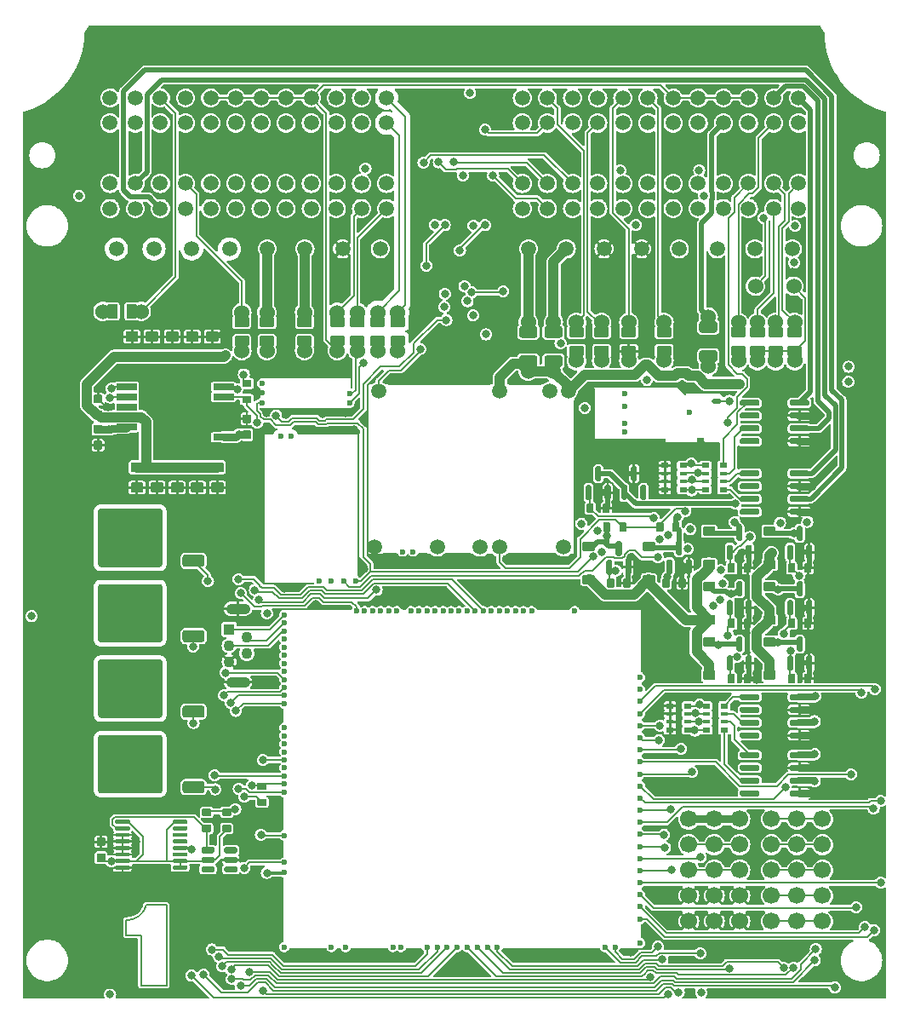
<source format=gtl>
G04 #@! TF.GenerationSoftware,KiCad,Pcbnew,7.0.10-7.0.10~ubuntu22.04.1*
G04 #@! TF.CreationDate,2024-01-13T01:52:59+00:00*
G04 #@! TF.ProjectId,hellen-112-17,68656c6c-656e-42d3-9131-322d31372e6b,B*
G04 #@! TF.SameCoordinates,Original*
G04 #@! TF.FileFunction,Copper,L1,Top*
G04 #@! TF.FilePolarity,Positive*
%FSLAX46Y46*%
G04 Gerber Fmt 4.6, Leading zero omitted, Abs format (unit mm)*
G04 Created by KiCad (PCBNEW 7.0.10-7.0.10~ubuntu22.04.1) date 2024-01-13 01:52:59*
%MOMM*%
%LPD*%
G01*
G04 APERTURE LIST*
G04 #@! TA.AperFunction,EtchedComponent*
%ADD10C,0.200000*%
G04 #@! TD*
G04 #@! TA.AperFunction,SMDPad,CuDef*
%ADD11R,2.000000X0.650000*%
G04 #@! TD*
G04 #@! TA.AperFunction,SMDPad,CuDef*
%ADD12R,4.500000X8.100000*%
G04 #@! TD*
G04 #@! TA.AperFunction,ComponentPad*
%ADD13C,1.500000*%
G04 #@! TD*
G04 #@! TA.AperFunction,ComponentPad*
%ADD14C,1.524000*%
G04 #@! TD*
G04 #@! TA.AperFunction,ComponentPad*
%ADD15C,1.700000*%
G04 #@! TD*
G04 #@! TA.AperFunction,SMDPad,CuDef*
%ADD16R,0.800000X0.500000*%
G04 #@! TD*
G04 #@! TA.AperFunction,SMDPad,CuDef*
%ADD17R,0.800000X0.400000*%
G04 #@! TD*
G04 #@! TA.AperFunction,ComponentPad*
%ADD18R,1.100000X1.100000*%
G04 #@! TD*
G04 #@! TA.AperFunction,ComponentPad*
%ADD19C,1.100000*%
G04 #@! TD*
G04 #@! TA.AperFunction,ComponentPad*
%ADD20O,2.400000X1.100000*%
G04 #@! TD*
G04 #@! TA.AperFunction,ComponentPad*
%ADD21C,0.600000*%
G04 #@! TD*
G04 #@! TA.AperFunction,SMDPad,CuDef*
%ADD22O,0.200000X1.225000*%
G04 #@! TD*
G04 #@! TA.AperFunction,SMDPad,CuDef*
%ADD23O,9.300000X0.200000*%
G04 #@! TD*
G04 #@! TA.AperFunction,SMDPad,CuDef*
%ADD24R,6.185000X0.250000*%
G04 #@! TD*
G04 #@! TA.AperFunction,SMDPad,CuDef*
%ADD25R,1.115000X0.250000*%
G04 #@! TD*
G04 #@! TA.AperFunction,SMDPad,CuDef*
%ADD26R,0.250000X14.275000*%
G04 #@! TD*
G04 #@! TA.AperFunction,SMDPad,CuDef*
%ADD27R,0.250000X15.100000*%
G04 #@! TD*
G04 #@! TA.AperFunction,SMDPad,CuDef*
%ADD28R,5.175000X0.250000*%
G04 #@! TD*
G04 #@! TA.AperFunction,SMDPad,CuDef*
%ADD29R,3.700000X0.200000*%
G04 #@! TD*
G04 #@! TA.AperFunction,SMDPad,CuDef*
%ADD30R,0.400000X0.200000*%
G04 #@! TD*
G04 #@! TA.AperFunction,SMDPad,CuDef*
%ADD31R,1.600000X0.200000*%
G04 #@! TD*
G04 #@! TA.AperFunction,SMDPad,CuDef*
%ADD32R,9.700000X0.200000*%
G04 #@! TD*
G04 #@! TA.AperFunction,SMDPad,CuDef*
%ADD33R,2.300000X0.200000*%
G04 #@! TD*
G04 #@! TA.AperFunction,SMDPad,CuDef*
%ADD34R,0.200000X1.400000*%
G04 #@! TD*
G04 #@! TA.AperFunction,SMDPad,CuDef*
%ADD35R,0.200000X6.400000*%
G04 #@! TD*
G04 #@! TA.AperFunction,SMDPad,CuDef*
%ADD36R,0.200000X1.700000*%
G04 #@! TD*
G04 #@! TA.AperFunction,SMDPad,CuDef*
%ADD37R,0.200000X3.300000*%
G04 #@! TD*
G04 #@! TA.AperFunction,SMDPad,CuDef*
%ADD38R,7.000000X0.200000*%
G04 #@! TD*
G04 #@! TA.AperFunction,SMDPad,CuDef*
%ADD39R,3.300000X0.200000*%
G04 #@! TD*
G04 #@! TA.AperFunction,SMDPad,CuDef*
%ADD40R,6.300000X0.200000*%
G04 #@! TD*
G04 #@! TA.AperFunction,SMDPad,CuDef*
%ADD41O,3.300000X0.200000*%
G04 #@! TD*
G04 #@! TA.AperFunction,SMDPad,CuDef*
%ADD42O,10.200000X0.200000*%
G04 #@! TD*
G04 #@! TA.AperFunction,SMDPad,CuDef*
%ADD43O,0.300000X0.200000*%
G04 #@! TD*
G04 #@! TA.AperFunction,SMDPad,CuDef*
%ADD44O,0.200000X17.000000*%
G04 #@! TD*
G04 #@! TA.AperFunction,SMDPad,CuDef*
%ADD45O,0.200000X15.400000*%
G04 #@! TD*
G04 #@! TA.AperFunction,SMDPad,CuDef*
%ADD46O,4.800000X0.200000*%
G04 #@! TD*
G04 #@! TA.AperFunction,SMDPad,CuDef*
%ADD47O,2.600000X0.200000*%
G04 #@! TD*
G04 #@! TA.AperFunction,SMDPad,CuDef*
%ADD48O,1.000000X0.200000*%
G04 #@! TD*
G04 #@! TA.AperFunction,SMDPad,CuDef*
%ADD49O,1.500000X0.200000*%
G04 #@! TD*
G04 #@! TA.AperFunction,SMDPad,CuDef*
%ADD50O,8.400001X0.200000*%
G04 #@! TD*
G04 #@! TA.AperFunction,SMDPad,CuDef*
%ADD51O,0.200000X5.250000*%
G04 #@! TD*
G04 #@! TA.AperFunction,SMDPad,CuDef*
%ADD52O,0.700001X0.200000*%
G04 #@! TD*
G04 #@! TA.AperFunction,SMDPad,CuDef*
%ADD53O,7.250001X0.200000*%
G04 #@! TD*
G04 #@! TA.AperFunction,SMDPad,CuDef*
%ADD54O,1.000001X0.499999*%
G04 #@! TD*
G04 #@! TA.AperFunction,SMDPad,CuDef*
%ADD55O,0.499999X0.250000*%
G04 #@! TD*
G04 #@! TA.AperFunction,ComponentPad*
%ADD56C,0.599999*%
G04 #@! TD*
G04 #@! TA.AperFunction,ViaPad*
%ADD57C,0.800000*%
G04 #@! TD*
G04 #@! TA.AperFunction,Conductor*
%ADD58C,0.800000*%
G04 #@! TD*
G04 #@! TA.AperFunction,Conductor*
%ADD59C,0.200000*%
G04 #@! TD*
G04 #@! TA.AperFunction,Conductor*
%ADD60C,0.500000*%
G04 #@! TD*
G04 #@! TA.AperFunction,Conductor*
%ADD61C,1.000000*%
G04 #@! TD*
G04 #@! TA.AperFunction,Conductor*
%ADD62C,0.700000*%
G04 #@! TD*
G04 #@! TA.AperFunction,Conductor*
%ADD63C,0.150000*%
G04 #@! TD*
G04 #@! TA.AperFunction,Conductor*
%ADD64C,0.300000*%
G04 #@! TD*
G04 APERTURE END LIST*
D10*
G04 #@! TO.C,G3*
X10500000Y6500000D02*
X10500000Y8000000D01*
X10500000Y6500000D02*
X12000000Y6500000D01*
X12000000Y6500000D02*
X12000000Y1500000D01*
X12000000Y1500000D02*
X14500000Y1500000D01*
X14500000Y9500000D02*
X12500000Y9500000D01*
X14500000Y1500000D02*
X14500000Y9500000D01*
X10500000Y8000000D02*
G75*
G03*
X12499999Y9500000I78399J1978801D01*
G01*
G04 #@! TD*
G04 #@! TO.P,C13,1*
G04 #@! TO.N,GND*
G04 #@! TA.AperFunction,SMDPad,CuDef*
G36*
G01*
X22160000Y58255001D02*
X22840000Y58255001D01*
G75*
G02*
X22925000Y58170001I0J-85000D01*
G01*
X22925000Y57490001D01*
G75*
G02*
X22840000Y57405001I-85000J0D01*
G01*
X22160000Y57405001D01*
G75*
G02*
X22075000Y57490001I0J85000D01*
G01*
X22075000Y58170001D01*
G75*
G02*
X22160000Y58255001I85000J0D01*
G01*
G37*
G04 #@! TD.AperFunction*
G04 #@! TO.P,C13,2*
G04 #@! TO.N,/OUT_ETB+*
G04 #@! TA.AperFunction,SMDPad,CuDef*
G36*
G01*
X22160000Y56674999D02*
X22840000Y56674999D01*
G75*
G02*
X22925000Y56589999I0J-85000D01*
G01*
X22925000Y55909999D01*
G75*
G02*
X22840000Y55824999I-85000J0D01*
G01*
X22160000Y55824999D01*
G75*
G02*
X22075000Y55909999I0J85000D01*
G01*
X22075000Y56589999D01*
G75*
G02*
X22160000Y56674999I85000J0D01*
G01*
G37*
G04 #@! TD.AperFunction*
G04 #@! TD*
D11*
G04 #@! TO.P,U1,1,DIR*
G04 #@! TO.N,/ETB_DIR*
X10575000Y61000000D03*
G04 #@! TO.P,U1,2,VSO*
G04 #@! TO.N,+3.3V*
X10575000Y60000000D03*
G04 #@! TO.P,U1,3,SO*
G04 #@! TO.N,unconnected-(U1-SO-Pad3)*
X10575000Y59000000D03*
G04 #@! TO.P,U1,4,VS*
G04 #@! TO.N,+12V_RAW*
X10575000Y58000000D03*
G04 #@! TO.P,U1,5,OUT1*
G04 #@! TO.N,/OUT_ETB-*
X10575000Y57000000D03*
G04 #@! TO.P,U1,6,GND*
G04 #@! TO.N,GND*
X10575000Y56000000D03*
G04 #@! TO.P,U1,7,OUT2*
G04 #@! TO.N,/OUT_ETB+*
X20175000Y56000000D03*
G04 #@! TO.P,U1,8,SI*
G04 #@! TO.N,GND*
X20175000Y57000000D03*
G04 #@! TO.P,U1,9,CSN*
X20175000Y58000000D03*
G04 #@! TO.P,U1,10,SCK*
X20175000Y59000000D03*
G04 #@! TO.P,U1,11,DIS*
G04 #@! TO.N,/ETB_DIS*
X20175000Y60000000D03*
G04 #@! TO.P,U1,12,PWM*
G04 #@! TO.N,/ETB_PWM*
X20175000Y61000000D03*
D12*
G04 #@! TO.P,U1,13,GND*
G04 #@! TO.N,GND*
X15375000Y58500000D03*
G04 #@! TD*
D13*
G04 #@! TO.P,J1,1,1A*
G04 #@! TO.N,/OUT_LS_101*
X77404267Y89716479D03*
G04 #@! TO.P,J1,2,2A*
G04 #@! TO.N,/OUT_LS_102*
X74904267Y89716479D03*
G04 #@! TO.P,J1,3,3A*
G04 #@! TO.N,GNDA*
X72404267Y89716479D03*
G04 #@! TO.P,J1,4,4A*
X69904267Y89716479D03*
G04 #@! TO.P,J1,5,5A*
X67404267Y89716479D03*
G04 #@! TO.P,J1,6,6A*
X64904267Y89716479D03*
G04 #@! TO.P,J1,7,7A*
G04 #@! TO.N,Net-(J1-7A)*
X62404267Y89716479D03*
G04 #@! TO.P,J1,8,8A*
G04 #@! TO.N,Net-(J1-8A)*
X59904267Y89716479D03*
G04 #@! TO.P,J1,9,9A*
G04 #@! TO.N,/IN_AV_109*
X57404267Y89716479D03*
G04 #@! TO.P,J1,10,10A*
G04 #@! TO.N,/IN_AV_110*
X54904267Y89716479D03*
G04 #@! TO.P,J1,11,11A*
G04 #@! TO.N,Net-(J1-11A)*
X52404267Y89716479D03*
G04 #@! TO.P,J1,12,12A*
G04 #@! TO.N,/IN_AV_112*
X49904267Y89716479D03*
G04 #@! TO.P,J1,13,13A*
G04 #@! TO.N,/IN_DIGITAL_113*
X77404267Y87216479D03*
G04 #@! TO.P,J1,14,14A*
G04 #@! TO.N,Net-(J1-14A)*
X74904267Y87216479D03*
G04 #@! TO.P,J1,15,15A*
G04 #@! TO.N,/OUT_MAIN_RELAY*
X72404267Y87216479D03*
G04 #@! TO.P,J1,16,16A*
G04 #@! TO.N,Net-(J1-16A)*
X69904267Y87216479D03*
G04 #@! TO.P,J1,17,17A*
G04 #@! TO.N,unconnected-(J1-17A-Pad17)*
X67404267Y87216479D03*
G04 #@! TO.P,J1,18,18A*
G04 #@! TO.N,unconnected-(J1-18A-Pad18)*
X64904267Y87216479D03*
G04 #@! TO.P,J1,19,19A*
G04 #@! TO.N,/IN_AV_119*
X62404267Y87216479D03*
G04 #@! TO.P,J1,20,20A*
G04 #@! TO.N,/IN_DIGITAL_120*
X59904267Y87216479D03*
G04 #@! TO.P,J1,21,21A*
G04 #@! TO.N,Net-(J1-21A)*
X57404267Y87216479D03*
G04 #@! TO.P,J1,22,22A*
G04 #@! TO.N,unconnected-(J1-22A-Pad22)*
X54904267Y87216479D03*
G04 #@! TO.P,J1,23,23A*
G04 #@! TO.N,/IN_DIGITAL_123*
X52404267Y87216479D03*
G04 #@! TO.P,J1,24,24A*
G04 #@! TO.N,unconnected-(J1-24A-Pad24)*
X49904267Y87216479D03*
G04 #@! TO.P,J1,25,25A*
G04 #@! TO.N,Net-(J1-25A)*
X77404267Y81216479D03*
G04 #@! TO.P,J1,26,26A*
G04 #@! TO.N,Net-(J1-26A)*
X74904267Y81216479D03*
G04 #@! TO.P,J1,27,27A*
G04 #@! TO.N,/K-Line*
X72404267Y81216479D03*
G04 #@! TO.P,J1,28,28A*
G04 #@! TO.N,/OUT_TACH*
X69904267Y81216479D03*
G04 #@! TO.P,J1,29,29A*
G04 #@! TO.N,/OUT_FUEL_CONSUMPTION*
X67404267Y81216479D03*
G04 #@! TO.P,J1,30,30A*
G04 #@! TO.N,unconnected-(J1-30A-Pad30)*
X64904267Y81216479D03*
G04 #@! TO.P,J1,31,31A*
G04 #@! TO.N,/OUT_AC_RELAY*
X62404267Y81216479D03*
G04 #@! TO.P,J1,32,32A*
G04 #@! TO.N,/CAN+*
X59904267Y81216479D03*
G04 #@! TO.P,J1,33,33A*
G04 #@! TO.N,unconnected-(J1-33A-Pad33)*
X57404267Y81216479D03*
G04 #@! TO.P,J1,34,34A*
G04 #@! TO.N,/IN_DIGITAL_134_HS*
X54904267Y81216479D03*
G04 #@! TO.P,J1,35,35A*
G04 #@! TO.N,/IN_DIGITAL_135_HS*
X52404267Y81216479D03*
G04 #@! TO.P,J1,36,36A*
G04 #@! TO.N,/IN_DIGITAL_136_HS*
X49904267Y81216479D03*
G04 #@! TO.P,J1,37,37A*
G04 #@! TO.N,Net-(J1-37A)*
X77404267Y78716479D03*
G04 #@! TO.P,J1,38,38A*
G04 #@! TO.N,Net-(J1-38A)*
X74904267Y78716479D03*
G04 #@! TO.P,J1,39,39A*
G04 #@! TO.N,unconnected-(J1-39A-Pad39)*
X72404267Y78716479D03*
G04 #@! TO.P,J1,40,40A*
G04 #@! TO.N,/OUT_RELAY_140*
X69904267Y78716479D03*
G04 #@! TO.P,J1,41,41A*
G04 #@! TO.N,/OUT_FAN_RELAY*
X67404267Y78716479D03*
G04 #@! TO.P,J1,42,42A*
G04 #@! TO.N,/OUT_FUEL_PUMP_RELAY*
X64904267Y78716479D03*
G04 #@! TO.P,J1,43,43A*
G04 #@! TO.N,unconnected-(J1-43A-Pad43)*
X62404267Y78716479D03*
G04 #@! TO.P,J1,44,44A*
G04 #@! TO.N,/CAN-*
X59904267Y78716479D03*
G04 #@! TO.P,J1,45,45A*
G04 #@! TO.N,unconnected-(J1-45A-Pad45)*
X57404267Y78716479D03*
G04 #@! TO.P,J1,46,46A*
G04 #@! TO.N,unconnected-(J1-46A-Pad46)*
X54904267Y78716479D03*
G04 #@! TO.P,J1,47,47A*
G04 #@! TO.N,/IN_DIGITAL_147_HS*
X52404267Y78716479D03*
G04 #@! TO.P,J1,48,48A*
G04 #@! TO.N,unconnected-(J1-48A-Pad48)*
X49904267Y78716479D03*
G04 #@! TO.P,J1,49,49A*
G04 #@! TO.N,unconnected-(J1-49A-Pad49)*
X76779267Y74716479D03*
G04 #@! TO.P,J1,50,50A*
G04 #@! TO.N,unconnected-(J1-50A-Pad50)*
X73029267Y74716479D03*
G04 #@! TO.P,J1,51,51A*
G04 #@! TO.N,/OUT_RELAY_151*
X69279267Y74716479D03*
G04 #@! TO.P,J1,52,52A*
G04 #@! TO.N,/OUT_RELAY_152*
X65529267Y74716479D03*
G04 #@! TO.P,J1,53,53A*
G04 #@! TO.N,GND*
X61779267Y74716479D03*
G04 #@! TO.P,J1,54,54A*
X58029267Y74716479D03*
G04 #@! TO.P,J1,55,55A*
G04 #@! TO.N,Net-(J1-55A)*
X54279267Y74716479D03*
G04 #@! TO.P,J1,56,56A*
G04 #@! TO.N,Net-(J1-56A)*
X50529267Y74716479D03*
G04 #@! TO.P,J1,57,1B*
G04 #@! TO.N,/IN_CRANK-*
X36404267Y89716479D03*
G04 #@! TO.P,J1,58,2B*
G04 #@! TO.N,unconnected-(J1-2B-Pad58)*
X33904267Y89716479D03*
G04 #@! TO.P,J1,59,3B*
G04 #@! TO.N,/IN_TPS1*
X31404267Y89716479D03*
G04 #@! TO.P,J1,60,4B*
G04 #@! TO.N,GNDA*
X28904267Y89716479D03*
G04 #@! TO.P,J1,61,5B*
X26404267Y89716479D03*
G04 #@! TO.P,J1,62,6B*
X23904267Y89716479D03*
G04 #@! TO.P,J1,63,7B*
X21404267Y89716479D03*
G04 #@! TO.P,J1,64,8B*
X18904267Y89716479D03*
G04 #@! TO.P,J1,65,9B*
G04 #@! TO.N,unconnected-(J1-9B-Pad65)*
X16404267Y89716479D03*
G04 #@! TO.P,J1,66,10B*
G04 #@! TO.N,+5VP*
X13904267Y89716479D03*
G04 #@! TO.P,J1,67,11B*
G04 #@! TO.N,unconnected-(J1-11B-Pad67)*
X11404267Y89716479D03*
G04 #@! TO.P,J1,68,12B*
G04 #@! TO.N,unconnected-(J1-12B-Pad68)*
X8904267Y89716479D03*
G04 #@! TO.P,J1,69,13B*
G04 #@! TO.N,/IN_CRANK+*
X36404267Y87216479D03*
G04 #@! TO.P,J1,70,14B*
G04 #@! TO.N,unconnected-(J1-14B-Pad70)*
X33904267Y87216479D03*
G04 #@! TO.P,J1,71,15B*
G04 #@! TO.N,/IN_CLT*
X31404267Y87216479D03*
G04 #@! TO.P,J1,72,16B*
G04 #@! TO.N,unconnected-(J1-16B-Pad72)*
X28904267Y87216479D03*
G04 #@! TO.P,J1,73,17B*
G04 #@! TO.N,unconnected-(J1-17B-Pad73)*
X26404267Y87216479D03*
G04 #@! TO.P,J1,74,18B*
G04 #@! TO.N,unconnected-(J1-18B-Pad74)*
X23904267Y87216479D03*
G04 #@! TO.P,J1,75,19B*
G04 #@! TO.N,/IN_MAP*
X21404267Y87216479D03*
G04 #@! TO.P,J1,76,20B*
G04 #@! TO.N,/IN_TPS2*
X18904267Y87216479D03*
G04 #@! TO.P,J1,77,21B*
G04 #@! TO.N,unconnected-(J1-21B-Pad77)*
X16404267Y87216479D03*
G04 #@! TO.P,J1,78,22B*
G04 #@! TO.N,unconnected-(J1-22B-Pad78)*
X13904267Y87216479D03*
G04 #@! TO.P,J1,79,23B*
G04 #@! TO.N,Net-(J1-23B)*
X11404267Y87216479D03*
G04 #@! TO.P,J1,80,24B*
G04 #@! TO.N,unconnected-(J1-24B-Pad80)*
X8904267Y87216479D03*
G04 #@! TO.P,J1,81,25B*
G04 #@! TO.N,unconnected-(J1-25B-Pad81)*
X36404267Y81216479D03*
G04 #@! TO.P,J1,82,26B*
G04 #@! TO.N,unconnected-(J1-26B-Pad82)*
X33904267Y81216479D03*
G04 #@! TO.P,J1,83,27B*
G04 #@! TO.N,/IN_IAT*
X31404267Y81216479D03*
G04 #@! TO.P,J1,84,28B*
G04 #@! TO.N,unconnected-(J1-28B-Pad84)*
X28904267Y81216479D03*
G04 #@! TO.P,J1,85,29B*
G04 #@! TO.N,unconnected-(J1-29B-Pad85)*
X26404267Y81216479D03*
G04 #@! TO.P,J1,86,30B*
G04 #@! TO.N,unconnected-(J1-30B-Pad86)*
X23904267Y81216479D03*
G04 #@! TO.P,J1,87,31B*
G04 #@! TO.N,/IN_CAM*
X21404267Y81216479D03*
G04 #@! TO.P,J1,88,32B*
G04 #@! TO.N,/IN_VSS*
X18904267Y81216479D03*
G04 #@! TO.P,J1,89,33B*
G04 #@! TO.N,Net-(J1-33B)*
X16404267Y81216479D03*
G04 #@! TO.P,J1,90,34B*
G04 #@! TO.N,unconnected-(J1-34B-Pad90)*
X13904267Y81216479D03*
G04 #@! TO.P,J1,91,35B*
G04 #@! TO.N,/OUT_LS_235*
X11404267Y81216479D03*
G04 #@! TO.P,J1,92,36B*
G04 #@! TO.N,unconnected-(J1-36B-Pad92)*
X8904267Y81216479D03*
G04 #@! TO.P,J1,93,37B*
G04 #@! TO.N,Net-(J1-37B)*
X36404267Y78716479D03*
G04 #@! TO.P,J1,94,38B*
G04 #@! TO.N,Net-(J1-38B)*
X33904267Y78716479D03*
G04 #@! TO.P,J1,95,39B*
G04 #@! TO.N,unconnected-(J1-39B-Pad95)*
X31404267Y78716479D03*
G04 #@! TO.P,J1,96,40B*
G04 #@! TO.N,unconnected-(J1-40B-Pad96)*
X28904267Y78716479D03*
G04 #@! TO.P,J1,97,41B*
G04 #@! TO.N,unconnected-(J1-41B-Pad97)*
X26404267Y78716479D03*
G04 #@! TO.P,J1,98,42B*
G04 #@! TO.N,/OUT_INJ2*
X23904267Y78716479D03*
G04 #@! TO.P,J1,99,43B*
G04 #@! TO.N,/OUT_INJ3*
X21404267Y78716479D03*
G04 #@! TO.P,J1,100,44B*
G04 #@! TO.N,/OUT_INJ1*
X18904267Y78716479D03*
G04 #@! TO.P,J1,101,45B*
G04 #@! TO.N,/OUT_INJ4*
X16404267Y78716479D03*
G04 #@! TO.P,J1,102,46B*
G04 #@! TO.N,/OUT_LS_246*
X13904267Y78716479D03*
G04 #@! TO.P,J1,103,47B*
G04 #@! TO.N,GNDA*
X11404267Y78716479D03*
G04 #@! TO.P,J1,104,48B*
G04 #@! TO.N,unconnected-(J1-48B-Pad104)*
X8904267Y78716479D03*
G04 #@! TO.P,J1,105,49B*
G04 #@! TO.N,unconnected-(J1-49B-Pad105)*
X35779267Y74716479D03*
G04 #@! TO.P,J1,106,50B*
G04 #@! TO.N,GND*
X32029267Y74716479D03*
G04 #@! TO.P,J1,107,51B*
G04 #@! TO.N,Net-(J1-51B)*
X28279267Y74716479D03*
G04 #@! TO.P,J1,108,52B*
G04 #@! TO.N,Net-(J1-52B)*
X24529267Y74716479D03*
G04 #@! TO.P,J1,109,53B*
G04 #@! TO.N,/OUT_IGN2*
X20779267Y74716479D03*
G04 #@! TO.P,J1,110,54B*
G04 #@! TO.N,/OUT_IGN3*
X17029267Y74716479D03*
G04 #@! TO.P,J1,111,55B*
G04 #@! TO.N,/OUT_IGN4*
X13279267Y74716479D03*
G04 #@! TO.P,J1,112,56B*
G04 #@! TO.N,/OUT_IGN1*
X9529267Y74716479D03*
G04 #@! TD*
D14*
G04 #@! TO.P,R13,1,1*
G04 #@! TO.N,Net-(J1-37B)*
X33500000Y68405000D03*
G04 #@! TA.AperFunction,SMDPad,CuDef*
G36*
G01*
X32875000Y67950001D02*
X34125000Y67950001D01*
G75*
G02*
X34225000Y67850001I0J-100000D01*
G01*
X34225000Y67050001D01*
G75*
G02*
X34125000Y66950001I-100000J0D01*
G01*
X32875000Y66950001D01*
G75*
G02*
X32775000Y67050001I0J100000D01*
G01*
X32775000Y67850001D01*
G75*
G02*
X32875000Y67950001I100000J0D01*
G01*
G37*
G04 #@! TD.AperFunction*
G04 #@! TO.P,R13,2,2*
G04 #@! TO.N,/IN_KNOCK_RAW*
G04 #@! TA.AperFunction,SMDPad,CuDef*
G36*
G01*
X32875000Y66049979D02*
X34125000Y66049979D01*
G75*
G02*
X34225000Y65949979I0J-100000D01*
G01*
X34225000Y65149979D01*
G75*
G02*
X34125000Y65049979I-100000J0D01*
G01*
X32875000Y65049979D01*
G75*
G02*
X32775000Y65149979I0J100000D01*
G01*
X32775000Y65949979D01*
G75*
G02*
X32875000Y66049979I100000J0D01*
G01*
G37*
G04 #@! TD.AperFunction*
X33500000Y64595000D03*
G04 #@! TD*
G04 #@! TO.P,C4,1*
G04 #@! TO.N,GND*
G04 #@! TA.AperFunction,SMDPad,CuDef*
G36*
G01*
X18100000Y50500000D02*
X17050000Y50500000D01*
G75*
G02*
X16950000Y50600000I0J100000D01*
G01*
X16950000Y51400000D01*
G75*
G02*
X17050000Y51500000I100000J0D01*
G01*
X18100000Y51500000D01*
G75*
G02*
X18200000Y51400000I0J-100000D01*
G01*
X18200000Y50600000D01*
G75*
G02*
X18100000Y50500000I-100000J0D01*
G01*
G37*
G04 #@! TD.AperFunction*
G04 #@! TO.P,C4,2*
G04 #@! TO.N,+12V_RAW*
G04 #@! TA.AperFunction,SMDPad,CuDef*
G36*
G01*
X18100000Y52500000D02*
X17050000Y52500000D01*
G75*
G02*
X16950000Y52600000I0J100000D01*
G01*
X16950000Y53400000D01*
G75*
G02*
X17050000Y53500000I100000J0D01*
G01*
X18100000Y53500000D01*
G75*
G02*
X18200000Y53400000I0J-100000D01*
G01*
X18200000Y52600000D01*
G75*
G02*
X18100000Y52500000I-100000J0D01*
G01*
G37*
G04 #@! TD.AperFunction*
G04 #@! TD*
D15*
G04 #@! TO.P,G2,1*
G04 #@! TO.N,Net-(G2-Pad1)*
X74692000Y7880000D03*
G04 #@! TO.P,G2,2*
G04 #@! TO.N,Net-(G2-Pad12)*
X74692000Y10420000D03*
G04 #@! TO.P,G2,3*
G04 #@! TO.N,Net-(G2-Pad13)*
X74692000Y12960000D03*
G04 #@! TO.P,G2,4*
G04 #@! TO.N,Net-(G2-Pad14)*
X74692000Y15500000D03*
G04 #@! TO.P,G2,5*
G04 #@! TO.N,Net-(G2-Pad10)*
X74692000Y18040000D03*
G04 #@! TO.P,G2,6*
G04 #@! TO.N,Net-(G2-Pad1)*
X77232000Y7880000D03*
G04 #@! TO.P,G2,7*
G04 #@! TO.N,Net-(G2-Pad12)*
X77232000Y10420000D03*
G04 #@! TO.P,G2,8*
G04 #@! TO.N,Net-(G2-Pad13)*
X77232000Y12960000D03*
G04 #@! TO.P,G2,9*
G04 #@! TO.N,Net-(G2-Pad14)*
X77232000Y15500000D03*
G04 #@! TO.P,G2,10*
G04 #@! TO.N,Net-(G2-Pad10)*
X77232000Y18040000D03*
G04 #@! TO.P,G2,11*
G04 #@! TO.N,Net-(G2-Pad1)*
X79772000Y7880000D03*
G04 #@! TO.P,G2,12*
G04 #@! TO.N,Net-(G2-Pad12)*
X79772000Y10420000D03*
G04 #@! TO.P,G2,13*
G04 #@! TO.N,Net-(G2-Pad13)*
X79772000Y12960000D03*
G04 #@! TO.P,G2,14*
G04 #@! TO.N,Net-(G2-Pad14)*
X79772000Y15500000D03*
G04 #@! TO.P,G2,15*
G04 #@! TO.N,Net-(G2-Pad10)*
X79772000Y18040000D03*
G04 #@! TD*
D14*
G04 #@! TO.P,R11,1,1*
G04 #@! TO.N,Net-(J1-23B)*
X8190000Y68500000D03*
G04 #@! TA.AperFunction,SMDPad,CuDef*
G36*
G01*
X8644999Y67875000D02*
X8644999Y69125000D01*
G75*
G02*
X8744999Y69225000I100000J0D01*
G01*
X9544999Y69225000D01*
G75*
G02*
X9644999Y69125000I0J-100000D01*
G01*
X9644999Y67875000D01*
G75*
G02*
X9544999Y67775000I-100000J0D01*
G01*
X8744999Y67775000D01*
G75*
G02*
X8644999Y67875000I0J100000D01*
G01*
G37*
G04 #@! TD.AperFunction*
G04 #@! TO.P,R11,2,2*
G04 #@! TO.N,+5VP*
G04 #@! TA.AperFunction,SMDPad,CuDef*
G36*
G01*
X10545021Y67875000D02*
X10545021Y69125000D01*
G75*
G02*
X10645021Y69225000I100000J0D01*
G01*
X11445021Y69225000D01*
G75*
G02*
X11545021Y69125000I0J-100000D01*
G01*
X11545021Y67875000D01*
G75*
G02*
X11445021Y67775000I-100000J0D01*
G01*
X10645021Y67775000D01*
G75*
G02*
X10545021Y67875000I0J100000D01*
G01*
G37*
G04 #@! TD.AperFunction*
X12000000Y68500000D03*
G04 #@! TD*
G04 #@! TO.P,C5,1*
G04 #@! TO.N,GND*
G04 #@! TA.AperFunction,SMDPad,CuDef*
G36*
G01*
X20100000Y50500000D02*
X19050000Y50500000D01*
G75*
G02*
X18950000Y50600000I0J100000D01*
G01*
X18950000Y51400000D01*
G75*
G02*
X19050000Y51500000I100000J0D01*
G01*
X20100000Y51500000D01*
G75*
G02*
X20200000Y51400000I0J-100000D01*
G01*
X20200000Y50600000D01*
G75*
G02*
X20100000Y50500000I-100000J0D01*
G01*
G37*
G04 #@! TD.AperFunction*
G04 #@! TO.P,C5,2*
G04 #@! TO.N,+12V_RAW*
G04 #@! TA.AperFunction,SMDPad,CuDef*
G36*
G01*
X20100000Y52500000D02*
X19050000Y52500000D01*
G75*
G02*
X18950000Y52600000I0J100000D01*
G01*
X18950000Y53400000D01*
G75*
G02*
X19050000Y53500000I100000J0D01*
G01*
X20100000Y53500000D01*
G75*
G02*
X20200000Y53400000I0J-100000D01*
G01*
X20200000Y52600000D01*
G75*
G02*
X20100000Y52500000I-100000J0D01*
G01*
G37*
G04 #@! TD.AperFunction*
G04 #@! TD*
G04 #@! TO.P,Q10,1,G*
G04 #@! TO.N,/FUEL_CONSUMPTION*
G04 #@! TA.AperFunction,SMDPad,CuDef*
G36*
G01*
X58700000Y42325000D02*
X58400000Y42325000D01*
G75*
G02*
X58250000Y42475000I0J150000D01*
G01*
X58250000Y43650000D01*
G75*
G02*
X58400000Y43800000I150000J0D01*
G01*
X58700000Y43800000D01*
G75*
G02*
X58850000Y43650000I0J-150000D01*
G01*
X58850000Y42475000D01*
G75*
G02*
X58700000Y42325000I-150000J0D01*
G01*
G37*
G04 #@! TD.AperFunction*
G04 #@! TO.P,Q10,2,D*
G04 #@! TO.N,/OUT_FUEL_CONSUMPTION*
G04 #@! TA.AperFunction,SMDPad,CuDef*
G36*
G01*
X59650000Y44200000D02*
X59350000Y44200000D01*
G75*
G02*
X59200000Y44350000I0J150000D01*
G01*
X59200000Y45525000D01*
G75*
G02*
X59350000Y45675000I150000J0D01*
G01*
X59650000Y45675000D01*
G75*
G02*
X59800000Y45525000I0J-150000D01*
G01*
X59800000Y44350000D01*
G75*
G02*
X59650000Y44200000I-150000J0D01*
G01*
G37*
G04 #@! TD.AperFunction*
G04 #@! TO.P,Q10,3,S*
G04 #@! TO.N,GND*
G04 #@! TA.AperFunction,SMDPad,CuDef*
G36*
G01*
X60600000Y42325000D02*
X60300000Y42325000D01*
G75*
G02*
X60150000Y42475000I0J150000D01*
G01*
X60150000Y43650000D01*
G75*
G02*
X60300000Y43800000I150000J0D01*
G01*
X60600000Y43800000D01*
G75*
G02*
X60750000Y43650000I0J-150000D01*
G01*
X60750000Y42475000D01*
G75*
G02*
X60600000Y42325000I-150000J0D01*
G01*
G37*
G04 #@! TD.AperFunction*
G04 #@! TD*
G04 #@! TO.P,R14,1,1*
G04 #@! TO.N,Net-(J1-38B)*
X31500000Y68405000D03*
G04 #@! TA.AperFunction,SMDPad,CuDef*
G36*
G01*
X30875000Y67950001D02*
X32125000Y67950001D01*
G75*
G02*
X32225000Y67850001I0J-100000D01*
G01*
X32225000Y67050001D01*
G75*
G02*
X32125000Y66950001I-100000J0D01*
G01*
X30875000Y66950001D01*
G75*
G02*
X30775000Y67050001I0J100000D01*
G01*
X30775000Y67850001D01*
G75*
G02*
X30875000Y67950001I100000J0D01*
G01*
G37*
G04 #@! TD.AperFunction*
G04 #@! TO.P,R14,2,2*
G04 #@! TO.N,GNDA*
G04 #@! TA.AperFunction,SMDPad,CuDef*
G36*
G01*
X30875000Y66049979D02*
X32125000Y66049979D01*
G75*
G02*
X32225000Y65949979I0J-100000D01*
G01*
X32225000Y65149979D01*
G75*
G02*
X32125000Y65049979I-100000J0D01*
G01*
X30875000Y65049979D01*
G75*
G02*
X30775000Y65149979I0J100000D01*
G01*
X30775000Y65949979D01*
G75*
G02*
X30875000Y66049979I100000J0D01*
G01*
G37*
G04 #@! TD.AperFunction*
X31500000Y64595000D03*
G04 #@! TD*
G04 #@! TO.P,Q7,1,G*
G04 #@! TO.N,/RELAY_140*
G04 #@! TA.AperFunction,SMDPad,CuDef*
G36*
G01*
X76700000Y38325000D02*
X76400000Y38325000D01*
G75*
G02*
X76250000Y38475000I0J150000D01*
G01*
X76250000Y39650000D01*
G75*
G02*
X76400000Y39800000I150000J0D01*
G01*
X76700000Y39800000D01*
G75*
G02*
X76850000Y39650000I0J-150000D01*
G01*
X76850000Y38475000D01*
G75*
G02*
X76700000Y38325000I-150000J0D01*
G01*
G37*
G04 #@! TD.AperFunction*
G04 #@! TO.P,Q7,2,D*
G04 #@! TO.N,/OUT_RELAY_140*
G04 #@! TA.AperFunction,SMDPad,CuDef*
G36*
G01*
X77650000Y40200000D02*
X77350000Y40200000D01*
G75*
G02*
X77200000Y40350000I0J150000D01*
G01*
X77200000Y41525000D01*
G75*
G02*
X77350000Y41675000I150000J0D01*
G01*
X77650000Y41675000D01*
G75*
G02*
X77800000Y41525000I0J-150000D01*
G01*
X77800000Y40350000D01*
G75*
G02*
X77650000Y40200000I-150000J0D01*
G01*
G37*
G04 #@! TD.AperFunction*
G04 #@! TO.P,Q7,3,S*
G04 #@! TO.N,GND*
G04 #@! TA.AperFunction,SMDPad,CuDef*
G36*
G01*
X78600000Y38325000D02*
X78300000Y38325000D01*
G75*
G02*
X78150000Y38475000I0J150000D01*
G01*
X78150000Y39650000D01*
G75*
G02*
X78300000Y39800000I150000J0D01*
G01*
X78600000Y39800000D01*
G75*
G02*
X78750000Y39650000I0J-150000D01*
G01*
X78750000Y38475000D01*
G75*
G02*
X78600000Y38325000I-150000J0D01*
G01*
G37*
G04 #@! TD.AperFunction*
G04 #@! TD*
G04 #@! TO.P,Q9,1,G*
G04 #@! TO.N,/TACH*
G04 #@! TA.AperFunction,SMDPad,CuDef*
G36*
G01*
X64700000Y42387500D02*
X64400000Y42387500D01*
G75*
G02*
X64250000Y42537500I0J150000D01*
G01*
X64250000Y43712500D01*
G75*
G02*
X64400000Y43862500I150000J0D01*
G01*
X64700000Y43862500D01*
G75*
G02*
X64850000Y43712500I0J-150000D01*
G01*
X64850000Y42537500D01*
G75*
G02*
X64700000Y42387500I-150000J0D01*
G01*
G37*
G04 #@! TD.AperFunction*
G04 #@! TO.P,Q9,2,D*
G04 #@! TO.N,/OUT_TACH*
G04 #@! TA.AperFunction,SMDPad,CuDef*
G36*
G01*
X65650000Y44262500D02*
X65350000Y44262500D01*
G75*
G02*
X65200000Y44412500I0J150000D01*
G01*
X65200000Y45587500D01*
G75*
G02*
X65350000Y45737500I150000J0D01*
G01*
X65650000Y45737500D01*
G75*
G02*
X65800000Y45587500I0J-150000D01*
G01*
X65800000Y44412500D01*
G75*
G02*
X65650000Y44262500I-150000J0D01*
G01*
G37*
G04 #@! TD.AperFunction*
G04 #@! TO.P,Q9,3,S*
G04 #@! TO.N,GND*
G04 #@! TA.AperFunction,SMDPad,CuDef*
G36*
G01*
X66600000Y42387500D02*
X66300000Y42387500D01*
G75*
G02*
X66150000Y42537500I0J150000D01*
G01*
X66150000Y43712500D01*
G75*
G02*
X66300000Y43862500I150000J0D01*
G01*
X66600000Y43862500D01*
G75*
G02*
X66750000Y43712500I0J-150000D01*
G01*
X66750000Y42537500D01*
G75*
G02*
X66600000Y42387500I-150000J0D01*
G01*
G37*
G04 #@! TD.AperFunction*
G04 #@! TD*
G04 #@! TO.P,C12,1*
G04 #@! TO.N,GND*
G04 #@! TA.AperFunction,SMDPad,CuDef*
G36*
G01*
X8040000Y54784999D02*
X7360000Y54784999D01*
G75*
G02*
X7275000Y54869999I0J85000D01*
G01*
X7275000Y55549999D01*
G75*
G02*
X7360000Y55634999I85000J0D01*
G01*
X8040000Y55634999D01*
G75*
G02*
X8125000Y55549999I0J-85000D01*
G01*
X8125000Y54869999D01*
G75*
G02*
X8040000Y54784999I-85000J0D01*
G01*
G37*
G04 #@! TD.AperFunction*
G04 #@! TO.P,C12,2*
G04 #@! TO.N,/OUT_ETB-*
G04 #@! TA.AperFunction,SMDPad,CuDef*
G36*
G01*
X8040000Y56365001D02*
X7360000Y56365001D01*
G75*
G02*
X7275000Y56450001I0J85000D01*
G01*
X7275000Y57130001D01*
G75*
G02*
X7360000Y57215001I85000J0D01*
G01*
X8040000Y57215001D01*
G75*
G02*
X8125000Y57130001I0J-85000D01*
G01*
X8125000Y56450001D01*
G75*
G02*
X8040000Y56365001I-85000J0D01*
G01*
G37*
G04 #@! TD.AperFunction*
G04 #@! TD*
G04 #@! TO.P,U11,1,IN1*
G04 #@! TO.N,Net-(R47-R2.1)*
G04 #@! TA.AperFunction,SMDPad,CuDef*
G36*
G01*
X71550000Y52255000D02*
X71550000Y52555000D01*
G75*
G02*
X71700000Y52705000I150000J0D01*
G01*
X73350000Y52705000D01*
G75*
G02*
X73500000Y52555000I0J-150000D01*
G01*
X73500000Y52255000D01*
G75*
G02*
X73350000Y52105000I-150000J0D01*
G01*
X71700000Y52105000D01*
G75*
G02*
X71550000Y52255000I0J150000D01*
G01*
G37*
G04 #@! TD.AperFunction*
G04 #@! TO.P,U11,2,STATUS1*
G04 #@! TO.N,unconnected-(U11-STATUS1-Pad2)*
G04 #@! TA.AperFunction,SMDPad,CuDef*
G36*
G01*
X71550000Y50985000D02*
X71550000Y51285000D01*
G75*
G02*
X71700000Y51435000I150000J0D01*
G01*
X73350000Y51435000D01*
G75*
G02*
X73500000Y51285000I0J-150000D01*
G01*
X73500000Y50985000D01*
G75*
G02*
X73350000Y50835000I-150000J0D01*
G01*
X71700000Y50835000D01*
G75*
G02*
X71550000Y50985000I0J150000D01*
G01*
G37*
G04 #@! TD.AperFunction*
G04 #@! TO.P,U11,3,IN2*
G04 #@! TO.N,Net-(R47-R1.1)*
G04 #@! TA.AperFunction,SMDPad,CuDef*
G36*
G01*
X71550000Y49715000D02*
X71550000Y50015000D01*
G75*
G02*
X71700000Y50165000I150000J0D01*
G01*
X73350000Y50165000D01*
G75*
G02*
X73500000Y50015000I0J-150000D01*
G01*
X73500000Y49715000D01*
G75*
G02*
X73350000Y49565000I-150000J0D01*
G01*
X71700000Y49565000D01*
G75*
G02*
X71550000Y49715000I0J150000D01*
G01*
G37*
G04 #@! TD.AperFunction*
G04 #@! TO.P,U11,4,STATUS2*
G04 #@! TO.N,unconnected-(U11-STATUS2-Pad4)*
G04 #@! TA.AperFunction,SMDPad,CuDef*
G36*
G01*
X71550000Y48445000D02*
X71550000Y48745000D01*
G75*
G02*
X71700000Y48895000I150000J0D01*
G01*
X73350000Y48895000D01*
G75*
G02*
X73500000Y48745000I0J-150000D01*
G01*
X73500000Y48445000D01*
G75*
G02*
X73350000Y48295000I-150000J0D01*
G01*
X71700000Y48295000D01*
G75*
G02*
X71550000Y48445000I0J150000D01*
G01*
G37*
G04 #@! TD.AperFunction*
G04 #@! TO.P,U11,5,S2*
G04 #@! TO.N,GND*
G04 #@! TA.AperFunction,SMDPad,CuDef*
G36*
G01*
X76500000Y48445000D02*
X76500000Y48745000D01*
G75*
G02*
X76650000Y48895000I150000J0D01*
G01*
X78300000Y48895000D01*
G75*
G02*
X78450000Y48745000I0J-150000D01*
G01*
X78450000Y48445000D01*
G75*
G02*
X78300000Y48295000I-150000J0D01*
G01*
X76650000Y48295000D01*
G75*
G02*
X76500000Y48445000I0J150000D01*
G01*
G37*
G04 #@! TD.AperFunction*
G04 #@! TO.P,U11,6,D2*
G04 #@! TO.N,/OUT_LS_246*
G04 #@! TA.AperFunction,SMDPad,CuDef*
G36*
G01*
X76500000Y49715000D02*
X76500000Y50015000D01*
G75*
G02*
X76650000Y50165000I150000J0D01*
G01*
X78300000Y50165000D01*
G75*
G02*
X78450000Y50015000I0J-150000D01*
G01*
X78450000Y49715000D01*
G75*
G02*
X78300000Y49565000I-150000J0D01*
G01*
X76650000Y49565000D01*
G75*
G02*
X76500000Y49715000I0J150000D01*
G01*
G37*
G04 #@! TD.AperFunction*
G04 #@! TO.P,U11,7,S1*
G04 #@! TO.N,GND*
G04 #@! TA.AperFunction,SMDPad,CuDef*
G36*
G01*
X76500000Y50985000D02*
X76500000Y51285000D01*
G75*
G02*
X76650000Y51435000I150000J0D01*
G01*
X78300000Y51435000D01*
G75*
G02*
X78450000Y51285000I0J-150000D01*
G01*
X78450000Y50985000D01*
G75*
G02*
X78300000Y50835000I-150000J0D01*
G01*
X76650000Y50835000D01*
G75*
G02*
X76500000Y50985000I0J150000D01*
G01*
G37*
G04 #@! TD.AperFunction*
G04 #@! TO.P,U11,8,D1*
G04 #@! TO.N,/OUT_LS_235*
G04 #@! TA.AperFunction,SMDPad,CuDef*
G36*
G01*
X76500000Y52255000D02*
X76500000Y52555000D01*
G75*
G02*
X76650000Y52705000I150000J0D01*
G01*
X78300000Y52705000D01*
G75*
G02*
X78450000Y52555000I0J-150000D01*
G01*
X78450000Y52255000D01*
G75*
G02*
X78300000Y52105000I-150000J0D01*
G01*
X76650000Y52105000D01*
G75*
G02*
X76500000Y52255000I0J150000D01*
G01*
G37*
G04 #@! TD.AperFunction*
G04 #@! TD*
G04 #@! TO.P,R38,1*
G04 #@! TO.N,/FUEL_CONSUMPTION*
G04 #@! TA.AperFunction,SMDPad,CuDef*
G36*
G01*
X58350000Y41110000D02*
X58350000Y41890000D01*
G75*
G02*
X58420000Y41960000I70000J0D01*
G01*
X58980000Y41960000D01*
G75*
G02*
X59050000Y41890000I0J-70000D01*
G01*
X59050000Y41110000D01*
G75*
G02*
X58980000Y41040000I-70000J0D01*
G01*
X58420000Y41040000D01*
G75*
G02*
X58350000Y41110000I0J70000D01*
G01*
G37*
G04 #@! TD.AperFunction*
G04 #@! TO.P,R38,2*
G04 #@! TO.N,GND*
G04 #@! TA.AperFunction,SMDPad,CuDef*
G36*
G01*
X59950000Y41110000D02*
X59950000Y41890000D01*
G75*
G02*
X60020000Y41960000I70000J0D01*
G01*
X60580000Y41960000D01*
G75*
G02*
X60650000Y41890000I0J-70000D01*
G01*
X60650000Y41110000D01*
G75*
G02*
X60580000Y41040000I-70000J0D01*
G01*
X60020000Y41040000D01*
G75*
G02*
X59950000Y41110000I0J70000D01*
G01*
G37*
G04 #@! TD.AperFunction*
G04 #@! TD*
G04 #@! TO.P,R40,1*
G04 #@! TO.N,/FAN_RELAY*
G04 #@! TA.AperFunction,SMDPad,CuDef*
G36*
G01*
X76350000Y31610000D02*
X76350000Y32390000D01*
G75*
G02*
X76420000Y32460000I70000J0D01*
G01*
X76980000Y32460000D01*
G75*
G02*
X77050000Y32390000I0J-70000D01*
G01*
X77050000Y31610000D01*
G75*
G02*
X76980000Y31540000I-70000J0D01*
G01*
X76420000Y31540000D01*
G75*
G02*
X76350000Y31610000I0J70000D01*
G01*
G37*
G04 #@! TD.AperFunction*
G04 #@! TO.P,R40,2*
G04 #@! TO.N,GND*
G04 #@! TA.AperFunction,SMDPad,CuDef*
G36*
G01*
X77950000Y31610000D02*
X77950000Y32390000D01*
G75*
G02*
X78020000Y32460000I70000J0D01*
G01*
X78580000Y32460000D01*
G75*
G02*
X78650000Y32390000I0J-70000D01*
G01*
X78650000Y31610000D01*
G75*
G02*
X78580000Y31540000I-70000J0D01*
G01*
X78020000Y31540000D01*
G75*
G02*
X77950000Y31610000I0J70000D01*
G01*
G37*
G04 #@! TD.AperFunction*
G04 #@! TD*
G04 #@! TO.P,Q8,1,G*
G04 #@! TO.N,/MAIN_RELAY*
G04 #@! TA.AperFunction,SMDPad,CuDef*
G36*
G01*
X56650000Y49762500D02*
X56350000Y49762500D01*
G75*
G02*
X56200000Y49912500I0J150000D01*
G01*
X56200000Y51087500D01*
G75*
G02*
X56350000Y51237500I150000J0D01*
G01*
X56650000Y51237500D01*
G75*
G02*
X56800000Y51087500I0J-150000D01*
G01*
X56800000Y49912500D01*
G75*
G02*
X56650000Y49762500I-150000J0D01*
G01*
G37*
G04 #@! TD.AperFunction*
G04 #@! TO.P,Q8,2,D*
G04 #@! TO.N,/OUT_MAIN_RELAY*
G04 #@! TA.AperFunction,SMDPad,CuDef*
G36*
G01*
X57600000Y51637500D02*
X57300000Y51637500D01*
G75*
G02*
X57150000Y51787500I0J150000D01*
G01*
X57150000Y52962500D01*
G75*
G02*
X57300000Y53112500I150000J0D01*
G01*
X57600000Y53112500D01*
G75*
G02*
X57750000Y52962500I0J-150000D01*
G01*
X57750000Y51787500D01*
G75*
G02*
X57600000Y51637500I-150000J0D01*
G01*
G37*
G04 #@! TD.AperFunction*
G04 #@! TO.P,Q8,3,S*
G04 #@! TO.N,GND*
G04 #@! TA.AperFunction,SMDPad,CuDef*
G36*
G01*
X58550000Y49762500D02*
X58250000Y49762500D01*
G75*
G02*
X58100000Y49912500I0J150000D01*
G01*
X58100000Y51087500D01*
G75*
G02*
X58250000Y51237500I150000J0D01*
G01*
X58550000Y51237500D01*
G75*
G02*
X58700000Y51087500I0J-150000D01*
G01*
X58700000Y49912500D01*
G75*
G02*
X58550000Y49762500I-150000J0D01*
G01*
G37*
G04 #@! TD.AperFunction*
G04 #@! TD*
G04 #@! TO.P,R12,1,1*
G04 #@! TO.N,Net-(J1-33B)*
X22000000Y68405000D03*
G04 #@! TA.AperFunction,SMDPad,CuDef*
G36*
G01*
X21375000Y67950001D02*
X22625000Y67950001D01*
G75*
G02*
X22725000Y67850001I0J-100000D01*
G01*
X22725000Y67050001D01*
G75*
G02*
X22625000Y66950001I-100000J0D01*
G01*
X21375000Y66950001D01*
G75*
G02*
X21275000Y67050001I0J100000D01*
G01*
X21275000Y67850001D01*
G75*
G02*
X21375000Y67950001I100000J0D01*
G01*
G37*
G04 #@! TD.AperFunction*
G04 #@! TO.P,R12,2,2*
G04 #@! TO.N,/IN_MAF_DIGITAL*
G04 #@! TA.AperFunction,SMDPad,CuDef*
G36*
G01*
X21375000Y66049979D02*
X22625000Y66049979D01*
G75*
G02*
X22725000Y65949979I0J-100000D01*
G01*
X22725000Y65149979D01*
G75*
G02*
X22625000Y65049979I-100000J0D01*
G01*
X21375000Y65049979D01*
G75*
G02*
X21275000Y65149979I0J100000D01*
G01*
X21275000Y65949979D01*
G75*
G02*
X21375000Y66049979I100000J0D01*
G01*
G37*
G04 #@! TD.AperFunction*
X22000000Y64595000D03*
G04 #@! TD*
G04 #@! TO.P,F2,1,1*
G04 #@! TO.N,Net-(J1-55A)*
X53000000Y67450000D03*
G04 #@! TA.AperFunction,SMDPad,CuDef*
G36*
G01*
X52100000Y66105010D02*
X52100000Y66795010D01*
G75*
G02*
X52330000Y67025010I230000J0D01*
G01*
X53670000Y67025010D01*
G75*
G02*
X53900000Y66795010I0J-230000D01*
G01*
X53900000Y66105010D01*
G75*
G02*
X53670000Y65875010I-230000J0D01*
G01*
X52330000Y65875010D01*
G75*
G02*
X52100000Y66105010I0J230000D01*
G01*
G37*
G04 #@! TD.AperFunction*
G04 #@! TO.P,F2,2,2*
G04 #@! TO.N,+12V_RAW*
G04 #@! TA.AperFunction,SMDPad,CuDef*
G36*
G01*
X52100000Y63204990D02*
X52100000Y63894990D01*
G75*
G02*
X52330000Y64124990I230000J0D01*
G01*
X53670000Y64124990D01*
G75*
G02*
X53900000Y63894990I0J-230000D01*
G01*
X53900000Y63204990D01*
G75*
G02*
X53670000Y62974990I-230000J0D01*
G01*
X52330000Y62974990D01*
G75*
G02*
X52100000Y63204990I0J230000D01*
G01*
G37*
G04 #@! TD.AperFunction*
X53000000Y62550000D03*
G04 #@! TD*
G04 #@! TO.P,R33,1*
G04 #@! TO.N,/RELAY_151*
G04 #@! TA.AperFunction,SMDPad,CuDef*
G36*
G01*
X76350000Y42610000D02*
X76350000Y43390000D01*
G75*
G02*
X76420000Y43460000I70000J0D01*
G01*
X76980000Y43460000D01*
G75*
G02*
X77050000Y43390000I0J-70000D01*
G01*
X77050000Y42610000D01*
G75*
G02*
X76980000Y42540000I-70000J0D01*
G01*
X76420000Y42540000D01*
G75*
G02*
X76350000Y42610000I0J70000D01*
G01*
G37*
G04 #@! TD.AperFunction*
G04 #@! TO.P,R33,2*
G04 #@! TO.N,GND*
G04 #@! TA.AperFunction,SMDPad,CuDef*
G36*
G01*
X77950000Y42610000D02*
X77950000Y43390000D01*
G75*
G02*
X78020000Y43460000I70000J0D01*
G01*
X78580000Y43460000D01*
G75*
G02*
X78650000Y43390000I0J-70000D01*
G01*
X78650000Y42610000D01*
G75*
G02*
X78580000Y42540000I-70000J0D01*
G01*
X78020000Y42540000D01*
G75*
G02*
X77950000Y42610000I0J70000D01*
G01*
G37*
G04 #@! TD.AperFunction*
G04 #@! TD*
G04 #@! TO.P,R41,1*
G04 #@! TO.N,/FUEL_PUMP_RELAY*
G04 #@! TA.AperFunction,SMDPad,CuDef*
G36*
G01*
X70350000Y31610000D02*
X70350000Y32390000D01*
G75*
G02*
X70420000Y32460000I70000J0D01*
G01*
X70980000Y32460000D01*
G75*
G02*
X71050000Y32390000I0J-70000D01*
G01*
X71050000Y31610000D01*
G75*
G02*
X70980000Y31540000I-70000J0D01*
G01*
X70420000Y31540000D01*
G75*
G02*
X70350000Y31610000I0J70000D01*
G01*
G37*
G04 #@! TD.AperFunction*
G04 #@! TO.P,R41,2*
G04 #@! TO.N,GND*
G04 #@! TA.AperFunction,SMDPad,CuDef*
G36*
G01*
X71950000Y31610000D02*
X71950000Y32390000D01*
G75*
G02*
X72020000Y32460000I70000J0D01*
G01*
X72580000Y32460000D01*
G75*
G02*
X72650000Y32390000I0J-70000D01*
G01*
X72650000Y31610000D01*
G75*
G02*
X72580000Y31540000I-70000J0D01*
G01*
X72020000Y31540000D01*
G75*
G02*
X71950000Y31610000I0J70000D01*
G01*
G37*
G04 #@! TD.AperFunction*
G04 #@! TD*
G04 #@! TO.P,R15,1,1*
G04 #@! TO.N,Net-(J1-51B)*
X28250000Y68405000D03*
G04 #@! TA.AperFunction,SMDPad,CuDef*
G36*
G01*
X27625000Y67950001D02*
X28875000Y67950001D01*
G75*
G02*
X28975000Y67850001I0J-100000D01*
G01*
X28975000Y67050001D01*
G75*
G02*
X28875000Y66950001I-100000J0D01*
G01*
X27625000Y66950001D01*
G75*
G02*
X27525000Y67050001I0J100000D01*
G01*
X27525000Y67850001D01*
G75*
G02*
X27625000Y67950001I100000J0D01*
G01*
G37*
G04 #@! TD.AperFunction*
G04 #@! TO.P,R15,2,2*
G04 #@! TO.N,/OUT_ETB+*
G04 #@! TA.AperFunction,SMDPad,CuDef*
G36*
G01*
X27625000Y66049979D02*
X28875000Y66049979D01*
G75*
G02*
X28975000Y65949979I0J-100000D01*
G01*
X28975000Y65149979D01*
G75*
G02*
X28875000Y65049979I-100000J0D01*
G01*
X27625000Y65049979D01*
G75*
G02*
X27525000Y65149979I0J100000D01*
G01*
X27525000Y65949979D01*
G75*
G02*
X27625000Y66049979I100000J0D01*
G01*
G37*
G04 #@! TD.AperFunction*
X28250000Y64595000D03*
G04 #@! TD*
G04 #@! TO.P,C14,1*
G04 #@! TO.N,GND*
G04 #@! TA.AperFunction,SMDPad,CuDef*
G36*
G01*
X7660000Y16215001D02*
X8340000Y16215001D01*
G75*
G02*
X8425000Y16130001I0J-85000D01*
G01*
X8425000Y15450001D01*
G75*
G02*
X8340000Y15365001I-85000J0D01*
G01*
X7660000Y15365001D01*
G75*
G02*
X7575000Y15450001I0J85000D01*
G01*
X7575000Y16130001D01*
G75*
G02*
X7660000Y16215001I85000J0D01*
G01*
G37*
G04 #@! TD.AperFunction*
G04 #@! TO.P,C14,2*
G04 #@! TO.N,+5VA*
G04 #@! TA.AperFunction,SMDPad,CuDef*
G36*
G01*
X7660000Y14634999D02*
X8340000Y14634999D01*
G75*
G02*
X8425000Y14549999I0J-85000D01*
G01*
X8425000Y13869999D01*
G75*
G02*
X8340000Y13784999I-85000J0D01*
G01*
X7660000Y13784999D01*
G75*
G02*
X7575000Y13869999I0J85000D01*
G01*
X7575000Y14549999D01*
G75*
G02*
X7660000Y14634999I85000J0D01*
G01*
G37*
G04 #@! TD.AperFunction*
G04 #@! TD*
G04 #@! TO.P,F1,1,1*
G04 #@! TO.N,Net-(J1-16A)*
X68400000Y67950000D03*
G04 #@! TA.AperFunction,SMDPad,CuDef*
G36*
G01*
X67500000Y66605010D02*
X67500000Y67295010D01*
G75*
G02*
X67730000Y67525010I230000J0D01*
G01*
X69070000Y67525010D01*
G75*
G02*
X69300000Y67295010I0J-230000D01*
G01*
X69300000Y66605010D01*
G75*
G02*
X69070000Y66375010I-230000J0D01*
G01*
X67730000Y66375010D01*
G75*
G02*
X67500000Y66605010I0J230000D01*
G01*
G37*
G04 #@! TD.AperFunction*
G04 #@! TO.P,F1,2,2*
G04 #@! TO.N,/IN_VIGN*
G04 #@! TA.AperFunction,SMDPad,CuDef*
G36*
G01*
X67500000Y63704990D02*
X67500000Y64394990D01*
G75*
G02*
X67730000Y64624990I230000J0D01*
G01*
X69070000Y64624990D01*
G75*
G02*
X69300000Y64394990I0J-230000D01*
G01*
X69300000Y63704990D01*
G75*
G02*
X69070000Y63474990I-230000J0D01*
G01*
X67730000Y63474990D01*
G75*
G02*
X67500000Y63704990I0J230000D01*
G01*
G37*
G04 #@! TD.AperFunction*
X68400000Y63050000D03*
G04 #@! TD*
D16*
G04 #@! TO.P,R45,1,R1.1*
G04 #@! TO.N,Net-(R45-R1.1)*
X70000000Y26900000D03*
D17*
G04 #@! TO.P,R45,2,R2.1*
G04 #@! TO.N,Net-(R45-R2.1)*
X70000000Y27700000D03*
G04 #@! TO.P,R45,3,R3.1*
G04 #@! TO.N,Net-(R45-R3.1)*
X70000000Y28500000D03*
D16*
G04 #@! TO.P,R45,4,R4.1*
G04 #@! TO.N,Net-(R45-R4.1)*
X70000000Y29300000D03*
G04 #@! TO.P,R45,5,R4.2*
G04 #@! TO.N,/INJ2*
X68200000Y29300000D03*
D17*
G04 #@! TO.P,R45,6,R3.2*
G04 #@! TO.N,/INJ3*
X68200000Y28500000D03*
G04 #@! TO.P,R45,7,R2.2*
G04 #@! TO.N,/INJ1*
X68200000Y27700000D03*
D16*
G04 #@! TO.P,R45,8,R1.2*
G04 #@! TO.N,/INJ4*
X68200000Y26900000D03*
G04 #@! TD*
G04 #@! TO.P,U5,1,IN1*
G04 #@! TO.N,Net-(R45-R2.1)*
G04 #@! TA.AperFunction,SMDPad,CuDef*
G36*
G01*
X71550000Y24255000D02*
X71550000Y24555000D01*
G75*
G02*
X71700000Y24705000I150000J0D01*
G01*
X73350000Y24705000D01*
G75*
G02*
X73500000Y24555000I0J-150000D01*
G01*
X73500000Y24255000D01*
G75*
G02*
X73350000Y24105000I-150000J0D01*
G01*
X71700000Y24105000D01*
G75*
G02*
X71550000Y24255000I0J150000D01*
G01*
G37*
G04 #@! TD.AperFunction*
G04 #@! TO.P,U5,2,STATUS1*
G04 #@! TO.N,unconnected-(U5-STATUS1-Pad2)*
G04 #@! TA.AperFunction,SMDPad,CuDef*
G36*
G01*
X71550000Y22985000D02*
X71550000Y23285000D01*
G75*
G02*
X71700000Y23435000I150000J0D01*
G01*
X73350000Y23435000D01*
G75*
G02*
X73500000Y23285000I0J-150000D01*
G01*
X73500000Y22985000D01*
G75*
G02*
X73350000Y22835000I-150000J0D01*
G01*
X71700000Y22835000D01*
G75*
G02*
X71550000Y22985000I0J150000D01*
G01*
G37*
G04 #@! TD.AperFunction*
G04 #@! TO.P,U5,3,IN2*
G04 #@! TO.N,Net-(R45-R1.1)*
G04 #@! TA.AperFunction,SMDPad,CuDef*
G36*
G01*
X71550000Y21715000D02*
X71550000Y22015000D01*
G75*
G02*
X71700000Y22165000I150000J0D01*
G01*
X73350000Y22165000D01*
G75*
G02*
X73500000Y22015000I0J-150000D01*
G01*
X73500000Y21715000D01*
G75*
G02*
X73350000Y21565000I-150000J0D01*
G01*
X71700000Y21565000D01*
G75*
G02*
X71550000Y21715000I0J150000D01*
G01*
G37*
G04 #@! TD.AperFunction*
G04 #@! TO.P,U5,4,STATUS2*
G04 #@! TO.N,unconnected-(U5-STATUS2-Pad4)*
G04 #@! TA.AperFunction,SMDPad,CuDef*
G36*
G01*
X71550000Y20445000D02*
X71550000Y20745000D01*
G75*
G02*
X71700000Y20895000I150000J0D01*
G01*
X73350000Y20895000D01*
G75*
G02*
X73500000Y20745000I0J-150000D01*
G01*
X73500000Y20445000D01*
G75*
G02*
X73350000Y20295000I-150000J0D01*
G01*
X71700000Y20295000D01*
G75*
G02*
X71550000Y20445000I0J150000D01*
G01*
G37*
G04 #@! TD.AperFunction*
G04 #@! TO.P,U5,5,S2*
G04 #@! TO.N,GND*
G04 #@! TA.AperFunction,SMDPad,CuDef*
G36*
G01*
X76500000Y20445000D02*
X76500000Y20745000D01*
G75*
G02*
X76650000Y20895000I150000J0D01*
G01*
X78300000Y20895000D01*
G75*
G02*
X78450000Y20745000I0J-150000D01*
G01*
X78450000Y20445000D01*
G75*
G02*
X78300000Y20295000I-150000J0D01*
G01*
X76650000Y20295000D01*
G75*
G02*
X76500000Y20445000I0J150000D01*
G01*
G37*
G04 #@! TD.AperFunction*
G04 #@! TO.P,U5,6,D2*
G04 #@! TO.N,/OUT_INJ4*
G04 #@! TA.AperFunction,SMDPad,CuDef*
G36*
G01*
X76500000Y21715000D02*
X76500000Y22015000D01*
G75*
G02*
X76650000Y22165000I150000J0D01*
G01*
X78300000Y22165000D01*
G75*
G02*
X78450000Y22015000I0J-150000D01*
G01*
X78450000Y21715000D01*
G75*
G02*
X78300000Y21565000I-150000J0D01*
G01*
X76650000Y21565000D01*
G75*
G02*
X76500000Y21715000I0J150000D01*
G01*
G37*
G04 #@! TD.AperFunction*
G04 #@! TO.P,U5,7,S1*
G04 #@! TO.N,GND*
G04 #@! TA.AperFunction,SMDPad,CuDef*
G36*
G01*
X76500000Y22985000D02*
X76500000Y23285000D01*
G75*
G02*
X76650000Y23435000I150000J0D01*
G01*
X78300000Y23435000D01*
G75*
G02*
X78450000Y23285000I0J-150000D01*
G01*
X78450000Y22985000D01*
G75*
G02*
X78300000Y22835000I-150000J0D01*
G01*
X76650000Y22835000D01*
G75*
G02*
X76500000Y22985000I0J150000D01*
G01*
G37*
G04 #@! TD.AperFunction*
G04 #@! TO.P,U5,8,D1*
G04 #@! TO.N,/OUT_INJ1*
G04 #@! TA.AperFunction,SMDPad,CuDef*
G36*
G01*
X76500000Y24255000D02*
X76500000Y24555000D01*
G75*
G02*
X76650000Y24705000I150000J0D01*
G01*
X78300000Y24705000D01*
G75*
G02*
X78450000Y24555000I0J-150000D01*
G01*
X78450000Y24255000D01*
G75*
G02*
X78300000Y24105000I-150000J0D01*
G01*
X76650000Y24105000D01*
G75*
G02*
X76500000Y24255000I0J150000D01*
G01*
G37*
G04 #@! TD.AperFunction*
G04 #@! TD*
G04 #@! TO.P,Q12,1,G*
G04 #@! TO.N,/FAN_RELAY*
G04 #@! TA.AperFunction,SMDPad,CuDef*
G36*
G01*
X76700000Y32825000D02*
X76400000Y32825000D01*
G75*
G02*
X76250000Y32975000I0J150000D01*
G01*
X76250000Y34150000D01*
G75*
G02*
X76400000Y34300000I150000J0D01*
G01*
X76700000Y34300000D01*
G75*
G02*
X76850000Y34150000I0J-150000D01*
G01*
X76850000Y32975000D01*
G75*
G02*
X76700000Y32825000I-150000J0D01*
G01*
G37*
G04 #@! TD.AperFunction*
G04 #@! TO.P,Q12,2,D*
G04 #@! TO.N,/OUT_FAN_RELAY*
G04 #@! TA.AperFunction,SMDPad,CuDef*
G36*
G01*
X77650000Y34700000D02*
X77350000Y34700000D01*
G75*
G02*
X77200000Y34850000I0J150000D01*
G01*
X77200000Y36025000D01*
G75*
G02*
X77350000Y36175000I150000J0D01*
G01*
X77650000Y36175000D01*
G75*
G02*
X77800000Y36025000I0J-150000D01*
G01*
X77800000Y34850000D01*
G75*
G02*
X77650000Y34700000I-150000J0D01*
G01*
G37*
G04 #@! TD.AperFunction*
G04 #@! TO.P,Q12,3,S*
G04 #@! TO.N,GND*
G04 #@! TA.AperFunction,SMDPad,CuDef*
G36*
G01*
X78600000Y32825000D02*
X78300000Y32825000D01*
G75*
G02*
X78150000Y32975000I0J150000D01*
G01*
X78150000Y34150000D01*
G75*
G02*
X78300000Y34300000I150000J0D01*
G01*
X78600000Y34300000D01*
G75*
G02*
X78750000Y34150000I0J-150000D01*
G01*
X78750000Y32975000D01*
G75*
G02*
X78600000Y32825000I-150000J0D01*
G01*
G37*
G04 #@! TD.AperFunction*
G04 #@! TD*
G04 #@! TO.P,Q11,1,G*
G04 #@! TO.N,/AC_RELAY*
G04 #@! TA.AperFunction,SMDPad,CuDef*
G36*
G01*
X70700000Y43825000D02*
X70400000Y43825000D01*
G75*
G02*
X70250000Y43975000I0J150000D01*
G01*
X70250000Y45150000D01*
G75*
G02*
X70400000Y45300000I150000J0D01*
G01*
X70700000Y45300000D01*
G75*
G02*
X70850000Y45150000I0J-150000D01*
G01*
X70850000Y43975000D01*
G75*
G02*
X70700000Y43825000I-150000J0D01*
G01*
G37*
G04 #@! TD.AperFunction*
G04 #@! TO.P,Q11,2,D*
G04 #@! TO.N,/OUT_AC_RELAY*
G04 #@! TA.AperFunction,SMDPad,CuDef*
G36*
G01*
X71650000Y45700000D02*
X71350000Y45700000D01*
G75*
G02*
X71200000Y45850000I0J150000D01*
G01*
X71200000Y47025000D01*
G75*
G02*
X71350000Y47175000I150000J0D01*
G01*
X71650000Y47175000D01*
G75*
G02*
X71800000Y47025000I0J-150000D01*
G01*
X71800000Y45850000D01*
G75*
G02*
X71650000Y45700000I-150000J0D01*
G01*
G37*
G04 #@! TD.AperFunction*
G04 #@! TO.P,Q11,3,S*
G04 #@! TO.N,GND*
G04 #@! TA.AperFunction,SMDPad,CuDef*
G36*
G01*
X72600000Y43825000D02*
X72300000Y43825000D01*
G75*
G02*
X72150000Y43975000I0J150000D01*
G01*
X72150000Y45150000D01*
G75*
G02*
X72300000Y45300000I150000J0D01*
G01*
X72600000Y45300000D01*
G75*
G02*
X72750000Y45150000I0J-150000D01*
G01*
X72750000Y43975000D01*
G75*
G02*
X72600000Y43825000I-150000J0D01*
G01*
G37*
G04 #@! TD.AperFunction*
G04 #@! TD*
G04 #@! TO.P,Q5,1,G*
G04 #@! TO.N,/RELAY_151*
G04 #@! TA.AperFunction,SMDPad,CuDef*
G36*
G01*
X76700000Y43825000D02*
X76400000Y43825000D01*
G75*
G02*
X76250000Y43975000I0J150000D01*
G01*
X76250000Y45150000D01*
G75*
G02*
X76400000Y45300000I150000J0D01*
G01*
X76700000Y45300000D01*
G75*
G02*
X76850000Y45150000I0J-150000D01*
G01*
X76850000Y43975000D01*
G75*
G02*
X76700000Y43825000I-150000J0D01*
G01*
G37*
G04 #@! TD.AperFunction*
G04 #@! TO.P,Q5,2,D*
G04 #@! TO.N,/OUT_RELAY_151*
G04 #@! TA.AperFunction,SMDPad,CuDef*
G36*
G01*
X77650000Y45700000D02*
X77350000Y45700000D01*
G75*
G02*
X77200000Y45850000I0J150000D01*
G01*
X77200000Y47025000D01*
G75*
G02*
X77350000Y47175000I150000J0D01*
G01*
X77650000Y47175000D01*
G75*
G02*
X77800000Y47025000I0J-150000D01*
G01*
X77800000Y45850000D01*
G75*
G02*
X77650000Y45700000I-150000J0D01*
G01*
G37*
G04 #@! TD.AperFunction*
G04 #@! TO.P,Q5,3,S*
G04 #@! TO.N,GND*
G04 #@! TA.AperFunction,SMDPad,CuDef*
G36*
G01*
X78600000Y43825000D02*
X78300000Y43825000D01*
G75*
G02*
X78150000Y43975000I0J150000D01*
G01*
X78150000Y45150000D01*
G75*
G02*
X78300000Y45300000I150000J0D01*
G01*
X78600000Y45300000D01*
G75*
G02*
X78750000Y45150000I0J-150000D01*
G01*
X78750000Y43975000D01*
G75*
G02*
X78600000Y43825000I-150000J0D01*
G01*
G37*
G04 #@! TD.AperFunction*
G04 #@! TD*
G04 #@! TO.P,C11,1*
G04 #@! TO.N,GND*
G04 #@! TA.AperFunction,SMDPad,CuDef*
G36*
G01*
X7360000Y60215001D02*
X8040000Y60215001D01*
G75*
G02*
X8125000Y60130001I0J-85000D01*
G01*
X8125000Y59450001D01*
G75*
G02*
X8040000Y59365001I-85000J0D01*
G01*
X7360000Y59365001D01*
G75*
G02*
X7275000Y59450001I0J85000D01*
G01*
X7275000Y60130001D01*
G75*
G02*
X7360000Y60215001I85000J0D01*
G01*
G37*
G04 #@! TD.AperFunction*
G04 #@! TO.P,C11,2*
G04 #@! TO.N,+12V_RAW*
G04 #@! TA.AperFunction,SMDPad,CuDef*
G36*
G01*
X7360000Y58634999D02*
X8040000Y58634999D01*
G75*
G02*
X8125000Y58549999I0J-85000D01*
G01*
X8125000Y57869999D01*
G75*
G02*
X8040000Y57784999I-85000J0D01*
G01*
X7360000Y57784999D01*
G75*
G02*
X7275000Y57869999I0J85000D01*
G01*
X7275000Y58549999D01*
G75*
G02*
X7360000Y58634999I85000J0D01*
G01*
G37*
G04 #@! TD.AperFunction*
G04 #@! TD*
G04 #@! TO.P,D5,1,K*
G04 #@! TO.N,+12V_RAW*
G04 #@! TA.AperFunction,SMDPad,CuDef*
G36*
G01*
X63010000Y41400000D02*
X61990000Y41400000D01*
G75*
G02*
X61900000Y41490000I0J90000D01*
G01*
X61900000Y42210000D01*
G75*
G02*
X61990000Y42300000I90000J0D01*
G01*
X63010000Y42300000D01*
G75*
G02*
X63100000Y42210000I0J-90000D01*
G01*
X63100000Y41490000D01*
G75*
G02*
X63010000Y41400000I-90000J0D01*
G01*
G37*
G04 #@! TD.AperFunction*
G04 #@! TO.P,D5,2,A*
G04 #@! TO.N,/OUT_TACH*
G04 #@! TA.AperFunction,SMDPad,CuDef*
G36*
G01*
X63010000Y44700000D02*
X61990000Y44700000D01*
G75*
G02*
X61900000Y44790000I0J90000D01*
G01*
X61900000Y45510000D01*
G75*
G02*
X61990000Y45600000I90000J0D01*
G01*
X63010000Y45600000D01*
G75*
G02*
X63100000Y45510000I0J-90000D01*
G01*
X63100000Y44790000D01*
G75*
G02*
X63010000Y44700000I-90000J0D01*
G01*
G37*
G04 #@! TD.AperFunction*
G04 #@! TD*
G04 #@! TO.P,Q2,1,G*
G04 #@! TO.N,/IGN2*
G04 #@! TA.AperFunction,SMDPad,CuDef*
G36*
G01*
X18300000Y29070000D02*
X18300000Y28370000D01*
G75*
G02*
X18050000Y28120000I-250000J0D01*
G01*
X16350000Y28120000D01*
G75*
G02*
X16100000Y28370000I0J250000D01*
G01*
X16100000Y29070000D01*
G75*
G02*
X16350000Y29320000I250000J0D01*
G01*
X18050000Y29320000D01*
G75*
G02*
X18300000Y29070000I0J-250000D01*
G01*
G37*
G04 #@! TD.AperFunction*
G04 #@! TO.P,Q2,2,C*
G04 #@! TO.N,/OUT_IGN2*
G04 #@! TA.AperFunction,SMDPad,CuDef*
G36*
G01*
X14100000Y30600000D02*
X14100000Y28350000D01*
G75*
G02*
X13850000Y28100000I-250000J0D01*
G01*
X11300000Y28100000D01*
G75*
G02*
X11050000Y28350000I0J250000D01*
G01*
X11050000Y30600000D01*
G75*
G02*
X11300000Y30850000I250000J0D01*
G01*
X13850000Y30850000D01*
G75*
G02*
X14100000Y30600000I0J-250000D01*
G01*
G37*
G04 #@! TD.AperFunction*
G04 #@! TA.AperFunction,SMDPad,CuDef*
G36*
G01*
X14100000Y33650000D02*
X14100000Y31400000D01*
G75*
G02*
X13850000Y31150000I-250000J0D01*
G01*
X11300000Y31150000D01*
G75*
G02*
X11050000Y31400000I0J250000D01*
G01*
X11050000Y33650000D01*
G75*
G02*
X11300000Y33900000I250000J0D01*
G01*
X13850000Y33900000D01*
G75*
G02*
X14100000Y33650000I0J-250000D01*
G01*
G37*
G04 #@! TD.AperFunction*
G04 #@! TA.AperFunction,SMDPad,CuDef*
G36*
G01*
X14100000Y33650003D02*
X14100000Y28349997D01*
G75*
G02*
X13850003Y28100000I-249997J0D01*
G01*
X7949997Y28100000D01*
G75*
G02*
X7700000Y28349997I0J249997D01*
G01*
X7700000Y33650003D01*
G75*
G02*
X7949997Y33900000I249997J0D01*
G01*
X13850003Y33900000D01*
G75*
G02*
X14100000Y33650003I0J-249997D01*
G01*
G37*
G04 #@! TD.AperFunction*
G04 #@! TA.AperFunction,SMDPad,CuDef*
G36*
G01*
X10750000Y30600000D02*
X10750000Y28350000D01*
G75*
G02*
X10500000Y28100000I-250000J0D01*
G01*
X7950000Y28100000D01*
G75*
G02*
X7700000Y28350000I0J250000D01*
G01*
X7700000Y30600000D01*
G75*
G02*
X7950000Y30850000I250000J0D01*
G01*
X10500000Y30850000D01*
G75*
G02*
X10750000Y30600000I0J-250000D01*
G01*
G37*
G04 #@! TD.AperFunction*
G04 #@! TA.AperFunction,SMDPad,CuDef*
G36*
G01*
X10750000Y33650000D02*
X10750000Y31400000D01*
G75*
G02*
X10500000Y31150000I-250000J0D01*
G01*
X7950000Y31150000D01*
G75*
G02*
X7700000Y31400000I0J250000D01*
G01*
X7700000Y33650000D01*
G75*
G02*
X7950000Y33900000I250000J0D01*
G01*
X10500000Y33900000D01*
G75*
G02*
X10750000Y33650000I0J-250000D01*
G01*
G37*
G04 #@! TD.AperFunction*
G04 #@! TO.P,Q2,3,E*
G04 #@! TO.N,GND*
G04 #@! TA.AperFunction,SMDPad,CuDef*
G36*
G01*
X18300000Y33630000D02*
X18300000Y32930000D01*
G75*
G02*
X18050000Y32680000I-250000J0D01*
G01*
X16350000Y32680000D01*
G75*
G02*
X16100000Y32930000I0J250000D01*
G01*
X16100000Y33630000D01*
G75*
G02*
X16350000Y33880000I250000J0D01*
G01*
X18050000Y33880000D01*
G75*
G02*
X18300000Y33630000I0J-250000D01*
G01*
G37*
G04 #@! TD.AperFunction*
G04 #@! TD*
G04 #@! TO.P,R20,1*
G04 #@! TO.N,Net-(U7-CP)*
G04 #@! TA.AperFunction,SMDPad,CuDef*
G36*
G01*
X18890000Y16762500D02*
X18110000Y16762500D01*
G75*
G02*
X18040000Y16832500I0J70000D01*
G01*
X18040000Y17392500D01*
G75*
G02*
X18110000Y17462500I70000J0D01*
G01*
X18890000Y17462500D01*
G75*
G02*
X18960000Y17392500I0J-70000D01*
G01*
X18960000Y16832500D01*
G75*
G02*
X18890000Y16762500I-70000J0D01*
G01*
G37*
G04 #@! TD.AperFunction*
G04 #@! TO.P,R20,2*
G04 #@! TO.N,/IN_MAF_DIGITAL*
G04 #@! TA.AperFunction,SMDPad,CuDef*
G36*
G01*
X18890000Y18362500D02*
X18110000Y18362500D01*
G75*
G02*
X18040000Y18432500I0J70000D01*
G01*
X18040000Y18992500D01*
G75*
G02*
X18110000Y19062500I70000J0D01*
G01*
X18890000Y19062500D01*
G75*
G02*
X18960000Y18992500I0J-70000D01*
G01*
X18960000Y18432500D01*
G75*
G02*
X18890000Y18362500I-70000J0D01*
G01*
G37*
G04 #@! TD.AperFunction*
G04 #@! TD*
G04 #@! TO.P,R39,1*
G04 #@! TO.N,/AC_RELAY*
G04 #@! TA.AperFunction,SMDPad,CuDef*
G36*
G01*
X70350000Y42610000D02*
X70350000Y43390000D01*
G75*
G02*
X70420000Y43460000I70000J0D01*
G01*
X70980000Y43460000D01*
G75*
G02*
X71050000Y43390000I0J-70000D01*
G01*
X71050000Y42610000D01*
G75*
G02*
X70980000Y42540000I-70000J0D01*
G01*
X70420000Y42540000D01*
G75*
G02*
X70350000Y42610000I0J70000D01*
G01*
G37*
G04 #@! TD.AperFunction*
G04 #@! TO.P,R39,2*
G04 #@! TO.N,GND*
G04 #@! TA.AperFunction,SMDPad,CuDef*
G36*
G01*
X71950000Y42610000D02*
X71950000Y43390000D01*
G75*
G02*
X72020000Y43460000I70000J0D01*
G01*
X72580000Y43460000D01*
G75*
G02*
X72650000Y43390000I0J-70000D01*
G01*
X72650000Y42610000D01*
G75*
G02*
X72580000Y42540000I-70000J0D01*
G01*
X72020000Y42540000D01*
G75*
G02*
X71950000Y42610000I0J70000D01*
G01*
G37*
G04 #@! TD.AperFunction*
G04 #@! TD*
G04 #@! TO.P,R36,1*
G04 #@! TO.N,/MAIN_RELAY*
G04 #@! TA.AperFunction,SMDPad,CuDef*
G36*
G01*
X56300000Y48547500D02*
X56300000Y49327500D01*
G75*
G02*
X56370000Y49397500I70000J0D01*
G01*
X56930000Y49397500D01*
G75*
G02*
X57000000Y49327500I0J-70000D01*
G01*
X57000000Y48547500D01*
G75*
G02*
X56930000Y48477500I-70000J0D01*
G01*
X56370000Y48477500D01*
G75*
G02*
X56300000Y48547500I0J70000D01*
G01*
G37*
G04 #@! TD.AperFunction*
G04 #@! TO.P,R36,2*
G04 #@! TO.N,GND*
G04 #@! TA.AperFunction,SMDPad,CuDef*
G36*
G01*
X57900000Y48547500D02*
X57900000Y49327500D01*
G75*
G02*
X57970000Y49397500I70000J0D01*
G01*
X58530000Y49397500D01*
G75*
G02*
X58600000Y49327500I0J-70000D01*
G01*
X58600000Y48547500D01*
G75*
G02*
X58530000Y48477500I-70000J0D01*
G01*
X57970000Y48477500D01*
G75*
G02*
X57900000Y48547500I0J70000D01*
G01*
G37*
G04 #@! TD.AperFunction*
G04 #@! TD*
G04 #@! TO.P,R44,1,R1.1*
G04 #@! TO.N,GND*
X64600000Y29300000D03*
D17*
G04 #@! TO.P,R44,2,R2.1*
X64600000Y28500000D03*
G04 #@! TO.P,R44,3,R3.1*
X64600000Y27700000D03*
D16*
G04 #@! TO.P,R44,4,R4.1*
X64600000Y26900000D03*
G04 #@! TO.P,R44,5,R4.2*
G04 #@! TO.N,/INJ4*
X66400000Y26900000D03*
D17*
G04 #@! TO.P,R44,6,R3.2*
G04 #@! TO.N,/INJ1*
X66400000Y27700000D03*
G04 #@! TO.P,R44,7,R2.2*
G04 #@! TO.N,/INJ3*
X66400000Y28500000D03*
D16*
G04 #@! TO.P,R44,8,R1.2*
G04 #@! TO.N,/INJ2*
X66400000Y29300000D03*
G04 #@! TD*
G04 #@! TO.P,Q13,1,G*
G04 #@! TO.N,/FUEL_PUMP_RELAY*
G04 #@! TA.AperFunction,SMDPad,CuDef*
G36*
G01*
X70700000Y32825000D02*
X70400000Y32825000D01*
G75*
G02*
X70250000Y32975000I0J150000D01*
G01*
X70250000Y34150000D01*
G75*
G02*
X70400000Y34300000I150000J0D01*
G01*
X70700000Y34300000D01*
G75*
G02*
X70850000Y34150000I0J-150000D01*
G01*
X70850000Y32975000D01*
G75*
G02*
X70700000Y32825000I-150000J0D01*
G01*
G37*
G04 #@! TD.AperFunction*
G04 #@! TO.P,Q13,2,D*
G04 #@! TO.N,/OUT_FUEL_PUMP_RELAY*
G04 #@! TA.AperFunction,SMDPad,CuDef*
G36*
G01*
X71650000Y34700000D02*
X71350000Y34700000D01*
G75*
G02*
X71200000Y34850000I0J150000D01*
G01*
X71200000Y36025000D01*
G75*
G02*
X71350000Y36175000I150000J0D01*
G01*
X71650000Y36175000D01*
G75*
G02*
X71800000Y36025000I0J-150000D01*
G01*
X71800000Y34850000D01*
G75*
G02*
X71650000Y34700000I-150000J0D01*
G01*
G37*
G04 #@! TD.AperFunction*
G04 #@! TO.P,Q13,3,S*
G04 #@! TO.N,GND*
G04 #@! TA.AperFunction,SMDPad,CuDef*
G36*
G01*
X72600000Y32825000D02*
X72300000Y32825000D01*
G75*
G02*
X72150000Y32975000I0J150000D01*
G01*
X72150000Y34150000D01*
G75*
G02*
X72300000Y34300000I150000J0D01*
G01*
X72600000Y34300000D01*
G75*
G02*
X72750000Y34150000I0J-150000D01*
G01*
X72750000Y32975000D01*
G75*
G02*
X72600000Y32825000I-150000J0D01*
G01*
G37*
G04 #@! TD.AperFunction*
G04 #@! TD*
D14*
G04 #@! TO.P,F3,1,1*
G04 #@! TO.N,Net-(J1-56A)*
X50500000Y67450000D03*
G04 #@! TA.AperFunction,SMDPad,CuDef*
G36*
G01*
X49600000Y66105010D02*
X49600000Y66795010D01*
G75*
G02*
X49830000Y67025010I230000J0D01*
G01*
X51170000Y67025010D01*
G75*
G02*
X51400000Y66795010I0J-230000D01*
G01*
X51400000Y66105010D01*
G75*
G02*
X51170000Y65875010I-230000J0D01*
G01*
X49830000Y65875010D01*
G75*
G02*
X49600000Y66105010I0J230000D01*
G01*
G37*
G04 #@! TD.AperFunction*
G04 #@! TO.P,F3,2,2*
G04 #@! TO.N,+12V_RAW*
G04 #@! TA.AperFunction,SMDPad,CuDef*
G36*
G01*
X49600000Y63204990D02*
X49600000Y63894990D01*
G75*
G02*
X49830000Y64124990I230000J0D01*
G01*
X51170000Y64124990D01*
G75*
G02*
X51400000Y63894990I0J-230000D01*
G01*
X51400000Y63204990D01*
G75*
G02*
X51170000Y62974990I-230000J0D01*
G01*
X49830000Y62974990D01*
G75*
G02*
X49600000Y63204990I0J230000D01*
G01*
G37*
G04 #@! TD.AperFunction*
X50500000Y62550000D03*
G04 #@! TD*
G04 #@! TO.P,R37,1*
G04 #@! TO.N,/TACH*
G04 #@! TA.AperFunction,SMDPad,CuDef*
G36*
G01*
X63850000Y41110000D02*
X63850000Y41890000D01*
G75*
G02*
X63920000Y41960000I70000J0D01*
G01*
X64480000Y41960000D01*
G75*
G02*
X64550000Y41890000I0J-70000D01*
G01*
X64550000Y41110000D01*
G75*
G02*
X64480000Y41040000I-70000J0D01*
G01*
X63920000Y41040000D01*
G75*
G02*
X63850000Y41110000I0J70000D01*
G01*
G37*
G04 #@! TD.AperFunction*
G04 #@! TO.P,R37,2*
G04 #@! TO.N,GND*
G04 #@! TA.AperFunction,SMDPad,CuDef*
G36*
G01*
X65450000Y41110000D02*
X65450000Y41890000D01*
G75*
G02*
X65520000Y41960000I70000J0D01*
G01*
X66080000Y41960000D01*
G75*
G02*
X66150000Y41890000I0J-70000D01*
G01*
X66150000Y41110000D01*
G75*
G02*
X66080000Y41040000I-70000J0D01*
G01*
X65520000Y41040000D01*
G75*
G02*
X65450000Y41110000I0J70000D01*
G01*
G37*
G04 #@! TD.AperFunction*
G04 #@! TD*
G04 #@! TO.P,R1,1,1*
G04 #@! TO.N,Net-(J1-7A)*
X64000000Y67405000D03*
G04 #@! TA.AperFunction,SMDPad,CuDef*
G36*
G01*
X63375000Y66950001D02*
X64625000Y66950001D01*
G75*
G02*
X64725000Y66850001I0J-100000D01*
G01*
X64725000Y66050001D01*
G75*
G02*
X64625000Y65950001I-100000J0D01*
G01*
X63375000Y65950001D01*
G75*
G02*
X63275000Y66050001I0J100000D01*
G01*
X63275000Y66850001D01*
G75*
G02*
X63375000Y66950001I100000J0D01*
G01*
G37*
G04 #@! TD.AperFunction*
G04 #@! TO.P,R1,2,2*
G04 #@! TO.N,/IN_AV_107*
G04 #@! TA.AperFunction,SMDPad,CuDef*
G36*
G01*
X63375000Y65049979D02*
X64625000Y65049979D01*
G75*
G02*
X64725000Y64949979I0J-100000D01*
G01*
X64725000Y64149979D01*
G75*
G02*
X64625000Y64049979I-100000J0D01*
G01*
X63375000Y64049979D01*
G75*
G02*
X63275000Y64149979I0J100000D01*
G01*
X63275000Y64949979D01*
G75*
G02*
X63375000Y65049979I100000J0D01*
G01*
G37*
G04 #@! TD.AperFunction*
X64000000Y63595000D03*
G04 #@! TD*
D15*
G04 #@! TO.P,G1,1*
G04 #@! TO.N,GND*
X66460000Y7880000D03*
G04 #@! TO.P,G1,2*
X66460000Y10420000D03*
G04 #@! TO.P,G1,3*
G04 #@! TO.N,+3.3VA*
X66460000Y12960000D03*
G04 #@! TO.P,G1,4*
G04 #@! TO.N,+5VA*
X66460000Y15500000D03*
G04 #@! TO.P,G1,5*
G04 #@! TO.N,+12V_RAW*
X66460000Y18040000D03*
G04 #@! TO.P,G1,6*
G04 #@! TO.N,GND*
X69000000Y7880000D03*
G04 #@! TO.P,G1,7*
X69000000Y10420000D03*
G04 #@! TO.P,G1,8*
G04 #@! TO.N,+3.3VA*
X69000000Y12960000D03*
G04 #@! TO.P,G1,9*
G04 #@! TO.N,+5VA*
X69000000Y15500000D03*
G04 #@! TO.P,G1,10*
G04 #@! TO.N,+12V_RAW*
X69000000Y18040000D03*
G04 #@! TO.P,G1,11*
G04 #@! TO.N,GND*
X71540000Y7880000D03*
G04 #@! TO.P,G1,12*
X71540000Y10420000D03*
G04 #@! TO.P,G1,13*
G04 #@! TO.N,+3.3VA*
X71540000Y12960000D03*
G04 #@! TO.P,G1,14*
G04 #@! TO.N,+5VA*
X71540000Y15500000D03*
G04 #@! TO.P,G1,15*
G04 #@! TO.N,+12V_RAW*
X71540000Y18040000D03*
G04 #@! TD*
G04 #@! TO.P,D8,1,K*
G04 #@! TO.N,+12V_RAW*
G04 #@! TA.AperFunction,SMDPad,CuDef*
G36*
G01*
X75010000Y31900000D02*
X73990000Y31900000D01*
G75*
G02*
X73900000Y31990000I0J90000D01*
G01*
X73900000Y32710000D01*
G75*
G02*
X73990000Y32800000I90000J0D01*
G01*
X75010000Y32800000D01*
G75*
G02*
X75100000Y32710000I0J-90000D01*
G01*
X75100000Y31990000D01*
G75*
G02*
X75010000Y31900000I-90000J0D01*
G01*
G37*
G04 #@! TD.AperFunction*
G04 #@! TO.P,D8,2,A*
G04 #@! TO.N,/OUT_FAN_RELAY*
G04 #@! TA.AperFunction,SMDPad,CuDef*
G36*
G01*
X75010000Y35200000D02*
X73990000Y35200000D01*
G75*
G02*
X73900000Y35290000I0J90000D01*
G01*
X73900000Y36010000D01*
G75*
G02*
X73990000Y36100000I90000J0D01*
G01*
X75010000Y36100000D01*
G75*
G02*
X75100000Y36010000I0J-90000D01*
G01*
X75100000Y35290000D01*
G75*
G02*
X75010000Y35200000I-90000J0D01*
G01*
G37*
G04 #@! TD.AperFunction*
G04 #@! TD*
G04 #@! TO.P,U7,1,~{MR}*
G04 #@! TO.N,+5VA*
G04 #@! TA.AperFunction,SMDPad,CuDef*
G36*
G01*
X9400000Y17675000D02*
X9400000Y17875000D01*
G75*
G02*
X9500000Y17975000I100000J0D01*
G01*
X10775000Y17975000D01*
G75*
G02*
X10875000Y17875000I0J-100000D01*
G01*
X10875000Y17675000D01*
G75*
G02*
X10775000Y17575000I-100000J0D01*
G01*
X9500000Y17575000D01*
G75*
G02*
X9400000Y17675000I0J100000D01*
G01*
G37*
G04 #@! TD.AperFunction*
G04 #@! TO.P,U7,2,CP*
G04 #@! TO.N,Net-(U7-CP)*
G04 #@! TA.AperFunction,SMDPad,CuDef*
G36*
G01*
X9400000Y17025000D02*
X9400000Y17225000D01*
G75*
G02*
X9500000Y17325000I100000J0D01*
G01*
X10775000Y17325000D01*
G75*
G02*
X10875000Y17225000I0J-100000D01*
G01*
X10875000Y17025000D01*
G75*
G02*
X10775000Y16925000I-100000J0D01*
G01*
X9500000Y16925000D01*
G75*
G02*
X9400000Y17025000I0J100000D01*
G01*
G37*
G04 #@! TD.AperFunction*
G04 #@! TO.P,U7,3,D0*
G04 #@! TO.N,GND*
G04 #@! TA.AperFunction,SMDPad,CuDef*
G36*
G01*
X9400000Y16375000D02*
X9400000Y16575000D01*
G75*
G02*
X9500000Y16675000I100000J0D01*
G01*
X10775000Y16675000D01*
G75*
G02*
X10875000Y16575000I0J-100000D01*
G01*
X10875000Y16375000D01*
G75*
G02*
X10775000Y16275000I-100000J0D01*
G01*
X9500000Y16275000D01*
G75*
G02*
X9400000Y16375000I0J100000D01*
G01*
G37*
G04 #@! TD.AperFunction*
G04 #@! TO.P,U7,4,D1*
G04 #@! TA.AperFunction,SMDPad,CuDef*
G36*
G01*
X9400000Y15725000D02*
X9400000Y15925000D01*
G75*
G02*
X9500000Y16025000I100000J0D01*
G01*
X10775000Y16025000D01*
G75*
G02*
X10875000Y15925000I0J-100000D01*
G01*
X10875000Y15725000D01*
G75*
G02*
X10775000Y15625000I-100000J0D01*
G01*
X9500000Y15625000D01*
G75*
G02*
X9400000Y15725000I0J100000D01*
G01*
G37*
G04 #@! TD.AperFunction*
G04 #@! TO.P,U7,5,D2*
G04 #@! TA.AperFunction,SMDPad,CuDef*
G36*
G01*
X9400000Y15075000D02*
X9400000Y15275000D01*
G75*
G02*
X9500000Y15375000I100000J0D01*
G01*
X10775000Y15375000D01*
G75*
G02*
X10875000Y15275000I0J-100000D01*
G01*
X10875000Y15075000D01*
G75*
G02*
X10775000Y14975000I-100000J0D01*
G01*
X9500000Y14975000D01*
G75*
G02*
X9400000Y15075000I0J100000D01*
G01*
G37*
G04 #@! TD.AperFunction*
G04 #@! TO.P,U7,6,D3*
G04 #@! TA.AperFunction,SMDPad,CuDef*
G36*
G01*
X9400000Y14425000D02*
X9400000Y14625000D01*
G75*
G02*
X9500000Y14725000I100000J0D01*
G01*
X10775000Y14725000D01*
G75*
G02*
X10875000Y14625000I0J-100000D01*
G01*
X10875000Y14425000D01*
G75*
G02*
X10775000Y14325000I-100000J0D01*
G01*
X9500000Y14325000D01*
G75*
G02*
X9400000Y14425000I0J100000D01*
G01*
G37*
G04 #@! TD.AperFunction*
G04 #@! TO.P,U7,7,CEP*
G04 #@! TO.N,+5VA*
G04 #@! TA.AperFunction,SMDPad,CuDef*
G36*
G01*
X9400000Y13775000D02*
X9400000Y13975000D01*
G75*
G02*
X9500000Y14075000I100000J0D01*
G01*
X10775000Y14075000D01*
G75*
G02*
X10875000Y13975000I0J-100000D01*
G01*
X10875000Y13775000D01*
G75*
G02*
X10775000Y13675000I-100000J0D01*
G01*
X9500000Y13675000D01*
G75*
G02*
X9400000Y13775000I0J100000D01*
G01*
G37*
G04 #@! TD.AperFunction*
G04 #@! TO.P,U7,8,GND*
G04 #@! TO.N,GND*
G04 #@! TA.AperFunction,SMDPad,CuDef*
G36*
G01*
X9400000Y13125000D02*
X9400000Y13325000D01*
G75*
G02*
X9500000Y13425000I100000J0D01*
G01*
X10775000Y13425000D01*
G75*
G02*
X10875000Y13325000I0J-100000D01*
G01*
X10875000Y13125000D01*
G75*
G02*
X10775000Y13025000I-100000J0D01*
G01*
X9500000Y13025000D01*
G75*
G02*
X9400000Y13125000I0J100000D01*
G01*
G37*
G04 #@! TD.AperFunction*
G04 #@! TO.P,U7,9,~{PE}*
G04 #@! TO.N,+5VA*
G04 #@! TA.AperFunction,SMDPad,CuDef*
G36*
G01*
X15125000Y13125000D02*
X15125000Y13325000D01*
G75*
G02*
X15225000Y13425000I100000J0D01*
G01*
X16500000Y13425000D01*
G75*
G02*
X16600000Y13325000I0J-100000D01*
G01*
X16600000Y13125000D01*
G75*
G02*
X16500000Y13025000I-100000J0D01*
G01*
X15225000Y13025000D01*
G75*
G02*
X15125000Y13125000I0J100000D01*
G01*
G37*
G04 #@! TD.AperFunction*
G04 #@! TO.P,U7,10,CET*
G04 #@! TA.AperFunction,SMDPad,CuDef*
G36*
G01*
X15125000Y13775000D02*
X15125000Y13975000D01*
G75*
G02*
X15225000Y14075000I100000J0D01*
G01*
X16500000Y14075000D01*
G75*
G02*
X16600000Y13975000I0J-100000D01*
G01*
X16600000Y13775000D01*
G75*
G02*
X16500000Y13675000I-100000J0D01*
G01*
X15225000Y13675000D01*
G75*
G02*
X15125000Y13775000I0J100000D01*
G01*
G37*
G04 #@! TD.AperFunction*
G04 #@! TO.P,U7,11,Q3*
G04 #@! TO.N,unconnected-(U7-Q3-Pad11)*
G04 #@! TA.AperFunction,SMDPad,CuDef*
G36*
G01*
X15125000Y14425000D02*
X15125000Y14625000D01*
G75*
G02*
X15225000Y14725000I100000J0D01*
G01*
X16500000Y14725000D01*
G75*
G02*
X16600000Y14625000I0J-100000D01*
G01*
X16600000Y14425000D01*
G75*
G02*
X16500000Y14325000I-100000J0D01*
G01*
X15225000Y14325000D01*
G75*
G02*
X15125000Y14425000I0J100000D01*
G01*
G37*
G04 #@! TD.AperFunction*
G04 #@! TO.P,U7,12,Q2*
G04 #@! TO.N,/MAF_DIGITAL*
G04 #@! TA.AperFunction,SMDPad,CuDef*
G36*
G01*
X15125000Y15075000D02*
X15125000Y15275000D01*
G75*
G02*
X15225000Y15375000I100000J0D01*
G01*
X16500000Y15375000D01*
G75*
G02*
X16600000Y15275000I0J-100000D01*
G01*
X16600000Y15075000D01*
G75*
G02*
X16500000Y14975000I-100000J0D01*
G01*
X15225000Y14975000D01*
G75*
G02*
X15125000Y15075000I0J100000D01*
G01*
G37*
G04 #@! TD.AperFunction*
G04 #@! TO.P,U7,13,Q1*
G04 #@! TO.N,unconnected-(U7-Q1-Pad13)*
G04 #@! TA.AperFunction,SMDPad,CuDef*
G36*
G01*
X15125000Y15725000D02*
X15125000Y15925000D01*
G75*
G02*
X15225000Y16025000I100000J0D01*
G01*
X16500000Y16025000D01*
G75*
G02*
X16600000Y15925000I0J-100000D01*
G01*
X16600000Y15725000D01*
G75*
G02*
X16500000Y15625000I-100000J0D01*
G01*
X15225000Y15625000D01*
G75*
G02*
X15125000Y15725000I0J100000D01*
G01*
G37*
G04 #@! TD.AperFunction*
G04 #@! TO.P,U7,14,Q0*
G04 #@! TO.N,unconnected-(U7-Q0-Pad14)*
G04 #@! TA.AperFunction,SMDPad,CuDef*
G36*
G01*
X15125000Y16375000D02*
X15125000Y16575000D01*
G75*
G02*
X15225000Y16675000I100000J0D01*
G01*
X16500000Y16675000D01*
G75*
G02*
X16600000Y16575000I0J-100000D01*
G01*
X16600000Y16375000D01*
G75*
G02*
X16500000Y16275000I-100000J0D01*
G01*
X15225000Y16275000D01*
G75*
G02*
X15125000Y16375000I0J100000D01*
G01*
G37*
G04 #@! TD.AperFunction*
G04 #@! TO.P,U7,15,TC*
G04 #@! TO.N,unconnected-(U7-TC-Pad15)*
G04 #@! TA.AperFunction,SMDPad,CuDef*
G36*
G01*
X15125000Y17025000D02*
X15125000Y17225000D01*
G75*
G02*
X15225000Y17325000I100000J0D01*
G01*
X16500000Y17325000D01*
G75*
G02*
X16600000Y17225000I0J-100000D01*
G01*
X16600000Y17025000D01*
G75*
G02*
X16500000Y16925000I-100000J0D01*
G01*
X15225000Y16925000D01*
G75*
G02*
X15125000Y17025000I0J100000D01*
G01*
G37*
G04 #@! TD.AperFunction*
G04 #@! TO.P,U7,16,VCC*
G04 #@! TO.N,+5VA*
G04 #@! TA.AperFunction,SMDPad,CuDef*
G36*
G01*
X15125000Y17675000D02*
X15125000Y17875000D01*
G75*
G02*
X15225000Y17975000I100000J0D01*
G01*
X16500000Y17975000D01*
G75*
G02*
X16600000Y17875000I0J-100000D01*
G01*
X16600000Y17675000D01*
G75*
G02*
X16500000Y17575000I-100000J0D01*
G01*
X15225000Y17575000D01*
G75*
G02*
X15125000Y17675000I0J100000D01*
G01*
G37*
G04 #@! TD.AperFunction*
G04 #@! TD*
G04 #@! TO.P,R34,1*
G04 #@! TO.N,/RELAY_152*
G04 #@! TA.AperFunction,SMDPad,CuDef*
G36*
G01*
X70350000Y37110000D02*
X70350000Y37890000D01*
G75*
G02*
X70420000Y37960000I70000J0D01*
G01*
X70980000Y37960000D01*
G75*
G02*
X71050000Y37890000I0J-70000D01*
G01*
X71050000Y37110000D01*
G75*
G02*
X70980000Y37040000I-70000J0D01*
G01*
X70420000Y37040000D01*
G75*
G02*
X70350000Y37110000I0J70000D01*
G01*
G37*
G04 #@! TD.AperFunction*
G04 #@! TO.P,R34,2*
G04 #@! TO.N,GND*
G04 #@! TA.AperFunction,SMDPad,CuDef*
G36*
G01*
X71950000Y37110000D02*
X71950000Y37890000D01*
G75*
G02*
X72020000Y37960000I70000J0D01*
G01*
X72580000Y37960000D01*
G75*
G02*
X72650000Y37890000I0J-70000D01*
G01*
X72650000Y37110000D01*
G75*
G02*
X72580000Y37040000I-70000J0D01*
G01*
X72020000Y37040000D01*
G75*
G02*
X71950000Y37110000I0J70000D01*
G01*
G37*
G04 #@! TD.AperFunction*
G04 #@! TD*
G04 #@! TO.P,C6,1*
G04 #@! TO.N,GND*
G04 #@! TA.AperFunction,SMDPad,CuDef*
G36*
G01*
X10550000Y66500000D02*
X11600000Y66500000D01*
G75*
G02*
X11700000Y66400000I0J-100000D01*
G01*
X11700000Y65600000D01*
G75*
G02*
X11600000Y65500000I-100000J0D01*
G01*
X10550000Y65500000D01*
G75*
G02*
X10450000Y65600000I0J100000D01*
G01*
X10450000Y66400000D01*
G75*
G02*
X10550000Y66500000I100000J0D01*
G01*
G37*
G04 #@! TD.AperFunction*
G04 #@! TO.P,C6,2*
G04 #@! TO.N,+12V_RAW*
G04 #@! TA.AperFunction,SMDPad,CuDef*
G36*
G01*
X10550000Y64500000D02*
X11600000Y64500000D01*
G75*
G02*
X11700000Y64400000I0J-100000D01*
G01*
X11700000Y63600000D01*
G75*
G02*
X11600000Y63500000I-100000J0D01*
G01*
X10550000Y63500000D01*
G75*
G02*
X10450000Y63600000I0J100000D01*
G01*
X10450000Y64400000D01*
G75*
G02*
X10550000Y64500000I100000J0D01*
G01*
G37*
G04 #@! TD.AperFunction*
G04 #@! TD*
D14*
G04 #@! TO.P,R9,1,1*
G04 #@! TO.N,/IN_CRANK-*
X37500000Y68405000D03*
G04 #@! TA.AperFunction,SMDPad,CuDef*
G36*
G01*
X36875000Y67950001D02*
X38125000Y67950001D01*
G75*
G02*
X38225000Y67850001I0J-100000D01*
G01*
X38225000Y67050001D01*
G75*
G02*
X38125000Y66950001I-100000J0D01*
G01*
X36875000Y66950001D01*
G75*
G02*
X36775000Y67050001I0J100000D01*
G01*
X36775000Y67850001D01*
G75*
G02*
X36875000Y67950001I100000J0D01*
G01*
G37*
G04 #@! TD.AperFunction*
G04 #@! TO.P,R9,2,2*
G04 #@! TO.N,/IN_CRANK_VR-*
G04 #@! TA.AperFunction,SMDPad,CuDef*
G36*
G01*
X36875000Y66049979D02*
X38125000Y66049979D01*
G75*
G02*
X38225000Y65949979I0J-100000D01*
G01*
X38225000Y65149979D01*
G75*
G02*
X38125000Y65049979I-100000J0D01*
G01*
X36875000Y65049979D01*
G75*
G02*
X36775000Y65149979I0J100000D01*
G01*
X36775000Y65949979D01*
G75*
G02*
X36875000Y66049979I100000J0D01*
G01*
G37*
G04 #@! TD.AperFunction*
X37500000Y64595000D03*
G04 #@! TD*
G04 #@! TO.P,R6,1,1*
G04 #@! TO.N,Net-(J1-25A)*
X77000000Y67405000D03*
G04 #@! TA.AperFunction,SMDPad,CuDef*
G36*
G01*
X76375000Y66950001D02*
X77625000Y66950001D01*
G75*
G02*
X77725000Y66850001I0J-100000D01*
G01*
X77725000Y66050001D01*
G75*
G02*
X77625000Y65950001I-100000J0D01*
G01*
X76375000Y65950001D01*
G75*
G02*
X76275000Y66050001I0J100000D01*
G01*
X76275000Y66850001D01*
G75*
G02*
X76375000Y66950001I100000J0D01*
G01*
G37*
G04 #@! TD.AperFunction*
G04 #@! TO.P,R6,2,2*
G04 #@! TO.N,+5VP*
G04 #@! TA.AperFunction,SMDPad,CuDef*
G36*
G01*
X76375000Y65049979D02*
X77625000Y65049979D01*
G75*
G02*
X77725000Y64949979I0J-100000D01*
G01*
X77725000Y64149979D01*
G75*
G02*
X77625000Y64049979I-100000J0D01*
G01*
X76375000Y64049979D01*
G75*
G02*
X76275000Y64149979I0J100000D01*
G01*
X76275000Y64949979D01*
G75*
G02*
X76375000Y65049979I100000J0D01*
G01*
G37*
G04 #@! TD.AperFunction*
X77000000Y63595000D03*
G04 #@! TD*
D18*
G04 #@! TO.P,J2,1,VBUS*
G04 #@! TO.N,/VBUS*
X20750000Y36900000D03*
D19*
G04 #@! TO.P,J2,2,D-*
G04 #@! TO.N,/USB-*
X22500000Y36100000D03*
G04 #@! TO.P,J2,3,D+*
G04 #@! TO.N,/USB+*
X20750000Y35300000D03*
G04 #@! TO.P,J2,4,ID*
G04 #@! TO.N,unconnected-(J2-ID-Pad4)*
X22500000Y34500000D03*
G04 #@! TO.P,J2,5,GND*
G04 #@! TO.N,GND*
X20750000Y33700000D03*
D20*
G04 #@! TO.P,J2,6,Shield*
X21625000Y38950000D03*
X21625000Y31650000D03*
G04 #@! TD*
D21*
G04 #@! TO.P,M3,E1,V5A*
G04 #@! TO.N,+5VA*
X24025000Y59425001D03*
D22*
G04 #@! TO.P,M3,E2,GND*
G04 #@! TO.N,GND*
X32925000Y61400001D03*
D23*
X28375000Y58825001D03*
X28375000Y61925001D03*
D21*
X24025000Y60375001D03*
G04 #@! TO.P,M3,E3,OUT_KNOCK*
G04 #@! TO.N,/IN_KNOCK*
X24025000Y61324999D03*
G04 #@! TO.P,M3,W1,IN_KNOCK*
G04 #@! TO.N,/IN_KNOCK_RAW*
X32725000Y60325001D03*
G04 #@! TO.P,M3,W2,VREF*
G04 #@! TO.N,/VREF2*
X32725000Y59425001D03*
G04 #@! TD*
G04 #@! TO.P,U4,1,IN1*
G04 #@! TO.N,Net-(R45-R4.1)*
G04 #@! TA.AperFunction,SMDPad,CuDef*
G36*
G01*
X71550000Y30020000D02*
X71550000Y30320000D01*
G75*
G02*
X71700000Y30470000I150000J0D01*
G01*
X73350000Y30470000D01*
G75*
G02*
X73500000Y30320000I0J-150000D01*
G01*
X73500000Y30020000D01*
G75*
G02*
X73350000Y29870000I-150000J0D01*
G01*
X71700000Y29870000D01*
G75*
G02*
X71550000Y30020000I0J150000D01*
G01*
G37*
G04 #@! TD.AperFunction*
G04 #@! TO.P,U4,2,STATUS1*
G04 #@! TO.N,unconnected-(U4-STATUS1-Pad2)*
G04 #@! TA.AperFunction,SMDPad,CuDef*
G36*
G01*
X71550000Y28750000D02*
X71550000Y29050000D01*
G75*
G02*
X71700000Y29200000I150000J0D01*
G01*
X73350000Y29200000D01*
G75*
G02*
X73500000Y29050000I0J-150000D01*
G01*
X73500000Y28750000D01*
G75*
G02*
X73350000Y28600000I-150000J0D01*
G01*
X71700000Y28600000D01*
G75*
G02*
X71550000Y28750000I0J150000D01*
G01*
G37*
G04 #@! TD.AperFunction*
G04 #@! TO.P,U4,3,IN2*
G04 #@! TO.N,Net-(R45-R3.1)*
G04 #@! TA.AperFunction,SMDPad,CuDef*
G36*
G01*
X71550000Y27480000D02*
X71550000Y27780000D01*
G75*
G02*
X71700000Y27930000I150000J0D01*
G01*
X73350000Y27930000D01*
G75*
G02*
X73500000Y27780000I0J-150000D01*
G01*
X73500000Y27480000D01*
G75*
G02*
X73350000Y27330000I-150000J0D01*
G01*
X71700000Y27330000D01*
G75*
G02*
X71550000Y27480000I0J150000D01*
G01*
G37*
G04 #@! TD.AperFunction*
G04 #@! TO.P,U4,4,STATUS2*
G04 #@! TO.N,unconnected-(U4-STATUS2-Pad4)*
G04 #@! TA.AperFunction,SMDPad,CuDef*
G36*
G01*
X71550000Y26210000D02*
X71550000Y26510000D01*
G75*
G02*
X71700000Y26660000I150000J0D01*
G01*
X73350000Y26660000D01*
G75*
G02*
X73500000Y26510000I0J-150000D01*
G01*
X73500000Y26210000D01*
G75*
G02*
X73350000Y26060000I-150000J0D01*
G01*
X71700000Y26060000D01*
G75*
G02*
X71550000Y26210000I0J150000D01*
G01*
G37*
G04 #@! TD.AperFunction*
G04 #@! TO.P,U4,5,S2*
G04 #@! TO.N,GND*
G04 #@! TA.AperFunction,SMDPad,CuDef*
G36*
G01*
X76500000Y26210000D02*
X76500000Y26510000D01*
G75*
G02*
X76650000Y26660000I150000J0D01*
G01*
X78300000Y26660000D01*
G75*
G02*
X78450000Y26510000I0J-150000D01*
G01*
X78450000Y26210000D01*
G75*
G02*
X78300000Y26060000I-150000J0D01*
G01*
X76650000Y26060000D01*
G75*
G02*
X76500000Y26210000I0J150000D01*
G01*
G37*
G04 #@! TD.AperFunction*
G04 #@! TO.P,U4,6,D2*
G04 #@! TO.N,/OUT_INJ3*
G04 #@! TA.AperFunction,SMDPad,CuDef*
G36*
G01*
X76500000Y27480000D02*
X76500000Y27780000D01*
G75*
G02*
X76650000Y27930000I150000J0D01*
G01*
X78300000Y27930000D01*
G75*
G02*
X78450000Y27780000I0J-150000D01*
G01*
X78450000Y27480000D01*
G75*
G02*
X78300000Y27330000I-150000J0D01*
G01*
X76650000Y27330000D01*
G75*
G02*
X76500000Y27480000I0J150000D01*
G01*
G37*
G04 #@! TD.AperFunction*
G04 #@! TO.P,U4,7,S1*
G04 #@! TO.N,GND*
G04 #@! TA.AperFunction,SMDPad,CuDef*
G36*
G01*
X76500000Y28750000D02*
X76500000Y29050000D01*
G75*
G02*
X76650000Y29200000I150000J0D01*
G01*
X78300000Y29200000D01*
G75*
G02*
X78450000Y29050000I0J-150000D01*
G01*
X78450000Y28750000D01*
G75*
G02*
X78300000Y28600000I-150000J0D01*
G01*
X76650000Y28600000D01*
G75*
G02*
X76500000Y28750000I0J150000D01*
G01*
G37*
G04 #@! TD.AperFunction*
G04 #@! TO.P,U4,8,D1*
G04 #@! TO.N,/OUT_INJ2*
G04 #@! TA.AperFunction,SMDPad,CuDef*
G36*
G01*
X76500000Y30020000D02*
X76500000Y30320000D01*
G75*
G02*
X76650000Y30470000I150000J0D01*
G01*
X78300000Y30470000D01*
G75*
G02*
X78450000Y30320000I0J-150000D01*
G01*
X78450000Y30020000D01*
G75*
G02*
X78300000Y29870000I-150000J0D01*
G01*
X76650000Y29870000D01*
G75*
G02*
X76500000Y30020000I0J150000D01*
G01*
G37*
G04 #@! TD.AperFunction*
G04 #@! TD*
G04 #@! TO.P,C2,1*
G04 #@! TO.N,GND*
G04 #@! TA.AperFunction,SMDPad,CuDef*
G36*
G01*
X14100000Y50500000D02*
X13050000Y50500000D01*
G75*
G02*
X12950000Y50600000I0J100000D01*
G01*
X12950000Y51400000D01*
G75*
G02*
X13050000Y51500000I100000J0D01*
G01*
X14100000Y51500000D01*
G75*
G02*
X14200000Y51400000I0J-100000D01*
G01*
X14200000Y50600000D01*
G75*
G02*
X14100000Y50500000I-100000J0D01*
G01*
G37*
G04 #@! TD.AperFunction*
G04 #@! TO.P,C2,2*
G04 #@! TO.N,+12V_RAW*
G04 #@! TA.AperFunction,SMDPad,CuDef*
G36*
G01*
X14100000Y52500000D02*
X13050000Y52500000D01*
G75*
G02*
X12950000Y52600000I0J100000D01*
G01*
X12950000Y53400000D01*
G75*
G02*
X13050000Y53500000I100000J0D01*
G01*
X14100000Y53500000D01*
G75*
G02*
X14200000Y53400000I0J-100000D01*
G01*
X14200000Y52600000D01*
G75*
G02*
X14100000Y52500000I-100000J0D01*
G01*
G37*
G04 #@! TD.AperFunction*
G04 #@! TD*
G04 #@! TO.P,R53,1*
G04 #@! TO.N,/OUT_FUEL_CONSUMPTION*
G04 #@! TA.AperFunction,SMDPad,CuDef*
G36*
G01*
X57950000Y46672500D02*
X57950000Y47452500D01*
G75*
G02*
X58020000Y47522500I70000J0D01*
G01*
X58580000Y47522500D01*
G75*
G02*
X58650000Y47452500I0J-70000D01*
G01*
X58650000Y46672500D01*
G75*
G02*
X58580000Y46602500I-70000J0D01*
G01*
X58020000Y46602500D01*
G75*
G02*
X57950000Y46672500I0J70000D01*
G01*
G37*
G04 #@! TD.AperFunction*
G04 #@! TO.P,R53,2*
G04 #@! TO.N,+12V*
G04 #@! TA.AperFunction,SMDPad,CuDef*
G36*
G01*
X59550000Y46672500D02*
X59550000Y47452500D01*
G75*
G02*
X59620000Y47522500I70000J0D01*
G01*
X60180000Y47522500D01*
G75*
G02*
X60250000Y47452500I0J-70000D01*
G01*
X60250000Y46672500D01*
G75*
G02*
X60180000Y46602500I-70000J0D01*
G01*
X59620000Y46602500D01*
G75*
G02*
X59550000Y46672500I0J70000D01*
G01*
G37*
G04 #@! TD.AperFunction*
G04 #@! TD*
D14*
G04 #@! TO.P,R4,1,1*
G04 #@! TO.N,Net-(J1-14A)*
X71400000Y67405000D03*
G04 #@! TA.AperFunction,SMDPad,CuDef*
G36*
G01*
X70775000Y66950001D02*
X72025000Y66950001D01*
G75*
G02*
X72125000Y66850001I0J-100000D01*
G01*
X72125000Y66050001D01*
G75*
G02*
X72025000Y65950001I-100000J0D01*
G01*
X70775000Y65950001D01*
G75*
G02*
X70675000Y66050001I0J100000D01*
G01*
X70675000Y66850001D01*
G75*
G02*
X70775000Y66950001I100000J0D01*
G01*
G37*
G04 #@! TD.AperFunction*
G04 #@! TO.P,R4,2,2*
G04 #@! TO.N,/IN_PPS2*
G04 #@! TA.AperFunction,SMDPad,CuDef*
G36*
G01*
X70775000Y65049979D02*
X72025000Y65049979D01*
G75*
G02*
X72125000Y64949979I0J-100000D01*
G01*
X72125000Y64149979D01*
G75*
G02*
X72025000Y64049979I-100000J0D01*
G01*
X70775000Y64049979D01*
G75*
G02*
X70675000Y64149979I0J100000D01*
G01*
X70675000Y64949979D01*
G75*
G02*
X70775000Y65049979I100000J0D01*
G01*
G37*
G04 #@! TD.AperFunction*
X71400000Y63595000D03*
G04 #@! TD*
G04 #@! TO.P,D1,1*
G04 #@! TO.N,/OUT_MAIN_RELAY*
G04 #@! TA.AperFunction,SMDPad,CuDef*
G36*
G01*
X60200000Y49775000D02*
X59900000Y49775000D01*
G75*
G02*
X59750000Y49925000I0J150000D01*
G01*
X59750000Y51100000D01*
G75*
G02*
X59900000Y51250000I150000J0D01*
G01*
X60200000Y51250000D01*
G75*
G02*
X60350000Y51100000I0J-150000D01*
G01*
X60350000Y49925000D01*
G75*
G02*
X60200000Y49775000I-150000J0D01*
G01*
G37*
G04 #@! TD.AperFunction*
G04 #@! TO.P,D1,2*
G04 #@! TO.N,GND*
G04 #@! TA.AperFunction,SMDPad,CuDef*
G36*
G01*
X61150000Y51650000D02*
X60850000Y51650000D01*
G75*
G02*
X60700000Y51800000I0J150000D01*
G01*
X60700000Y52975000D01*
G75*
G02*
X60850000Y53125000I150000J0D01*
G01*
X61150000Y53125000D01*
G75*
G02*
X61300000Y52975000I0J-150000D01*
G01*
X61300000Y51800000D01*
G75*
G02*
X61150000Y51650000I-150000J0D01*
G01*
G37*
G04 #@! TD.AperFunction*
G04 #@! TO.P,D1,3*
G04 #@! TO.N,unconnected-(D1-Pad3)*
G04 #@! TA.AperFunction,SMDPad,CuDef*
G36*
G01*
X62100000Y49775000D02*
X61800000Y49775000D01*
G75*
G02*
X61650000Y49925000I0J150000D01*
G01*
X61650000Y51100000D01*
G75*
G02*
X61800000Y51250000I150000J0D01*
G01*
X62100000Y51250000D01*
G75*
G02*
X62250000Y51100000I0J-150000D01*
G01*
X62250000Y49925000D01*
G75*
G02*
X62100000Y49775000I-150000J0D01*
G01*
G37*
G04 #@! TD.AperFunction*
G04 #@! TD*
G04 #@! TO.P,R8,1,1*
G04 #@! TO.N,Net-(J1-38A)*
X73300000Y67405000D03*
G04 #@! TA.AperFunction,SMDPad,CuDef*
G36*
G01*
X72675000Y66950001D02*
X73925000Y66950001D01*
G75*
G02*
X74025000Y66850001I0J-100000D01*
G01*
X74025000Y66050001D01*
G75*
G02*
X73925000Y65950001I-100000J0D01*
G01*
X72675000Y65950001D01*
G75*
G02*
X72575000Y66050001I0J100000D01*
G01*
X72575000Y66850001D01*
G75*
G02*
X72675000Y66950001I100000J0D01*
G01*
G37*
G04 #@! TD.AperFunction*
G04 #@! TO.P,R8,2,2*
G04 #@! TO.N,+5VP*
G04 #@! TA.AperFunction,SMDPad,CuDef*
G36*
G01*
X72675000Y65049979D02*
X73925000Y65049979D01*
G75*
G02*
X74025000Y64949979I0J-100000D01*
G01*
X74025000Y64149979D01*
G75*
G02*
X73925000Y64049979I-100000J0D01*
G01*
X72675000Y64049979D01*
G75*
G02*
X72575000Y64149979I0J100000D01*
G01*
X72575000Y64949979D01*
G75*
G02*
X72675000Y65049979I100000J0D01*
G01*
G37*
G04 #@! TD.AperFunction*
X73300000Y63595000D03*
G04 #@! TD*
G04 #@! TO.P,C1,1*
G04 #@! TO.N,GND*
G04 #@! TA.AperFunction,SMDPad,CuDef*
G36*
G01*
X12100000Y50500000D02*
X11050000Y50500000D01*
G75*
G02*
X10950000Y50600000I0J100000D01*
G01*
X10950000Y51400000D01*
G75*
G02*
X11050000Y51500000I100000J0D01*
G01*
X12100000Y51500000D01*
G75*
G02*
X12200000Y51400000I0J-100000D01*
G01*
X12200000Y50600000D01*
G75*
G02*
X12100000Y50500000I-100000J0D01*
G01*
G37*
G04 #@! TD.AperFunction*
G04 #@! TO.P,C1,2*
G04 #@! TO.N,+12V_RAW*
G04 #@! TA.AperFunction,SMDPad,CuDef*
G36*
G01*
X12100000Y52500000D02*
X11050000Y52500000D01*
G75*
G02*
X10950000Y52600000I0J100000D01*
G01*
X10950000Y53400000D01*
G75*
G02*
X11050000Y53500000I100000J0D01*
G01*
X12100000Y53500000D01*
G75*
G02*
X12200000Y53400000I0J-100000D01*
G01*
X12200000Y52600000D01*
G75*
G02*
X12100000Y52500000I-100000J0D01*
G01*
G37*
G04 #@! TD.AperFunction*
G04 #@! TD*
G04 #@! TO.P,D4,1,K*
G04 #@! TO.N,+12V_RAW*
G04 #@! TA.AperFunction,SMDPad,CuDef*
G36*
G01*
X75010000Y37400000D02*
X73990000Y37400000D01*
G75*
G02*
X73900000Y37490000I0J90000D01*
G01*
X73900000Y38210000D01*
G75*
G02*
X73990000Y38300000I90000J0D01*
G01*
X75010000Y38300000D01*
G75*
G02*
X75100000Y38210000I0J-90000D01*
G01*
X75100000Y37490000D01*
G75*
G02*
X75010000Y37400000I-90000J0D01*
G01*
G37*
G04 #@! TD.AperFunction*
G04 #@! TO.P,D4,2,A*
G04 #@! TO.N,/OUT_RELAY_140*
G04 #@! TA.AperFunction,SMDPad,CuDef*
G36*
G01*
X75010000Y40700000D02*
X73990000Y40700000D01*
G75*
G02*
X73900000Y40790000I0J90000D01*
G01*
X73900000Y41510000D01*
G75*
G02*
X73990000Y41600000I90000J0D01*
G01*
X75010000Y41600000D01*
G75*
G02*
X75100000Y41510000I0J-90000D01*
G01*
X75100000Y40790000D01*
G75*
G02*
X75010000Y40700000I-90000J0D01*
G01*
G37*
G04 #@! TD.AperFunction*
G04 #@! TD*
G04 #@! TO.P,R52,1*
G04 #@! TO.N,/OUT_TACH*
G04 #@! TA.AperFunction,SMDPad,CuDef*
G36*
G01*
X65550000Y47452500D02*
X65550000Y46672500D01*
G75*
G02*
X65480000Y46602500I-70000J0D01*
G01*
X64920000Y46602500D01*
G75*
G02*
X64850000Y46672500I0J70000D01*
G01*
X64850000Y47452500D01*
G75*
G02*
X64920000Y47522500I70000J0D01*
G01*
X65480000Y47522500D01*
G75*
G02*
X65550000Y47452500I0J-70000D01*
G01*
G37*
G04 #@! TD.AperFunction*
G04 #@! TO.P,R52,2*
G04 #@! TO.N,+12V*
G04 #@! TA.AperFunction,SMDPad,CuDef*
G36*
G01*
X63950000Y47452500D02*
X63950000Y46672500D01*
G75*
G02*
X63880000Y46602500I-70000J0D01*
G01*
X63320000Y46602500D01*
G75*
G02*
X63250000Y46672500I0J70000D01*
G01*
X63250000Y47452500D01*
G75*
G02*
X63320000Y47522500I70000J0D01*
G01*
X63880000Y47522500D01*
G75*
G02*
X63950000Y47452500I0J-70000D01*
G01*
G37*
G04 #@! TD.AperFunction*
G04 #@! TD*
G04 #@! TO.P,R10,1,1*
G04 #@! TO.N,/IN_CRANK+*
X35500000Y68405000D03*
G04 #@! TA.AperFunction,SMDPad,CuDef*
G36*
G01*
X34875000Y67950001D02*
X36125000Y67950001D01*
G75*
G02*
X36225000Y67850001I0J-100000D01*
G01*
X36225000Y67050001D01*
G75*
G02*
X36125000Y66950001I-100000J0D01*
G01*
X34875000Y66950001D01*
G75*
G02*
X34775000Y67050001I0J100000D01*
G01*
X34775000Y67850001D01*
G75*
G02*
X34875000Y67950001I100000J0D01*
G01*
G37*
G04 #@! TD.AperFunction*
G04 #@! TO.P,R10,2,2*
G04 #@! TO.N,/IN_CRANK_VR+*
G04 #@! TA.AperFunction,SMDPad,CuDef*
G36*
G01*
X34875000Y66049979D02*
X36125000Y66049979D01*
G75*
G02*
X36225000Y65949979I0J-100000D01*
G01*
X36225000Y65149979D01*
G75*
G02*
X36125000Y65049979I-100000J0D01*
G01*
X34875000Y65049979D01*
G75*
G02*
X34775000Y65149979I0J100000D01*
G01*
X34775000Y65949979D01*
G75*
G02*
X34875000Y66049979I100000J0D01*
G01*
G37*
G04 #@! TD.AperFunction*
X35500000Y64595000D03*
G04 #@! TD*
G04 #@! TO.P,C7,1*
G04 #@! TO.N,GND*
G04 #@! TA.AperFunction,SMDPad,CuDef*
G36*
G01*
X12550000Y66500000D02*
X13600000Y66500000D01*
G75*
G02*
X13700000Y66400000I0J-100000D01*
G01*
X13700000Y65600000D01*
G75*
G02*
X13600000Y65500000I-100000J0D01*
G01*
X12550000Y65500000D01*
G75*
G02*
X12450000Y65600000I0J100000D01*
G01*
X12450000Y66400000D01*
G75*
G02*
X12550000Y66500000I100000J0D01*
G01*
G37*
G04 #@! TD.AperFunction*
G04 #@! TO.P,C7,2*
G04 #@! TO.N,+12V_RAW*
G04 #@! TA.AperFunction,SMDPad,CuDef*
G36*
G01*
X12550000Y64500000D02*
X13600000Y64500000D01*
G75*
G02*
X13700000Y64400000I0J-100000D01*
G01*
X13700000Y63600000D01*
G75*
G02*
X13600000Y63500000I-100000J0D01*
G01*
X12550000Y63500000D01*
G75*
G02*
X12450000Y63600000I0J100000D01*
G01*
X12450000Y64400000D01*
G75*
G02*
X12550000Y64500000I100000J0D01*
G01*
G37*
G04 #@! TD.AperFunction*
G04 #@! TD*
D16*
G04 #@! TO.P,R47,1,R1.1*
G04 #@! TO.N,Net-(R47-R1.1)*
X69900000Y50800000D03*
D17*
G04 #@! TO.P,R47,2,R2.1*
G04 #@! TO.N,Net-(R47-R2.1)*
X69900000Y51600000D03*
G04 #@! TO.P,R47,3,R3.1*
G04 #@! TO.N,Net-(R47-R3.1)*
X69900000Y52400000D03*
D16*
G04 #@! TO.P,R47,4,R4.1*
G04 #@! TO.N,Net-(R47-R4.1)*
X69900000Y53200000D03*
G04 #@! TO.P,R47,5,R4.2*
G04 #@! TO.N,/LS_101*
X68100000Y53200000D03*
D17*
G04 #@! TO.P,R47,6,R3.2*
G04 #@! TO.N,/LS_235*
X68100000Y52400000D03*
G04 #@! TO.P,R47,7,R2.2*
G04 #@! TO.N,/LS_102*
X68100000Y51600000D03*
D16*
G04 #@! TO.P,R47,8,R1.2*
G04 #@! TO.N,/LS_246*
X68100000Y50800000D03*
G04 #@! TD*
G04 #@! TO.P,R46,1,R1.1*
G04 #@! TO.N,GND*
X64100000Y53200000D03*
D17*
G04 #@! TO.P,R46,2,R2.1*
X64100000Y52400000D03*
G04 #@! TO.P,R46,3,R3.1*
X64100000Y51600000D03*
D16*
G04 #@! TO.P,R46,4,R4.1*
X64100000Y50800000D03*
G04 #@! TO.P,R46,5,R4.2*
G04 #@! TO.N,/LS_246*
X65900000Y50800000D03*
D17*
G04 #@! TO.P,R46,6,R3.2*
G04 #@! TO.N,/LS_102*
X65900000Y51600000D03*
G04 #@! TO.P,R46,7,R2.2*
G04 #@! TO.N,/LS_235*
X65900000Y52400000D03*
D16*
G04 #@! TO.P,R46,8,R1.2*
G04 #@! TO.N,/LS_101*
X65900000Y53200000D03*
G04 #@! TD*
G04 #@! TO.P,D6,1,K*
G04 #@! TO.N,+12V_RAW*
G04 #@! TA.AperFunction,SMDPad,CuDef*
G36*
G01*
X57010000Y41400000D02*
X55990000Y41400000D01*
G75*
G02*
X55900000Y41490000I0J90000D01*
G01*
X55900000Y42210000D01*
G75*
G02*
X55990000Y42300000I90000J0D01*
G01*
X57010000Y42300000D01*
G75*
G02*
X57100000Y42210000I0J-90000D01*
G01*
X57100000Y41490000D01*
G75*
G02*
X57010000Y41400000I-90000J0D01*
G01*
G37*
G04 #@! TD.AperFunction*
G04 #@! TO.P,D6,2,A*
G04 #@! TO.N,/OUT_FUEL_CONSUMPTION*
G04 #@! TA.AperFunction,SMDPad,CuDef*
G36*
G01*
X57010000Y44700000D02*
X55990000Y44700000D01*
G75*
G02*
X55900000Y44790000I0J90000D01*
G01*
X55900000Y45510000D01*
G75*
G02*
X55990000Y45600000I90000J0D01*
G01*
X57010000Y45600000D01*
G75*
G02*
X57100000Y45510000I0J-90000D01*
G01*
X57100000Y44790000D01*
G75*
G02*
X57010000Y44700000I-90000J0D01*
G01*
G37*
G04 #@! TD.AperFunction*
G04 #@! TD*
D21*
G04 #@! TO.P,M2,E1,NC*
G04 #@! TO.N,unconnected-(M2-NC-PadE1)*
X30925000Y41675000D03*
G04 #@! TO.P,M2,E2,NC*
G04 #@! TO.N,unconnected-(M2-NC-PadE2)*
X29725000Y41675000D03*
G04 #@! TO.P,M2,E3,OUT*
G04 #@! TO.N,/CRANK_VR*
X32125000Y41675000D03*
G04 #@! TO.P,M2,E4,V5_IN*
G04 #@! TO.N,+5VA*
X33325000Y41675000D03*
D24*
G04 #@! TO.P,M2,G,GND*
G04 #@! TO.N,GND*
X30657500Y56325000D03*
D25*
X24607500Y56325000D03*
D26*
X33625000Y49312500D03*
D27*
X24175000Y48900000D03*
D28*
X26637500Y41475000D03*
D21*
G04 #@! TO.P,M2,W1,VR-*
G04 #@! TO.N,/IN_CRANK_VR-*
X26865000Y56100000D03*
G04 #@! TO.P,M2,W2,VR+*
G04 #@! TO.N,/IN_CRANK_VR+*
X25865000Y56100000D03*
G04 #@! TD*
D14*
G04 #@! TO.P,R7,1,1*
G04 #@! TO.N,Net-(J1-26A)*
X75100000Y67405000D03*
G04 #@! TA.AperFunction,SMDPad,CuDef*
G36*
G01*
X74475000Y66950001D02*
X75725000Y66950001D01*
G75*
G02*
X75825000Y66850001I0J-100000D01*
G01*
X75825000Y66050001D01*
G75*
G02*
X75725000Y65950001I-100000J0D01*
G01*
X74475000Y65950001D01*
G75*
G02*
X74375000Y66050001I0J100000D01*
G01*
X74375000Y66850001D01*
G75*
G02*
X74475000Y66950001I100000J0D01*
G01*
G37*
G04 #@! TD.AperFunction*
G04 #@! TO.P,R7,2,2*
G04 #@! TO.N,+5VP*
G04 #@! TA.AperFunction,SMDPad,CuDef*
G36*
G01*
X74475000Y65049979D02*
X75725000Y65049979D01*
G75*
G02*
X75825000Y64949979I0J-100000D01*
G01*
X75825000Y64149979D01*
G75*
G02*
X75725000Y64049979I-100000J0D01*
G01*
X74475000Y64049979D01*
G75*
G02*
X74375000Y64149979I0J100000D01*
G01*
X74375000Y64949979D01*
G75*
G02*
X74475000Y65049979I100000J0D01*
G01*
G37*
G04 #@! TD.AperFunction*
X75100000Y63595000D03*
G04 #@! TD*
G04 #@! TO.P,D2,1,K*
G04 #@! TO.N,+12V_RAW*
G04 #@! TA.AperFunction,SMDPad,CuDef*
G36*
G01*
X75010000Y42900000D02*
X73990000Y42900000D01*
G75*
G02*
X73900000Y42990000I0J90000D01*
G01*
X73900000Y43710000D01*
G75*
G02*
X73990000Y43800000I90000J0D01*
G01*
X75010000Y43800000D01*
G75*
G02*
X75100000Y43710000I0J-90000D01*
G01*
X75100000Y42990000D01*
G75*
G02*
X75010000Y42900000I-90000J0D01*
G01*
G37*
G04 #@! TD.AperFunction*
G04 #@! TO.P,D2,2,A*
G04 #@! TO.N,/OUT_RELAY_151*
G04 #@! TA.AperFunction,SMDPad,CuDef*
G36*
G01*
X75010000Y46200000D02*
X73990000Y46200000D01*
G75*
G02*
X73900000Y46290000I0J90000D01*
G01*
X73900000Y47010000D01*
G75*
G02*
X73990000Y47100000I90000J0D01*
G01*
X75010000Y47100000D01*
G75*
G02*
X75100000Y47010000I0J-90000D01*
G01*
X75100000Y46290000D01*
G75*
G02*
X75010000Y46200000I-90000J0D01*
G01*
G37*
G04 #@! TD.AperFunction*
G04 #@! TD*
G04 #@! TO.P,D7,1,K*
G04 #@! TO.N,+12V_RAW*
G04 #@! TA.AperFunction,SMDPad,CuDef*
G36*
G01*
X69010000Y42900000D02*
X67990000Y42900000D01*
G75*
G02*
X67900000Y42990000I0J90000D01*
G01*
X67900000Y43710000D01*
G75*
G02*
X67990000Y43800000I90000J0D01*
G01*
X69010000Y43800000D01*
G75*
G02*
X69100000Y43710000I0J-90000D01*
G01*
X69100000Y42990000D01*
G75*
G02*
X69010000Y42900000I-90000J0D01*
G01*
G37*
G04 #@! TD.AperFunction*
G04 #@! TO.P,D7,2,A*
G04 #@! TO.N,/OUT_AC_RELAY*
G04 #@! TA.AperFunction,SMDPad,CuDef*
G36*
G01*
X69010000Y46200000D02*
X67990000Y46200000D01*
G75*
G02*
X67900000Y46290000I0J90000D01*
G01*
X67900000Y47010000D01*
G75*
G02*
X67990000Y47100000I90000J0D01*
G01*
X69010000Y47100000D01*
G75*
G02*
X69100000Y47010000I0J-90000D01*
G01*
X69100000Y46290000D01*
G75*
G02*
X69010000Y46200000I-90000J0D01*
G01*
G37*
G04 #@! TD.AperFunction*
G04 #@! TD*
G04 #@! TO.P,D12,1*
G04 #@! TO.N,unconnected-(D12-Pad1)*
G04 #@! TA.AperFunction,SMDPad,CuDef*
G36*
G01*
X21578185Y13200000D02*
X21578185Y12900000D01*
G75*
G02*
X21428185Y12750000I-150000J0D01*
G01*
X20403185Y12750000D01*
G75*
G02*
X20253185Y12900000I0J150000D01*
G01*
X20253185Y13200000D01*
G75*
G02*
X20403185Y13350000I150000J0D01*
G01*
X21428185Y13350000D01*
G75*
G02*
X21578185Y13200000I0J-150000D01*
G01*
G37*
G04 #@! TD.AperFunction*
G04 #@! TO.P,D12,2*
G04 #@! TO.N,GND*
G04 #@! TA.AperFunction,SMDPad,CuDef*
G36*
G01*
X21578185Y14150000D02*
X21578185Y13850000D01*
G75*
G02*
X21428185Y13700000I-150000J0D01*
G01*
X20403185Y13700000D01*
G75*
G02*
X20253185Y13850000I0J150000D01*
G01*
X20253185Y14150000D01*
G75*
G02*
X20403185Y14300000I150000J0D01*
G01*
X21428185Y14300000D01*
G75*
G02*
X21578185Y14150000I0J-150000D01*
G01*
G37*
G04 #@! TD.AperFunction*
G04 #@! TO.P,D12,3*
G04 #@! TO.N,unconnected-(D12-Pad3)*
G04 #@! TA.AperFunction,SMDPad,CuDef*
G36*
G01*
X21578185Y15100000D02*
X21578185Y14800000D01*
G75*
G02*
X21428185Y14650000I-150000J0D01*
G01*
X20403185Y14650000D01*
G75*
G02*
X20253185Y14800000I0J150000D01*
G01*
X20253185Y15100000D01*
G75*
G02*
X20403185Y15250000I150000J0D01*
G01*
X21428185Y15250000D01*
G75*
G02*
X21578185Y15100000I0J-150000D01*
G01*
G37*
G04 #@! TD.AperFunction*
G04 #@! TO.P,D12,4*
G04 #@! TO.N,Net-(U7-CP)*
G04 #@! TA.AperFunction,SMDPad,CuDef*
G36*
G01*
X19303185Y15100000D02*
X19303185Y14800000D01*
G75*
G02*
X19153185Y14650000I-150000J0D01*
G01*
X18128185Y14650000D01*
G75*
G02*
X17978185Y14800000I0J150000D01*
G01*
X17978185Y15100000D01*
G75*
G02*
X18128185Y15250000I150000J0D01*
G01*
X19153185Y15250000D01*
G75*
G02*
X19303185Y15100000I0J-150000D01*
G01*
G37*
G04 #@! TD.AperFunction*
G04 #@! TO.P,D12,5*
G04 #@! TO.N,+5VA*
G04 #@! TA.AperFunction,SMDPad,CuDef*
G36*
G01*
X19303185Y14150000D02*
X19303185Y13850000D01*
G75*
G02*
X19153185Y13700000I-150000J0D01*
G01*
X18128185Y13700000D01*
G75*
G02*
X17978185Y13850000I0J150000D01*
G01*
X17978185Y14150000D01*
G75*
G02*
X18128185Y14300000I150000J0D01*
G01*
X19153185Y14300000D01*
G75*
G02*
X19303185Y14150000I0J-150000D01*
G01*
G37*
G04 #@! TD.AperFunction*
G04 #@! TO.P,D12,6*
G04 #@! TO.N,unconnected-(D12-Pad6)*
G04 #@! TA.AperFunction,SMDPad,CuDef*
G36*
G01*
X19303185Y13200000D02*
X19303185Y12900000D01*
G75*
G02*
X19153185Y12750000I-150000J0D01*
G01*
X18128185Y12750000D01*
G75*
G02*
X17978185Y12900000I0J150000D01*
G01*
X17978185Y13200000D01*
G75*
G02*
X18128185Y13350000I150000J0D01*
G01*
X19153185Y13350000D01*
G75*
G02*
X19303185Y13200000I0J-150000D01*
G01*
G37*
G04 #@! TD.AperFunction*
G04 #@! TD*
G04 #@! TO.P,R16,1,1*
G04 #@! TO.N,Net-(J1-52B)*
X24500000Y68405000D03*
G04 #@! TA.AperFunction,SMDPad,CuDef*
G36*
G01*
X23875000Y67950001D02*
X25125000Y67950001D01*
G75*
G02*
X25225000Y67850001I0J-100000D01*
G01*
X25225000Y67050001D01*
G75*
G02*
X25125000Y66950001I-100000J0D01*
G01*
X23875000Y66950001D01*
G75*
G02*
X23775000Y67050001I0J100000D01*
G01*
X23775000Y67850001D01*
G75*
G02*
X23875000Y67950001I100000J0D01*
G01*
G37*
G04 #@! TD.AperFunction*
G04 #@! TO.P,R16,2,2*
G04 #@! TO.N,/OUT_ETB-*
G04 #@! TA.AperFunction,SMDPad,CuDef*
G36*
G01*
X23875000Y66049979D02*
X25125000Y66049979D01*
G75*
G02*
X25225000Y65949979I0J-100000D01*
G01*
X25225000Y65149979D01*
G75*
G02*
X25125000Y65049979I-100000J0D01*
G01*
X23875000Y65049979D01*
G75*
G02*
X23775000Y65149979I0J100000D01*
G01*
X23775000Y65949979D01*
G75*
G02*
X23875000Y66049979I100000J0D01*
G01*
G37*
G04 #@! TD.AperFunction*
X24500000Y64595000D03*
G04 #@! TD*
G04 #@! TO.P,Q6,1,G*
G04 #@! TO.N,/RELAY_152*
G04 #@! TA.AperFunction,SMDPad,CuDef*
G36*
G01*
X70700000Y38325000D02*
X70400000Y38325000D01*
G75*
G02*
X70250000Y38475000I0J150000D01*
G01*
X70250000Y39650000D01*
G75*
G02*
X70400000Y39800000I150000J0D01*
G01*
X70700000Y39800000D01*
G75*
G02*
X70850000Y39650000I0J-150000D01*
G01*
X70850000Y38475000D01*
G75*
G02*
X70700000Y38325000I-150000J0D01*
G01*
G37*
G04 #@! TD.AperFunction*
G04 #@! TO.P,Q6,2,D*
G04 #@! TO.N,/OUT_RELAY_152*
G04 #@! TA.AperFunction,SMDPad,CuDef*
G36*
G01*
X71650000Y40200000D02*
X71350000Y40200000D01*
G75*
G02*
X71200000Y40350000I0J150000D01*
G01*
X71200000Y41525000D01*
G75*
G02*
X71350000Y41675000I150000J0D01*
G01*
X71650000Y41675000D01*
G75*
G02*
X71800000Y41525000I0J-150000D01*
G01*
X71800000Y40350000D01*
G75*
G02*
X71650000Y40200000I-150000J0D01*
G01*
G37*
G04 #@! TD.AperFunction*
G04 #@! TO.P,Q6,3,S*
G04 #@! TO.N,GND*
G04 #@! TA.AperFunction,SMDPad,CuDef*
G36*
G01*
X72600000Y38325000D02*
X72300000Y38325000D01*
G75*
G02*
X72150000Y38475000I0J150000D01*
G01*
X72150000Y39650000D01*
G75*
G02*
X72300000Y39800000I150000J0D01*
G01*
X72600000Y39800000D01*
G75*
G02*
X72750000Y39650000I0J-150000D01*
G01*
X72750000Y38475000D01*
G75*
G02*
X72600000Y38325000I-150000J0D01*
G01*
G37*
G04 #@! TD.AperFunction*
G04 #@! TD*
D21*
G04 #@! TO.P,M4,E1,V5A_SWITCHABLE*
G04 #@! TO.N,+5VA*
X55125005Y38725000D03*
G04 #@! TO.P,M4,E2,GNDA*
G04 #@! TO.N,unconnected-(M4-GNDA-PadE2)*
X50825005Y38725010D03*
G04 #@! TO.P,M4,E3,I2C_SCL_(PB10)*
G04 #@! TO.N,unconnected-(M4-I2C_SCL_(PB10)-PadE3)*
X50025015Y38725010D03*
G04 #@! TO.P,M4,E4,I2C_SDA_(PB11)*
G04 #@! TO.N,unconnected-(M4-I2C_SDA_(PB11)-PadE4)*
X49225005Y38725010D03*
G04 #@! TO.P,M4,E5,IN_VIGN_(PA5)*
G04 #@! TO.N,/VIGN*
X48425005Y38725010D03*
G04 #@! TO.P,M4,E6,SPI2_CS_/_CAN2_RX_(PB12)*
G04 #@! TO.N,/DIGITAL_135_HS*
X47625005Y38725010D03*
G04 #@! TO.P,M4,E7,SPI2_SCK_/_CAN2_TX_(PB13)*
G04 #@! TO.N,/DIGITAL_134_HS*
X46825005Y38725010D03*
G04 #@! TO.P,M4,E8,SPI2_MISO_(PB14)*
G04 #@! TO.N,/ETB_DIR*
X46025005Y38725010D03*
G04 #@! TO.P,M4,E9,SPI2_MOSI_(PB15)*
G04 #@! TO.N,/ETB_DIS*
X45225005Y38725010D03*
G04 #@! TO.P,M4,E10,OUT_INJ8_(PD12)*
G04 #@! TO.N,/LS_246*
X44425005Y38725010D03*
G04 #@! TO.P,M4,E11,OUT_INJ7_(PD15)*
G04 #@! TO.N,/LS_235*
X43625005Y38725010D03*
G04 #@! TO.P,M4,E12,OUT_INJ6_(PA8)*
G04 #@! TO.N,/LS_102*
X42825005Y38725010D03*
G04 #@! TO.P,M4,E13,OUT_INJ5_(PD2)*
G04 #@! TO.N,/LS_101*
X42025005Y38725010D03*
G04 #@! TO.P,M4,E14,OUT_INJ4_(PD10)*
G04 #@! TO.N,/INJ4*
X41225005Y38725010D03*
G04 #@! TO.P,M4,E15,OUT_INJ3_(PD11)*
G04 #@! TO.N,/INJ3*
X40425005Y38725010D03*
G04 #@! TO.P,M4,E16,OUT_INJ2_(PA9)*
G04 #@! TO.N,/INJ2*
X39625015Y38725000D03*
G04 #@! TO.P,M4,E17,OUT_INJ1_(PD3)*
G04 #@! TO.N,/INJ1*
X38825005Y38725010D03*
G04 #@! TO.P,M4,E18,OUT_PWM1_(PD13)*
G04 #@! TO.N,/TACH*
X37425005Y38725010D03*
G04 #@! TO.P,M4,E19,OUT_PWM2_(PC6)*
G04 #@! TO.N,/FUEL_CONSUMPTION*
X36625015Y38725010D03*
G04 #@! TO.P,M4,E20,OUT_PWM3_(PC7)*
G04 #@! TO.N,/AC_RELAY*
X35825015Y38725010D03*
G04 #@! TO.P,M4,E21,OUT_PWM4_(PC8)*
G04 #@! TO.N,/FAN_RELAY*
X35025015Y38725010D03*
G04 #@! TO.P,M4,E22,OUT_PWM5_(PC9)*
G04 #@! TO.N,/FUEL_PUMP_RELAY*
X34225015Y38725010D03*
G04 #@! TO.P,M4,E23,OUT_PWM6_(PD14)*
G04 #@! TO.N,/ETB_PWM*
X33425005Y38725010D03*
D29*
G04 #@! TO.P,M4,G,GND*
G04 #@! TO.N,GND*
X28575015Y5125000D03*
D30*
X31625005Y5125000D03*
D29*
X34675015Y5125000D03*
D31*
X39125005Y5125000D03*
D32*
X52775005Y5125000D03*
D33*
X60775005Y5125000D03*
D34*
X61825015Y6925010D03*
D35*
X26025015Y9025000D03*
D36*
X26025015Y15075000D03*
D37*
X26025015Y18575000D03*
D34*
X26025015Y28325000D03*
D35*
X61825015Y35825000D03*
D38*
X29424995Y38925010D03*
D30*
X38125015Y38925010D03*
D39*
X52975015Y38925010D03*
D40*
X58775015Y38925010D03*
D21*
G04 #@! TO.P,M4,N1,VBUS*
G04 #@! TO.N,/VBUS*
X26225005Y38325010D03*
G04 #@! TO.P,M4,N2,USBM_(PA11)*
G04 #@! TO.N,/USB-*
X26225005Y37525010D03*
G04 #@! TO.P,M4,N3,USBP_(PA12)*
G04 #@! TO.N,/USB+*
X26225005Y36725010D03*
G04 #@! TO.P,M4,N4,USBID_(PA10)*
G04 #@! TO.N,unconnected-(M4-USBID_(PA10)-PadN4)*
X26225005Y35925000D03*
G04 #@! TO.P,M4,N5,SWDIO_(PA13)*
G04 #@! TO.N,unconnected-(M4-SWDIO_(PA13)-PadN5)*
X26225005Y35125010D03*
G04 #@! TO.P,M4,N6,SWCLK_(PA14)*
G04 #@! TO.N,unconnected-(M4-SWCLK_(PA14)-PadN6)*
X26225005Y34325010D03*
G04 #@! TO.P,M4,N7,nReset*
G04 #@! TO.N,unconnected-(M4-nReset-PadN7)*
X26225005Y33525010D03*
G04 #@! TO.P,M4,N8,SWO_(PB3)*
G04 #@! TO.N,unconnected-(M4-SWO_(PB3)-PadN8)*
X26225005Y32725000D03*
G04 #@! TO.P,M4,N9,SPI3_CS_(PA15)*
G04 #@! TO.N,/TLS115_PG*
X26225015Y31925010D03*
G04 #@! TO.P,M4,N10,SPI3_SCK_(PC10)*
G04 #@! TO.N,/DIGITAL_136_HS*
X26225015Y31125010D03*
G04 #@! TO.P,M4,N11,SPI3_MISO_(PC11)*
G04 #@! TO.N,/DIGITAL_147_HS*
X26225015Y30325010D03*
G04 #@! TO.P,M4,N12,SPI3_MOSI_(PC12)*
G04 #@! TO.N,/DIGITAL_123*
X26225015Y29525010D03*
G04 #@! TO.P,M4,N13,UART2_TX_(PD5)*
G04 #@! TO.N,unconnected-(M4-UART2_TX_(PD5)-PadN13)*
X26225015Y27125000D03*
G04 #@! TO.P,M4,N14,UART2_RX_(PD6)*
G04 #@! TO.N,unconnected-(M4-UART2_RX_(PD6)-PadN14)*
X26225015Y26325000D03*
G04 #@! TO.P,M4,N14a,LED_GREEN*
G04 #@! TO.N,unconnected-(M4-LED_GREEN-PadN14a)*
X26225005Y25525010D03*
G04 #@! TO.P,M4,N14b,LED_YELLOW*
G04 #@! TO.N,unconnected-(M4-LED_YELLOW-PadN14b)*
X26225005Y24725000D03*
G04 #@! TO.P,M4,N15,V33_SWITCHABLE*
G04 #@! TO.N,+3.3VA*
X26225005Y23925000D03*
G04 #@! TO.P,M4,N16,BOOT0*
G04 #@! TO.N,unconnected-(M4-BOOT0-PadN16)*
X26225005Y23125000D03*
G04 #@! TO.P,M4,N17,VBAT*
G04 #@! TO.N,/VBAT*
X26225005Y22325000D03*
G04 #@! TO.P,M4,N18,UART8_RX_(PE0)*
G04 #@! TO.N,Net-(M4-UART8_RX_(PE0))*
X26225015Y21525000D03*
G04 #@! TO.P,M4,N19,UART8_TX_(PE1)*
G04 #@! TO.N,Net-(M4-UART8_TX_(PE1))*
X26225015Y20725000D03*
G04 #@! TO.P,M4,N20,OUT_PWR_EN_(PE10)*
G04 #@! TO.N,/PWR_EN*
X26225015Y16425000D03*
G04 #@! TO.P,M4,N21,V33*
G04 #@! TO.N,+3.3V*
X26225015Y13725000D03*
G04 #@! TO.P,M4,N22,VCC*
G04 #@! TO.N,+5V*
X26225015Y12725010D03*
G04 #@! TO.P,M4,N23,V33*
G04 #@! TO.N,unconnected-(M4-V33-PadN23)*
X26225015Y5325000D03*
G04 #@! TO.P,M4,S1,IN_D4_(PE15)*
G04 #@! TO.N,/IN_DIGITAL_120*
X61625015Y32125020D03*
G04 #@! TO.P,M4,S2,IN_D3_(PE14)*
G04 #@! TO.N,/IN_DIGITAL_113*
X61625015Y30925010D03*
G04 #@! TO.P,M4,S3,IN_D2_(PE13)*
G04 #@! TO.N,/IN_VSS*
X61625015Y29725010D03*
G04 #@! TO.P,M4,S4,IN_D1_(PE12)*
G04 #@! TO.N,/IN_CAM*
X61625015Y28525010D03*
G04 #@! TO.P,M4,S5,VREF2*
G04 #@! TO.N,/VREF2*
X61625015Y27325010D03*
G04 #@! TO.P,M4,S6,IN_AUX4_(PA7)*
G04 #@! TO.N,/IN_AV_119*
X61625015Y26125010D03*
G04 #@! TO.P,M4,S7,IN_AUX3_(PC5)*
G04 #@! TO.N,/IN_AV_112*
X61625015Y24925010D03*
G04 #@! TO.P,M4,S8,IN_AUX2_(PC4/PE9)*
G04 #@! TO.N,/IN_AV_111*
X61625015Y23725010D03*
G04 #@! TO.P,M4,S9,IN_AUX1_(PB0)*
G04 #@! TO.N,/IN_AV_110*
X61625015Y22525010D03*
G04 #@! TO.P,M4,S10,IN_O2S2_(PA1)*
G04 #@! TO.N,/IN_PPS2*
X61625015Y21325010D03*
G04 #@! TO.P,M4,S11,IN_O2S_/_CAN_WAKEUP_(PA0)*
G04 #@! TO.N,/IN_TPS2*
X61625015Y20125010D03*
G04 #@! TO.P,M4,S12,IN_MAP2_(PC1)*
G04 #@! TO.N,/IN_AV_109*
X61625015Y18925010D03*
G04 #@! TO.P,M4,S13,IN_MAP1_(PC0)*
G04 #@! TO.N,/IN_MAP*
X61625015Y17725010D03*
G04 #@! TO.P,M4,S14,IN_CRANK_(PB1)*
G04 #@! TO.N,/CRANK_VR*
X61625015Y16525010D03*
G04 #@! TO.P,M4,S15,IN_KNOCK_(PA2)*
G04 #@! TO.N,/IN_KNOCK*
X61625015Y15325010D03*
G04 #@! TO.P,M4,S16,IN_CAM_(PA6)*
G04 #@! TO.N,/IN_AV_107*
X61625015Y14125010D03*
G04 #@! TO.P,M4,S17,IN_VSS_(PE11)*
G04 #@! TO.N,/MAF_DIGITAL*
X61625015Y12925010D03*
G04 #@! TO.P,M4,S18,IN_TPS_(PA4)*
G04 #@! TO.N,/IN_TPS1*
X61625015Y11725000D03*
G04 #@! TO.P,M4,S19,IN_PPS_(PA3)*
G04 #@! TO.N,/IN_PPS1*
X61625015Y10525000D03*
G04 #@! TO.P,M4,S20,IN_IAT_(PC3)*
G04 #@! TO.N,/IN_IAT*
X61625015Y9325000D03*
G04 #@! TO.P,M4,S21,IN_CLT_(PC2)*
G04 #@! TO.N,/IN_CLT*
X61625015Y8125000D03*
G04 #@! TO.P,M4,S22,VREF1*
G04 #@! TO.N,unconnected-(M4-VREF1-PadS22)*
X61625015Y5725000D03*
G04 #@! TO.P,M4,W1,GNDA*
G04 #@! TO.N,GNDA*
X59125005Y5325000D03*
G04 #@! TO.P,M4,W2,V5A_SWITCHABLE*
G04 #@! TO.N,+5VA*
X58125005Y5325000D03*
G04 #@! TO.P,M4,W3,IGN8_(PE6)*
G04 #@! TO.N,/MAIN_RELAY*
X47425015Y5325000D03*
G04 #@! TO.P,M4,W4,IGN7_(PB9)*
G04 #@! TO.N,/RELAY_140*
X46425005Y5325000D03*
G04 #@! TO.P,M4,W5,IGN6_(PB8)*
G04 #@! TO.N,/RELAY_152*
X45425015Y5325000D03*
G04 #@! TO.P,M4,W6,IGN5_(PE2)*
G04 #@! TO.N,/RELAY_151*
X44425015Y5325000D03*
G04 #@! TO.P,M4,W7,IGN4_(PE3)*
G04 #@! TO.N,/IGN4*
X43425015Y5325000D03*
G04 #@! TO.P,M4,W8,IGN3_(PE4)*
G04 #@! TO.N,/IGN3*
X42425015Y5325000D03*
G04 #@! TO.P,M4,W9,IGN2_(PE5)*
G04 #@! TO.N,/IGN2*
X41425015Y5325000D03*
G04 #@! TO.P,M4,W10,IGN1_(PC13)*
G04 #@! TO.N,/IGN1*
X40425015Y5325000D03*
G04 #@! TO.P,M4,W11,CANH*
G04 #@! TO.N,/CAN+*
X37825015Y5325000D03*
G04 #@! TO.P,M4,W12,CANL*
G04 #@! TO.N,/CAN-*
X37025015Y5325000D03*
G04 #@! TO.P,M4,W13,V33_REF*
G04 #@! TO.N,unconnected-(M4-V33_REF-PadW13)*
X32325005Y5325000D03*
G04 #@! TO.P,M4,W14,V5A_SWITCHABLE*
G04 #@! TO.N,unconnected-(M4-V5A_SWITCHABLE-PadW14)*
X30925015Y5325000D03*
G04 #@! TD*
G04 #@! TO.P,C9,1*
G04 #@! TO.N,GND*
G04 #@! TA.AperFunction,SMDPad,CuDef*
G36*
G01*
X16550000Y66500000D02*
X17600000Y66500000D01*
G75*
G02*
X17700000Y66400000I0J-100000D01*
G01*
X17700000Y65600000D01*
G75*
G02*
X17600000Y65500000I-100000J0D01*
G01*
X16550000Y65500000D01*
G75*
G02*
X16450000Y65600000I0J100000D01*
G01*
X16450000Y66400000D01*
G75*
G02*
X16550000Y66500000I100000J0D01*
G01*
G37*
G04 #@! TD.AperFunction*
G04 #@! TO.P,C9,2*
G04 #@! TO.N,+12V_RAW*
G04 #@! TA.AperFunction,SMDPad,CuDef*
G36*
G01*
X16550000Y64500000D02*
X17600000Y64500000D01*
G75*
G02*
X17700000Y64400000I0J-100000D01*
G01*
X17700000Y63600000D01*
G75*
G02*
X17600000Y63500000I-100000J0D01*
G01*
X16550000Y63500000D01*
G75*
G02*
X16450000Y63600000I0J100000D01*
G01*
X16450000Y64400000D01*
G75*
G02*
X16550000Y64500000I100000J0D01*
G01*
G37*
G04 #@! TD.AperFunction*
G04 #@! TD*
D13*
G04 #@! TO.P,M1,E1,VBAT*
G04 #@! TO.N,/VBAT*
X54024999Y45075005D03*
G04 #@! TO.P,M1,E2,V12*
G04 #@! TO.N,+12V*
X47625002Y45075005D03*
G04 #@! TO.P,M1,E3,VIGN*
G04 #@! TO.N,/VIGN*
X45724999Y45075005D03*
G04 #@! TO.P,M1,E4,V5*
G04 #@! TO.N,+5V*
X41424999Y45075005D03*
D21*
G04 #@! TO.P,M1,E5,EN_5VP*
G04 #@! TO.N,/PWR_EN*
X39025002Y44625006D03*
G04 #@! TO.P,M1,E6,PG_5VP*
G04 #@! TO.N,/IN_TLS115_PG*
X38025001Y44625006D03*
D41*
G04 #@! TO.P,M1,S1,GND*
G04 #@! TO.N,GND*
X50174999Y61225001D03*
D42*
X41675001Y61225001D03*
D43*
X34574999Y61225001D03*
D44*
X34524999Y52825003D03*
D45*
X55124999Y52025002D03*
D13*
X35174999Y45075005D03*
D43*
X55074999Y44425004D03*
D46*
X50875001Y44425004D03*
D47*
X43524999Y44425004D03*
D48*
X40025002Y44425004D03*
D49*
X36725001Y44425004D03*
D13*
G04 #@! TO.P,M1,V1,V12_PERM*
G04 #@! TO.N,+12V_RAW*
X54475001Y60575002D03*
G04 #@! TO.P,M1,V2,IN_VIGN*
G04 #@! TO.N,/IN_VIGN*
X52625002Y60575002D03*
G04 #@! TO.P,M1,V3,V12_RAW*
G04 #@! TO.N,+12V_RAW*
X47674999Y60575002D03*
G04 #@! TO.P,M1,V4,5VP*
G04 #@! TO.N,+5VP*
X35625001Y60575002D03*
G04 #@! TD*
G04 #@! TO.P,D3,1,K*
G04 #@! TO.N,+12V_RAW*
G04 #@! TA.AperFunction,SMDPad,CuDef*
G36*
G01*
X69010000Y37400000D02*
X67990000Y37400000D01*
G75*
G02*
X67900000Y37490000I0J90000D01*
G01*
X67900000Y38210000D01*
G75*
G02*
X67990000Y38300000I90000J0D01*
G01*
X69010000Y38300000D01*
G75*
G02*
X69100000Y38210000I0J-90000D01*
G01*
X69100000Y37490000D01*
G75*
G02*
X69010000Y37400000I-90000J0D01*
G01*
G37*
G04 #@! TD.AperFunction*
G04 #@! TO.P,D3,2,A*
G04 #@! TO.N,/OUT_RELAY_152*
G04 #@! TA.AperFunction,SMDPad,CuDef*
G36*
G01*
X69010000Y40700000D02*
X67990000Y40700000D01*
G75*
G02*
X67900000Y40790000I0J90000D01*
G01*
X67900000Y41510000D01*
G75*
G02*
X67990000Y41600000I90000J0D01*
G01*
X69010000Y41600000D01*
G75*
G02*
X69100000Y41510000I0J-90000D01*
G01*
X69100000Y40790000D01*
G75*
G02*
X69010000Y40700000I-90000J0D01*
G01*
G37*
G04 #@! TD.AperFunction*
G04 #@! TD*
D14*
G04 #@! TO.P,R5,1,1*
G04 #@! TO.N,Net-(J1-21A)*
X57800000Y67405000D03*
G04 #@! TA.AperFunction,SMDPad,CuDef*
G36*
G01*
X57175000Y66950001D02*
X58425000Y66950001D01*
G75*
G02*
X58525000Y66850001I0J-100000D01*
G01*
X58525000Y66050001D01*
G75*
G02*
X58425000Y65950001I-100000J0D01*
G01*
X57175000Y65950001D01*
G75*
G02*
X57075000Y66050001I0J100000D01*
G01*
X57075000Y66850001D01*
G75*
G02*
X57175000Y66950001I100000J0D01*
G01*
G37*
G04 #@! TD.AperFunction*
G04 #@! TO.P,R5,2,2*
G04 #@! TO.N,/IN_PPS1*
G04 #@! TA.AperFunction,SMDPad,CuDef*
G36*
G01*
X57175000Y65049979D02*
X58425000Y65049979D01*
G75*
G02*
X58525000Y64949979I0J-100000D01*
G01*
X58525000Y64149979D01*
G75*
G02*
X58425000Y64049979I-100000J0D01*
G01*
X57175000Y64049979D01*
G75*
G02*
X57075000Y64149979I0J100000D01*
G01*
X57075000Y64949979D01*
G75*
G02*
X57175000Y65049979I100000J0D01*
G01*
G37*
G04 #@! TD.AperFunction*
X57800000Y63595000D03*
G04 #@! TD*
G04 #@! TO.P,R2,1,1*
G04 #@! TO.N,Net-(J1-8A)*
X60500000Y67405000D03*
G04 #@! TA.AperFunction,SMDPad,CuDef*
G36*
G01*
X59875000Y66950001D02*
X61125000Y66950001D01*
G75*
G02*
X61225000Y66850001I0J-100000D01*
G01*
X61225000Y66050001D01*
G75*
G02*
X61125000Y65950001I-100000J0D01*
G01*
X59875000Y65950001D01*
G75*
G02*
X59775000Y66050001I0J100000D01*
G01*
X59775000Y66850001D01*
G75*
G02*
X59875000Y66950001I100000J0D01*
G01*
G37*
G04 #@! TD.AperFunction*
G04 #@! TO.P,R2,2,2*
G04 #@! TO.N,GND*
G04 #@! TA.AperFunction,SMDPad,CuDef*
G36*
G01*
X59875000Y65049979D02*
X61125000Y65049979D01*
G75*
G02*
X61225000Y64949979I0J-100000D01*
G01*
X61225000Y64149979D01*
G75*
G02*
X61125000Y64049979I-100000J0D01*
G01*
X59875000Y64049979D01*
G75*
G02*
X59775000Y64149979I0J100000D01*
G01*
X59775000Y64949979D01*
G75*
G02*
X59875000Y65049979I100000J0D01*
G01*
G37*
G04 #@! TD.AperFunction*
X60500000Y63595000D03*
G04 #@! TD*
G04 #@! TO.P,R3,1,1*
G04 #@! TO.N,Net-(J1-11A)*
X55300000Y67405000D03*
G04 #@! TA.AperFunction,SMDPad,CuDef*
G36*
G01*
X54675000Y66950001D02*
X55925000Y66950001D01*
G75*
G02*
X56025000Y66850001I0J-100000D01*
G01*
X56025000Y66050001D01*
G75*
G02*
X55925000Y65950001I-100000J0D01*
G01*
X54675000Y65950001D01*
G75*
G02*
X54575000Y66050001I0J100000D01*
G01*
X54575000Y66850001D01*
G75*
G02*
X54675000Y66950001I100000J0D01*
G01*
G37*
G04 #@! TD.AperFunction*
G04 #@! TO.P,R3,2,2*
G04 #@! TO.N,/IN_AV_111*
G04 #@! TA.AperFunction,SMDPad,CuDef*
G36*
G01*
X54675000Y65049979D02*
X55925000Y65049979D01*
G75*
G02*
X56025000Y64949979I0J-100000D01*
G01*
X56025000Y64149979D01*
G75*
G02*
X55925000Y64049979I-100000J0D01*
G01*
X54675000Y64049979D01*
G75*
G02*
X54575000Y64149979I0J100000D01*
G01*
X54575000Y64949979D01*
G75*
G02*
X54675000Y65049979I100000J0D01*
G01*
G37*
G04 #@! TD.AperFunction*
X55300000Y63595000D03*
G04 #@! TD*
G04 #@! TO.P,Q3,1,G*
G04 #@! TO.N,/IGN3*
G04 #@! TA.AperFunction,SMDPad,CuDef*
G36*
G01*
X18300000Y36570000D02*
X18300000Y35870000D01*
G75*
G02*
X18050000Y35620000I-250000J0D01*
G01*
X16350000Y35620000D01*
G75*
G02*
X16100000Y35870000I0J250000D01*
G01*
X16100000Y36570000D01*
G75*
G02*
X16350000Y36820000I250000J0D01*
G01*
X18050000Y36820000D01*
G75*
G02*
X18300000Y36570000I0J-250000D01*
G01*
G37*
G04 #@! TD.AperFunction*
G04 #@! TO.P,Q3,2,C*
G04 #@! TO.N,/OUT_IGN3*
G04 #@! TA.AperFunction,SMDPad,CuDef*
G36*
G01*
X14100000Y38100000D02*
X14100000Y35850000D01*
G75*
G02*
X13850000Y35600000I-250000J0D01*
G01*
X11300000Y35600000D01*
G75*
G02*
X11050000Y35850000I0J250000D01*
G01*
X11050000Y38100000D01*
G75*
G02*
X11300000Y38350000I250000J0D01*
G01*
X13850000Y38350000D01*
G75*
G02*
X14100000Y38100000I0J-250000D01*
G01*
G37*
G04 #@! TD.AperFunction*
G04 #@! TA.AperFunction,SMDPad,CuDef*
G36*
G01*
X14100000Y41150000D02*
X14100000Y38900000D01*
G75*
G02*
X13850000Y38650000I-250000J0D01*
G01*
X11300000Y38650000D01*
G75*
G02*
X11050000Y38900000I0J250000D01*
G01*
X11050000Y41150000D01*
G75*
G02*
X11300000Y41400000I250000J0D01*
G01*
X13850000Y41400000D01*
G75*
G02*
X14100000Y41150000I0J-250000D01*
G01*
G37*
G04 #@! TD.AperFunction*
G04 #@! TA.AperFunction,SMDPad,CuDef*
G36*
G01*
X14100000Y41150003D02*
X14100000Y35849997D01*
G75*
G02*
X13850003Y35600000I-249997J0D01*
G01*
X7949997Y35600000D01*
G75*
G02*
X7700000Y35849997I0J249997D01*
G01*
X7700000Y41150003D01*
G75*
G02*
X7949997Y41400000I249997J0D01*
G01*
X13850003Y41400000D01*
G75*
G02*
X14100000Y41150003I0J-249997D01*
G01*
G37*
G04 #@! TD.AperFunction*
G04 #@! TA.AperFunction,SMDPad,CuDef*
G36*
G01*
X10750000Y38100000D02*
X10750000Y35850000D01*
G75*
G02*
X10500000Y35600000I-250000J0D01*
G01*
X7950000Y35600000D01*
G75*
G02*
X7700000Y35850000I0J250000D01*
G01*
X7700000Y38100000D01*
G75*
G02*
X7950000Y38350000I250000J0D01*
G01*
X10500000Y38350000D01*
G75*
G02*
X10750000Y38100000I0J-250000D01*
G01*
G37*
G04 #@! TD.AperFunction*
G04 #@! TA.AperFunction,SMDPad,CuDef*
G36*
G01*
X10750000Y41150000D02*
X10750000Y38900000D01*
G75*
G02*
X10500000Y38650000I-250000J0D01*
G01*
X7950000Y38650000D01*
G75*
G02*
X7700000Y38900000I0J250000D01*
G01*
X7700000Y41150000D01*
G75*
G02*
X7950000Y41400000I250000J0D01*
G01*
X10500000Y41400000D01*
G75*
G02*
X10750000Y41150000I0J-250000D01*
G01*
G37*
G04 #@! TD.AperFunction*
G04 #@! TO.P,Q3,3,E*
G04 #@! TO.N,GND*
G04 #@! TA.AperFunction,SMDPad,CuDef*
G36*
G01*
X18300000Y41130000D02*
X18300000Y40430000D01*
G75*
G02*
X18050000Y40180000I-250000J0D01*
G01*
X16350000Y40180000D01*
G75*
G02*
X16100000Y40430000I0J250000D01*
G01*
X16100000Y41130000D01*
G75*
G02*
X16350000Y41380000I250000J0D01*
G01*
X18050000Y41380000D01*
G75*
G02*
X18300000Y41130000I0J-250000D01*
G01*
G37*
G04 #@! TD.AperFunction*
G04 #@! TD*
G04 #@! TO.P,C8,1*
G04 #@! TO.N,GND*
G04 #@! TA.AperFunction,SMDPad,CuDef*
G36*
G01*
X14550000Y66500000D02*
X15600000Y66500000D01*
G75*
G02*
X15700000Y66400000I0J-100000D01*
G01*
X15700000Y65600000D01*
G75*
G02*
X15600000Y65500000I-100000J0D01*
G01*
X14550000Y65500000D01*
G75*
G02*
X14450000Y65600000I0J100000D01*
G01*
X14450000Y66400000D01*
G75*
G02*
X14550000Y66500000I100000J0D01*
G01*
G37*
G04 #@! TD.AperFunction*
G04 #@! TO.P,C8,2*
G04 #@! TO.N,+12V_RAW*
G04 #@! TA.AperFunction,SMDPad,CuDef*
G36*
G01*
X14550000Y64500000D02*
X15600000Y64500000D01*
G75*
G02*
X15700000Y64400000I0J-100000D01*
G01*
X15700000Y63600000D01*
G75*
G02*
X15600000Y63500000I-100000J0D01*
G01*
X14550000Y63500000D01*
G75*
G02*
X14450000Y63600000I0J100000D01*
G01*
X14450000Y64400000D01*
G75*
G02*
X14550000Y64500000I100000J0D01*
G01*
G37*
G04 #@! TD.AperFunction*
G04 #@! TD*
G04 #@! TO.P,U10,1,IN1*
G04 #@! TO.N,Net-(R47-R4.1)*
G04 #@! TA.AperFunction,SMDPad,CuDef*
G36*
G01*
X71550000Y59255000D02*
X71550000Y59555000D01*
G75*
G02*
X71700000Y59705000I150000J0D01*
G01*
X73350000Y59705000D01*
G75*
G02*
X73500000Y59555000I0J-150000D01*
G01*
X73500000Y59255000D01*
G75*
G02*
X73350000Y59105000I-150000J0D01*
G01*
X71700000Y59105000D01*
G75*
G02*
X71550000Y59255000I0J150000D01*
G01*
G37*
G04 #@! TD.AperFunction*
G04 #@! TO.P,U10,2,STATUS1*
G04 #@! TO.N,unconnected-(U10-STATUS1-Pad2)*
G04 #@! TA.AperFunction,SMDPad,CuDef*
G36*
G01*
X71550000Y57985000D02*
X71550000Y58285000D01*
G75*
G02*
X71700000Y58435000I150000J0D01*
G01*
X73350000Y58435000D01*
G75*
G02*
X73500000Y58285000I0J-150000D01*
G01*
X73500000Y57985000D01*
G75*
G02*
X73350000Y57835000I-150000J0D01*
G01*
X71700000Y57835000D01*
G75*
G02*
X71550000Y57985000I0J150000D01*
G01*
G37*
G04 #@! TD.AperFunction*
G04 #@! TO.P,U10,3,IN2*
G04 #@! TO.N,Net-(R47-R3.1)*
G04 #@! TA.AperFunction,SMDPad,CuDef*
G36*
G01*
X71550000Y56715000D02*
X71550000Y57015000D01*
G75*
G02*
X71700000Y57165000I150000J0D01*
G01*
X73350000Y57165000D01*
G75*
G02*
X73500000Y57015000I0J-150000D01*
G01*
X73500000Y56715000D01*
G75*
G02*
X73350000Y56565000I-150000J0D01*
G01*
X71700000Y56565000D01*
G75*
G02*
X71550000Y56715000I0J150000D01*
G01*
G37*
G04 #@! TD.AperFunction*
G04 #@! TO.P,U10,4,STATUS2*
G04 #@! TO.N,unconnected-(U10-STATUS2-Pad4)*
G04 #@! TA.AperFunction,SMDPad,CuDef*
G36*
G01*
X71550000Y55445000D02*
X71550000Y55745000D01*
G75*
G02*
X71700000Y55895000I150000J0D01*
G01*
X73350000Y55895000D01*
G75*
G02*
X73500000Y55745000I0J-150000D01*
G01*
X73500000Y55445000D01*
G75*
G02*
X73350000Y55295000I-150000J0D01*
G01*
X71700000Y55295000D01*
G75*
G02*
X71550000Y55445000I0J150000D01*
G01*
G37*
G04 #@! TD.AperFunction*
G04 #@! TO.P,U10,5,S2*
G04 #@! TO.N,GND*
G04 #@! TA.AperFunction,SMDPad,CuDef*
G36*
G01*
X76500000Y55445000D02*
X76500000Y55745000D01*
G75*
G02*
X76650000Y55895000I150000J0D01*
G01*
X78300000Y55895000D01*
G75*
G02*
X78450000Y55745000I0J-150000D01*
G01*
X78450000Y55445000D01*
G75*
G02*
X78300000Y55295000I-150000J0D01*
G01*
X76650000Y55295000D01*
G75*
G02*
X76500000Y55445000I0J150000D01*
G01*
G37*
G04 #@! TD.AperFunction*
G04 #@! TO.P,U10,6,D2*
G04 #@! TO.N,/OUT_LS_102*
G04 #@! TA.AperFunction,SMDPad,CuDef*
G36*
G01*
X76500000Y56715000D02*
X76500000Y57015000D01*
G75*
G02*
X76650000Y57165000I150000J0D01*
G01*
X78300000Y57165000D01*
G75*
G02*
X78450000Y57015000I0J-150000D01*
G01*
X78450000Y56715000D01*
G75*
G02*
X78300000Y56565000I-150000J0D01*
G01*
X76650000Y56565000D01*
G75*
G02*
X76500000Y56715000I0J150000D01*
G01*
G37*
G04 #@! TD.AperFunction*
G04 #@! TO.P,U10,7,S1*
G04 #@! TO.N,GND*
G04 #@! TA.AperFunction,SMDPad,CuDef*
G36*
G01*
X76500000Y57985000D02*
X76500000Y58285000D01*
G75*
G02*
X76650000Y58435000I150000J0D01*
G01*
X78300000Y58435000D01*
G75*
G02*
X78450000Y58285000I0J-150000D01*
G01*
X78450000Y57985000D01*
G75*
G02*
X78300000Y57835000I-150000J0D01*
G01*
X76650000Y57835000D01*
G75*
G02*
X76500000Y57985000I0J150000D01*
G01*
G37*
G04 #@! TD.AperFunction*
G04 #@! TO.P,U10,8,D1*
G04 #@! TO.N,/OUT_LS_101*
G04 #@! TA.AperFunction,SMDPad,CuDef*
G36*
G01*
X76500000Y59255000D02*
X76500000Y59555000D01*
G75*
G02*
X76650000Y59705000I150000J0D01*
G01*
X78300000Y59705000D01*
G75*
G02*
X78450000Y59555000I0J-150000D01*
G01*
X78450000Y59255000D01*
G75*
G02*
X78300000Y59105000I-150000J0D01*
G01*
X76650000Y59105000D01*
G75*
G02*
X76500000Y59255000I0J150000D01*
G01*
G37*
G04 #@! TD.AperFunction*
G04 #@! TD*
G04 #@! TO.P,Q4,1,G*
G04 #@! TO.N,/IGN4*
G04 #@! TA.AperFunction,SMDPad,CuDef*
G36*
G01*
X18300000Y44070000D02*
X18300000Y43370000D01*
G75*
G02*
X18050000Y43120000I-250000J0D01*
G01*
X16350000Y43120000D01*
G75*
G02*
X16100000Y43370000I0J250000D01*
G01*
X16100000Y44070000D01*
G75*
G02*
X16350000Y44320000I250000J0D01*
G01*
X18050000Y44320000D01*
G75*
G02*
X18300000Y44070000I0J-250000D01*
G01*
G37*
G04 #@! TD.AperFunction*
G04 #@! TO.P,Q4,2,C*
G04 #@! TO.N,/OUT_IGN4*
G04 #@! TA.AperFunction,SMDPad,CuDef*
G36*
G01*
X14100000Y45600000D02*
X14100000Y43350000D01*
G75*
G02*
X13850000Y43100000I-250000J0D01*
G01*
X11300000Y43100000D01*
G75*
G02*
X11050000Y43350000I0J250000D01*
G01*
X11050000Y45600000D01*
G75*
G02*
X11300000Y45850000I250000J0D01*
G01*
X13850000Y45850000D01*
G75*
G02*
X14100000Y45600000I0J-250000D01*
G01*
G37*
G04 #@! TD.AperFunction*
G04 #@! TA.AperFunction,SMDPad,CuDef*
G36*
G01*
X14100000Y48650000D02*
X14100000Y46400000D01*
G75*
G02*
X13850000Y46150000I-250000J0D01*
G01*
X11300000Y46150000D01*
G75*
G02*
X11050000Y46400000I0J250000D01*
G01*
X11050000Y48650000D01*
G75*
G02*
X11300000Y48900000I250000J0D01*
G01*
X13850000Y48900000D01*
G75*
G02*
X14100000Y48650000I0J-250000D01*
G01*
G37*
G04 #@! TD.AperFunction*
G04 #@! TA.AperFunction,SMDPad,CuDef*
G36*
G01*
X14100000Y48650003D02*
X14100000Y43349997D01*
G75*
G02*
X13850003Y43100000I-249997J0D01*
G01*
X7949997Y43100000D01*
G75*
G02*
X7700000Y43349997I0J249997D01*
G01*
X7700000Y48650003D01*
G75*
G02*
X7949997Y48900000I249997J0D01*
G01*
X13850003Y48900000D01*
G75*
G02*
X14100000Y48650003I0J-249997D01*
G01*
G37*
G04 #@! TD.AperFunction*
G04 #@! TA.AperFunction,SMDPad,CuDef*
G36*
G01*
X10750000Y45600000D02*
X10750000Y43350000D01*
G75*
G02*
X10500000Y43100000I-250000J0D01*
G01*
X7950000Y43100000D01*
G75*
G02*
X7700000Y43350000I0J250000D01*
G01*
X7700000Y45600000D01*
G75*
G02*
X7950000Y45850000I250000J0D01*
G01*
X10500000Y45850000D01*
G75*
G02*
X10750000Y45600000I0J-250000D01*
G01*
G37*
G04 #@! TD.AperFunction*
G04 #@! TA.AperFunction,SMDPad,CuDef*
G36*
G01*
X10750000Y48650000D02*
X10750000Y46400000D01*
G75*
G02*
X10500000Y46150000I-250000J0D01*
G01*
X7950000Y46150000D01*
G75*
G02*
X7700000Y46400000I0J250000D01*
G01*
X7700000Y48650000D01*
G75*
G02*
X7950000Y48900000I250000J0D01*
G01*
X10500000Y48900000D01*
G75*
G02*
X10750000Y48650000I0J-250000D01*
G01*
G37*
G04 #@! TD.AperFunction*
G04 #@! TO.P,Q4,3,E*
G04 #@! TO.N,GND*
G04 #@! TA.AperFunction,SMDPad,CuDef*
G36*
G01*
X18300000Y48630000D02*
X18300000Y47930000D01*
G75*
G02*
X18050000Y47680000I-250000J0D01*
G01*
X16350000Y47680000D01*
G75*
G02*
X16100000Y47930000I0J250000D01*
G01*
X16100000Y48630000D01*
G75*
G02*
X16350000Y48880000I250000J0D01*
G01*
X18050000Y48880000D01*
G75*
G02*
X18300000Y48630000I0J-250000D01*
G01*
G37*
G04 #@! TD.AperFunction*
G04 #@! TD*
G04 #@! TO.P,Q1,1,G*
G04 #@! TO.N,/IGN1*
G04 #@! TA.AperFunction,SMDPad,CuDef*
G36*
G01*
X18300000Y21570000D02*
X18300000Y20870000D01*
G75*
G02*
X18050000Y20620000I-250000J0D01*
G01*
X16350000Y20620000D01*
G75*
G02*
X16100000Y20870000I0J250000D01*
G01*
X16100000Y21570000D01*
G75*
G02*
X16350000Y21820000I250000J0D01*
G01*
X18050000Y21820000D01*
G75*
G02*
X18300000Y21570000I0J-250000D01*
G01*
G37*
G04 #@! TD.AperFunction*
G04 #@! TO.P,Q1,2,C*
G04 #@! TO.N,/OUT_IGN1*
G04 #@! TA.AperFunction,SMDPad,CuDef*
G36*
G01*
X14100000Y23100000D02*
X14100000Y20850000D01*
G75*
G02*
X13850000Y20600000I-250000J0D01*
G01*
X11300000Y20600000D01*
G75*
G02*
X11050000Y20850000I0J250000D01*
G01*
X11050000Y23100000D01*
G75*
G02*
X11300000Y23350000I250000J0D01*
G01*
X13850000Y23350000D01*
G75*
G02*
X14100000Y23100000I0J-250000D01*
G01*
G37*
G04 #@! TD.AperFunction*
G04 #@! TA.AperFunction,SMDPad,CuDef*
G36*
G01*
X14100000Y26150000D02*
X14100000Y23900000D01*
G75*
G02*
X13850000Y23650000I-250000J0D01*
G01*
X11300000Y23650000D01*
G75*
G02*
X11050000Y23900000I0J250000D01*
G01*
X11050000Y26150000D01*
G75*
G02*
X11300000Y26400000I250000J0D01*
G01*
X13850000Y26400000D01*
G75*
G02*
X14100000Y26150000I0J-250000D01*
G01*
G37*
G04 #@! TD.AperFunction*
G04 #@! TA.AperFunction,SMDPad,CuDef*
G36*
G01*
X14100000Y26150003D02*
X14100000Y20849997D01*
G75*
G02*
X13850003Y20600000I-249997J0D01*
G01*
X7949997Y20600000D01*
G75*
G02*
X7700000Y20849997I0J249997D01*
G01*
X7700000Y26150003D01*
G75*
G02*
X7949997Y26400000I249997J0D01*
G01*
X13850003Y26400000D01*
G75*
G02*
X14100000Y26150003I0J-249997D01*
G01*
G37*
G04 #@! TD.AperFunction*
G04 #@! TA.AperFunction,SMDPad,CuDef*
G36*
G01*
X10750000Y23100000D02*
X10750000Y20850000D01*
G75*
G02*
X10500000Y20600000I-250000J0D01*
G01*
X7950000Y20600000D01*
G75*
G02*
X7700000Y20850000I0J250000D01*
G01*
X7700000Y23100000D01*
G75*
G02*
X7950000Y23350000I250000J0D01*
G01*
X10500000Y23350000D01*
G75*
G02*
X10750000Y23100000I0J-250000D01*
G01*
G37*
G04 #@! TD.AperFunction*
G04 #@! TA.AperFunction,SMDPad,CuDef*
G36*
G01*
X10750000Y26150000D02*
X10750000Y23900000D01*
G75*
G02*
X10500000Y23650000I-250000J0D01*
G01*
X7950000Y23650000D01*
G75*
G02*
X7700000Y23900000I0J250000D01*
G01*
X7700000Y26150000D01*
G75*
G02*
X7950000Y26400000I250000J0D01*
G01*
X10500000Y26400000D01*
G75*
G02*
X10750000Y26150000I0J-250000D01*
G01*
G37*
G04 #@! TD.AperFunction*
G04 #@! TO.P,Q1,3,E*
G04 #@! TO.N,GND*
G04 #@! TA.AperFunction,SMDPad,CuDef*
G36*
G01*
X18300000Y26130000D02*
X18300000Y25430000D01*
G75*
G02*
X18050000Y25180000I-250000J0D01*
G01*
X16350000Y25180000D01*
G75*
G02*
X16100000Y25430000I0J250000D01*
G01*
X16100000Y26130000D01*
G75*
G02*
X16350000Y26380000I250000J0D01*
G01*
X18050000Y26380000D01*
G75*
G02*
X18300000Y26130000I0J-250000D01*
G01*
G37*
G04 #@! TD.AperFunction*
G04 #@! TD*
G04 #@! TO.P,C3,1*
G04 #@! TO.N,GND*
G04 #@! TA.AperFunction,SMDPad,CuDef*
G36*
G01*
X16100000Y50500000D02*
X15050000Y50500000D01*
G75*
G02*
X14950000Y50600000I0J100000D01*
G01*
X14950000Y51400000D01*
G75*
G02*
X15050000Y51500000I100000J0D01*
G01*
X16100000Y51500000D01*
G75*
G02*
X16200000Y51400000I0J-100000D01*
G01*
X16200000Y50600000D01*
G75*
G02*
X16100000Y50500000I-100000J0D01*
G01*
G37*
G04 #@! TD.AperFunction*
G04 #@! TO.P,C3,2*
G04 #@! TO.N,+12V_RAW*
G04 #@! TA.AperFunction,SMDPad,CuDef*
G36*
G01*
X16100000Y52500000D02*
X15050000Y52500000D01*
G75*
G02*
X14950000Y52600000I0J100000D01*
G01*
X14950000Y53400000D01*
G75*
G02*
X15050000Y53500000I100000J0D01*
G01*
X16100000Y53500000D01*
G75*
G02*
X16200000Y53400000I0J-100000D01*
G01*
X16200000Y52600000D01*
G75*
G02*
X16100000Y52500000I-100000J0D01*
G01*
G37*
G04 #@! TD.AperFunction*
G04 #@! TD*
G04 #@! TO.P,C10,1*
G04 #@! TO.N,GND*
G04 #@! TA.AperFunction,SMDPad,CuDef*
G36*
G01*
X18550000Y66500000D02*
X19600000Y66500000D01*
G75*
G02*
X19700000Y66400000I0J-100000D01*
G01*
X19700000Y65600000D01*
G75*
G02*
X19600000Y65500000I-100000J0D01*
G01*
X18550000Y65500000D01*
G75*
G02*
X18450000Y65600000I0J100000D01*
G01*
X18450000Y66400000D01*
G75*
G02*
X18550000Y66500000I100000J0D01*
G01*
G37*
G04 #@! TD.AperFunction*
G04 #@! TO.P,C10,2*
G04 #@! TO.N,+12V_RAW*
G04 #@! TA.AperFunction,SMDPad,CuDef*
G36*
G01*
X18550000Y64500000D02*
X19600000Y64500000D01*
G75*
G02*
X19700000Y64400000I0J-100000D01*
G01*
X19700000Y63600000D01*
G75*
G02*
X19600000Y63500000I-100000J0D01*
G01*
X18550000Y63500000D01*
G75*
G02*
X18450000Y63600000I0J100000D01*
G01*
X18450000Y64400000D01*
G75*
G02*
X18550000Y64500000I100000J0D01*
G01*
G37*
G04 #@! TD.AperFunction*
G04 #@! TD*
G04 #@! TO.P,R35,1*
G04 #@! TO.N,/RELAY_140*
G04 #@! TA.AperFunction,SMDPad,CuDef*
G36*
G01*
X76350000Y37110000D02*
X76350000Y37890000D01*
G75*
G02*
X76420000Y37960000I70000J0D01*
G01*
X76980000Y37960000D01*
G75*
G02*
X77050000Y37890000I0J-70000D01*
G01*
X77050000Y37110000D01*
G75*
G02*
X76980000Y37040000I-70000J0D01*
G01*
X76420000Y37040000D01*
G75*
G02*
X76350000Y37110000I0J70000D01*
G01*
G37*
G04 #@! TD.AperFunction*
G04 #@! TO.P,R35,2*
G04 #@! TO.N,GND*
G04 #@! TA.AperFunction,SMDPad,CuDef*
G36*
G01*
X77950000Y37110000D02*
X77950000Y37890000D01*
G75*
G02*
X78020000Y37960000I70000J0D01*
G01*
X78580000Y37960000D01*
G75*
G02*
X78650000Y37890000I0J-70000D01*
G01*
X78650000Y37110000D01*
G75*
G02*
X78580000Y37040000I-70000J0D01*
G01*
X78020000Y37040000D01*
G75*
G02*
X77950000Y37110000I0J70000D01*
G01*
G37*
G04 #@! TD.AperFunction*
G04 #@! TD*
D50*
G04 #@! TO.P,M5,E1,GND*
G04 #@! TO.N,GND*
X61237501Y60984993D03*
G04 #@! TA.AperFunction,SMDPad,CuDef*
G36*
G01*
X65469791Y61051628D02*
X66176897Y60344522D01*
G75*
G02*
X66176897Y60203100I-70711J-70711D01*
G01*
X66176897Y60203100D01*
G75*
G02*
X66035475Y60203100I-70711J70711D01*
G01*
X65328369Y60910206D01*
G75*
G02*
X65328369Y61051628I70711J70711D01*
G01*
X65328369Y61051628D01*
G75*
G02*
X65469791Y61051628I70711J-70711D01*
G01*
G37*
G04 #@! TD.AperFunction*
D51*
X57025000Y58325728D03*
D52*
X67650000Y55809992D03*
D53*
X60612501Y55779995D03*
D54*
G04 #@! TO.P,M5,N1,12V*
G04 #@! TO.N,+12V*
X69274990Y59579992D03*
D55*
G04 #@! TO.P,M5,S1,GND*
G04 #@! TO.N,GND*
X57250001Y60984996D03*
D56*
G04 #@! TO.P,M5,V1,12V*
G04 #@! TO.N,+12V*
X66500000Y58500000D03*
G04 #@! TO.P,M5,V2,UART_RX*
G04 #@! TO.N,Net-(M4-UART8_RX_(PE0))*
X60075001Y60329993D03*
G04 #@! TO.P,M5,V3,5V*
G04 #@! TO.N,+5VA*
X60075001Y59054995D03*
G04 #@! TO.P,M5,V4,LIN*
G04 #@! TO.N,/K-Line*
X60075001Y57405006D03*
G04 #@! TO.P,M5,V5,UART_TX*
G04 #@! TO.N,Net-(M4-UART8_TX_(PE1))*
X60075001Y56504995D03*
G04 #@! TD*
G04 #@! TO.P,D9,1,K*
G04 #@! TO.N,+12V_RAW*
G04 #@! TA.AperFunction,SMDPad,CuDef*
G36*
G01*
X69010000Y31900000D02*
X67990000Y31900000D01*
G75*
G02*
X67900000Y31990000I0J90000D01*
G01*
X67900000Y32710000D01*
G75*
G02*
X67990000Y32800000I90000J0D01*
G01*
X69010000Y32800000D01*
G75*
G02*
X69100000Y32710000I0J-90000D01*
G01*
X69100000Y31990000D01*
G75*
G02*
X69010000Y31900000I-90000J0D01*
G01*
G37*
G04 #@! TD.AperFunction*
G04 #@! TO.P,D9,2,A*
G04 #@! TO.N,/OUT_FUEL_PUMP_RELAY*
G04 #@! TA.AperFunction,SMDPad,CuDef*
G36*
G01*
X69010000Y35200000D02*
X67990000Y35200000D01*
G75*
G02*
X67900000Y35290000I0J90000D01*
G01*
X67900000Y36010000D01*
G75*
G02*
X67990000Y36100000I90000J0D01*
G01*
X69010000Y36100000D01*
G75*
G02*
X69100000Y36010000I0J-90000D01*
G01*
X69100000Y35290000D01*
G75*
G02*
X69010000Y35200000I-90000J0D01*
G01*
G37*
G04 #@! TD.AperFunction*
G04 #@! TD*
G04 #@! TO.P,R18,1*
G04 #@! TO.N,/ETB_DIS*
G04 #@! TA.AperFunction,SMDPad,CuDef*
G36*
G01*
X22890000Y59390000D02*
X22110000Y59390000D01*
G75*
G02*
X22040000Y59460000I0J70000D01*
G01*
X22040000Y60020000D01*
G75*
G02*
X22110000Y60090000I70000J0D01*
G01*
X22890000Y60090000D01*
G75*
G02*
X22960000Y60020000I0J-70000D01*
G01*
X22960000Y59460000D01*
G75*
G02*
X22890000Y59390000I-70000J0D01*
G01*
G37*
G04 #@! TD.AperFunction*
G04 #@! TO.P,R18,2*
G04 #@! TO.N,+3.3V*
G04 #@! TA.AperFunction,SMDPad,CuDef*
G36*
G01*
X22890000Y60990000D02*
X22110000Y60990000D01*
G75*
G02*
X22040000Y61060000I0J70000D01*
G01*
X22040000Y61620000D01*
G75*
G02*
X22110000Y61690000I70000J0D01*
G01*
X22890000Y61690000D01*
G75*
G02*
X22960000Y61620000I0J-70000D01*
G01*
X22960000Y61060000D01*
G75*
G02*
X22890000Y60990000I-70000J0D01*
G01*
G37*
G04 #@! TD.AperFunction*
G04 #@! TD*
G04 #@! TO.P,R19,1*
G04 #@! TO.N,/IN_MAF_DIGITAL*
G04 #@! TA.AperFunction,SMDPad,CuDef*
G36*
G01*
X20110000Y19062500D02*
X20890000Y19062500D01*
G75*
G02*
X20960000Y18992500I0J-70000D01*
G01*
X20960000Y18432500D01*
G75*
G02*
X20890000Y18362500I-70000J0D01*
G01*
X20110000Y18362500D01*
G75*
G02*
X20040000Y18432500I0J70000D01*
G01*
X20040000Y18992500D01*
G75*
G02*
X20110000Y19062500I70000J0D01*
G01*
G37*
G04 #@! TD.AperFunction*
G04 #@! TO.P,R19,2*
G04 #@! TO.N,+5VA*
G04 #@! TA.AperFunction,SMDPad,CuDef*
G36*
G01*
X20110000Y17462500D02*
X20890000Y17462500D01*
G75*
G02*
X20960000Y17392500I0J-70000D01*
G01*
X20960000Y16832500D01*
G75*
G02*
X20890000Y16762500I-70000J0D01*
G01*
X20110000Y16762500D01*
G75*
G02*
X20040000Y16832500I0J70000D01*
G01*
X20040000Y17392500D01*
G75*
G02*
X20110000Y17462500I70000J0D01*
G01*
G37*
G04 #@! TD.AperFunction*
G04 #@! TD*
G04 #@! TO.P,R17,1*
G04 #@! TO.N,+3.3V*
G04 #@! TA.AperFunction,SMDPad,CuDef*
G36*
G01*
X24390000Y19350000D02*
X23610000Y19350000D01*
G75*
G02*
X23540000Y19420000I0J70000D01*
G01*
X23540000Y19980000D01*
G75*
G02*
X23610000Y20050000I70000J0D01*
G01*
X24390000Y20050000D01*
G75*
G02*
X24460000Y19980000I0J-70000D01*
G01*
X24460000Y19420000D01*
G75*
G02*
X24390000Y19350000I-70000J0D01*
G01*
G37*
G04 #@! TD.AperFunction*
G04 #@! TO.P,R17,2*
G04 #@! TO.N,Net-(M4-UART8_RX_(PE0))*
G04 #@! TA.AperFunction,SMDPad,CuDef*
G36*
G01*
X24390000Y20950000D02*
X23610000Y20950000D01*
G75*
G02*
X23540000Y21020000I0J70000D01*
G01*
X23540000Y21580000D01*
G75*
G02*
X23610000Y21650000I70000J0D01*
G01*
X24390000Y21650000D01*
G75*
G02*
X24460000Y21580000I0J-70000D01*
G01*
X24460000Y21020000D01*
G75*
G02*
X24390000Y20950000I-70000J0D01*
G01*
G37*
G04 #@! TD.AperFunction*
G04 #@! TD*
D14*
G04 #@! TO.P,R54,1,1*
G04 #@! TO.N,Net-(J1-37A)*
X73090000Y71000000D03*
G04 #@! TO.P,R54,2,2*
G04 #@! TO.N,+5VP*
X76900000Y71000000D03*
G04 #@! TD*
D57*
G04 #@! TO.N,/OUT_ETB-*
X8787275Y56800000D03*
G04 #@! TO.N,/OUT_ETB+*
X21699999Y56289991D03*
G04 #@! TO.N,+5VA*
X46290001Y66215332D03*
X67600000Y4700002D03*
X44710475Y90200000D03*
X67700000Y800000D03*
X45048311Y77018386D03*
X8900000Y600000D03*
X56138000Y58915596D03*
X53708605Y65326466D03*
X9000000Y13875000D03*
X41200000Y77100000D03*
X56963181Y44131773D03*
G04 #@! TO.N,/OUT_MAIN_RELAY*
X71080664Y49389848D03*
G04 #@! TO.N,/OUT_RELAY_151*
X76900000Y46437502D03*
X76934280Y73339960D03*
G04 #@! TO.N,/OUT_RELAY_152*
X70659948Y40439616D03*
G04 #@! TO.N,/OUT_RELAY_140*
X75350000Y40882556D03*
G04 #@! TO.N,/OUT_FUEL_CONSUMPTION*
X59650000Y82500000D03*
X58329765Y46200000D03*
G04 #@! TO.N,/OUT_FAN_RELAY*
X75299998Y35650000D03*
G04 #@! TO.N,/OUT_FUEL_PUMP_RELAY*
X69371449Y35393386D03*
G04 #@! TO.N,+3.3VA*
X24132491Y949500D03*
X24100000Y23900000D03*
X65466775Y850000D03*
G04 #@! TO.N,+5VP*
X39750000Y64770710D03*
G04 #@! TO.N,/OUT_TACH*
X65318553Y48080856D03*
X67500923Y82512382D03*
G04 #@! TO.N,/OUT_AC_RELAY*
X71034622Y47569224D03*
X68000000Y80000000D03*
G04 #@! TO.N,/IN_AV_109*
X57400004Y46699992D03*
X64434584Y46234046D03*
X64650004Y19000000D03*
G04 #@! TO.N,/IN_AV_110*
X66350000Y44891966D03*
X57816170Y44550000D03*
X66790082Y22733586D03*
G04 #@! TO.N,/IN_AV_112*
X65700000Y25000000D03*
X63565880Y45849522D03*
X55792124Y47402983D03*
G04 #@! TO.N,/IN_DIGITAL_113*
X77050000Y77000000D03*
X61200000Y77100000D03*
G04 #@! TO.N,/IN_AV_119*
X63500000Y25900000D03*
G04 #@! TO.N,/IN_DIGITAL_123*
X46187517Y86566912D03*
G04 #@! TO.N,/K-Line*
X70300000Y57450000D03*
G04 #@! TO.N,/IN_VSS*
X84969747Y30970201D03*
G04 #@! TO.N,/IN_DIGITAL_134_HS*
X40076262Y83298679D03*
G04 #@! TO.N,/IN_DIGITAL_135_HS*
X43097539Y83343646D03*
G04 #@! TO.N,/IN_DIGITAL_136_HS*
X41587104Y83322729D03*
G04 #@! TO.N,/INJ2*
X67545299Y29416852D03*
G04 #@! TO.N,/INJ3*
X67116470Y28569143D03*
G04 #@! TO.N,/INJ1*
X67500000Y27700000D03*
G04 #@! TO.N,/INJ4*
X67075146Y26850292D03*
G04 #@! TO.N,/IN_DIGITAL_147_HS*
X46999046Y82000000D03*
G04 #@! TO.N,/IN_TPS1*
X85555505Y11725000D03*
G04 #@! TO.N,/IN_CLT*
X84901251Y6999583D03*
G04 #@! TO.N,/IN_MAP*
X84855632Y19101935D03*
G04 #@! TO.N,/IN_TPS2*
X85549699Y19849906D03*
G04 #@! TO.N,/IN_IAT*
X84000000Y7300000D03*
G04 #@! TO.N,/IN_CAM*
X83650000Y30600000D03*
G04 #@! TO.N,/OUT_INJ2*
X79034147Y30250000D03*
G04 #@! TO.N,/OUT_INJ3*
X79000000Y27765000D03*
G04 #@! TO.N,/OUT_INJ1*
X79000000Y24500000D03*
G04 #@! TO.N,/OUT_INJ4*
X79000000Y21800000D03*
G04 #@! TO.N,GNDA*
X63389072Y5354271D03*
G04 #@! TO.N,GND*
X26200000Y40975000D03*
X84400000Y58000000D03*
X45500000Y85000000D03*
X27500000Y95800000D03*
X49000000Y43900000D03*
X31600000Y76800000D03*
X28500000Y76600000D03*
X17000000Y37600000D03*
X72600000Y95700000D03*
X66600000Y800000D03*
X2800000Y70200000D03*
X77800000Y54000000D03*
X26400000Y70200000D03*
X58100000Y54700000D03*
X18468956Y49750697D03*
X84400000Y35000000D03*
X41000000Y85000000D03*
X16500000Y24300000D03*
X8900000Y95100000D03*
X11500000Y15800000D03*
X75600000Y57500002D03*
X700000Y61000000D03*
X25100000Y9500000D03*
X41300000Y95800000D03*
X60150000Y52400000D03*
X39500000Y85000000D03*
X12400000Y67100000D03*
X20061597Y66138403D03*
X72200000Y36500000D03*
X32300000Y58400000D03*
X8000000Y17300000D03*
X18600000Y58000000D03*
X74700000Y69000000D03*
X15500000Y61500000D03*
X56475009Y60200000D03*
X75300000Y39800000D03*
X24489958Y58404200D03*
X10100000Y12400000D03*
X25300000Y25200000D03*
X74400000Y29300000D03*
X15500000Y59800000D03*
X15300000Y46400000D03*
X69800000Y21161098D03*
X39500000Y43700000D03*
X1900000Y7900000D03*
X13500000Y11400000D03*
X78400000Y41500000D03*
X49000000Y61800000D03*
X79000000Y20500000D03*
X19000000Y76400000D03*
X41215816Y71699270D03*
X25500000Y18600000D03*
X20700000Y51000000D03*
X23200000Y76700000D03*
X25400000Y15100000D03*
X14300000Y83800000D03*
X6700000Y16000000D03*
X84800000Y28900000D03*
X16600000Y31900000D03*
X15400000Y48400000D03*
X84500000Y40300000D03*
X11400000Y84500000D03*
X23500000Y54500000D03*
X56500000Y56700000D03*
X73000000Y5100000D03*
X30100000Y62500000D03*
X15500000Y55200000D03*
X62400000Y6700000D03*
X53400000Y85200000D03*
X43300000Y43900000D03*
X18600000Y57000000D03*
X73100000Y14100000D03*
X85300000Y14000000D03*
X66700000Y21300000D03*
X73200000Y31900000D03*
X62600000Y38200000D03*
X47197139Y74960087D03*
X56475005Y52038964D03*
X43500000Y72500000D03*
X82900000Y8000000D03*
X15500000Y58300000D03*
X25400000Y28100000D03*
X57700000Y84300000D03*
X3800000Y1200000D03*
X46024421Y71718010D03*
X43300000Y65500000D03*
X22250000Y14300000D03*
X73100000Y10600000D03*
X35900000Y43700000D03*
X29400000Y39400000D03*
X31600000Y4500000D03*
X76800000Y69200000D03*
X42500000Y85000000D03*
X19300000Y95500000D03*
X1000000Y73200000D03*
X48000000Y76100000D03*
X66700000Y84400000D03*
X45646107Y74982425D03*
X65542917Y43649195D03*
X82600000Y20900002D03*
X43700000Y4300000D03*
X75300000Y42300000D03*
X57400000Y4600000D03*
X35300000Y70700000D03*
X79000000Y29000000D03*
X10100000Y51900000D03*
X39300000Y4400000D03*
X79100000Y26400000D03*
X79500000Y58197735D03*
X38843667Y61665326D03*
X15300000Y26600000D03*
X29000000Y84800000D03*
X16050000Y34831288D03*
X67609726Y54845722D03*
X52009575Y39400000D03*
X9900000Y55000000D03*
X36700000Y84200000D03*
X79500000Y55600000D03*
X32300000Y84800000D03*
X16100000Y38700000D03*
X15367191Y49900000D03*
X1700000Y18700000D03*
X74300000Y23700000D03*
X85000000Y73600000D03*
X11000000Y67100000D03*
X26285656Y62486361D03*
X73100000Y16900000D03*
X15300000Y24900000D03*
X24798595Y56899301D03*
X15400000Y32900000D03*
X14200000Y76900000D03*
X63875843Y95776435D03*
X65300000Y30100000D03*
X43700000Y67300000D03*
X72600000Y700000D03*
X20000000Y67700000D03*
X17800000Y24300000D03*
X18124996Y39400000D03*
X11900000Y13000000D03*
X19100000Y24300000D03*
X73200000Y8400000D03*
X62600000Y33100000D03*
X7500000Y84200000D03*
X60700000Y4800002D03*
X27993787Y56756543D03*
X78700000Y51100000D03*
X51100000Y95900000D03*
X15400000Y31400000D03*
X77500000Y33300000D03*
X85400000Y17500000D03*
X5200000Y89500000D03*
X79100000Y23200000D03*
X72300000Y54000000D03*
X7800000Y53900000D03*
X65852260Y60984573D03*
X44000000Y85000000D03*
X34700000Y4400000D03*
X18600000Y46900000D03*
X84800000Y21800000D03*
X84315716Y86365045D03*
X68700000Y5200000D03*
X78899878Y95376860D03*
X23400000Y48800000D03*
X3300000Y58500000D03*
X77800000Y39000000D03*
X7800000Y76700000D03*
X22799998Y6200000D03*
X45900000Y61700000D03*
X84100000Y80700000D03*
X18000000Y84700000D03*
X34150000Y42923402D03*
X71717462Y44517462D03*
X9500000Y65900000D03*
X78349999Y36400000D03*
X16050000Y37400000D03*
X60708624Y44052038D03*
X76800000Y72400000D03*
X15300000Y43200000D03*
X48600000Y66500000D03*
X18800000Y48300000D03*
X15500000Y56800000D03*
X75600000Y50400000D03*
X39000000Y39800000D03*
X8700000Y58975010D03*
X85000000Y1200000D03*
X30000000Y58300000D03*
X63100000Y50300002D03*
X57792124Y50472676D03*
X77600000Y44600000D03*
X10000000Y50600000D03*
X26400000Y58200000D03*
X63100000Y53700000D03*
X75500000Y61300000D03*
X41844771Y74818900D03*
X23300000Y43600000D03*
X75100000Y84000000D03*
X28600000Y4500000D03*
X18600000Y59000000D03*
X33198820Y56750000D03*
X700000Y50700000D03*
X78800000Y48600000D03*
X77400000Y84400000D03*
X52400000Y76500000D03*
X48800000Y4600000D03*
X36600000Y76600000D03*
X47000000Y85000000D03*
X20900000Y70500000D03*
G04 #@! TO.N,/IGN4*
X18638299Y41690450D03*
X20947131Y3094766D03*
G04 #@! TO.N,/IGN2*
X19685241Y4398454D03*
X17200000Y27600000D03*
G04 #@! TO.N,/IGN3*
X20039818Y3430118D03*
X17150000Y35204724D03*
G04 #@! TO.N,/OUT_IGN2*
X10750000Y31150000D03*
X10700000Y33000000D03*
X12500000Y29500000D03*
X8700000Y29300000D03*
X10750000Y29475000D03*
X8600000Y32900000D03*
X12500000Y32500000D03*
X8700000Y31300000D03*
G04 #@! TO.N,/OUT_IGN3*
X8400000Y38500000D03*
X10100000Y40700000D03*
X11500000Y40000000D03*
X9800000Y38600000D03*
X8600000Y36500000D03*
X11088892Y36700000D03*
X12791951Y40660071D03*
X8600000Y40600000D03*
X12575000Y38650000D03*
X12800000Y36100000D03*
G04 #@! TO.N,/IGN1*
X19344887Y21000000D03*
X19024168Y5080721D03*
G04 #@! TO.N,/OUT_IGN4*
X8316706Y48172088D03*
X8400000Y46100000D03*
X10000000Y45000000D03*
X8400000Y43800000D03*
X11900000Y43700000D03*
X10000000Y47500000D03*
X11900000Y45800000D03*
X11900000Y47300000D03*
G04 #@! TO.N,+12V*
X70500000Y59600000D03*
X66099998Y48621086D03*
G04 #@! TO.N,+5V*
X24500000Y38500000D03*
X24500000Y12700000D03*
G04 #@! TO.N,/PWR_EN*
X23679289Y39820715D03*
X23900000Y16496477D03*
X35408121Y40831522D03*
G04 #@! TO.N,/TLS115_PG*
X20400000Y32600000D03*
X45000000Y68100000D03*
G04 #@! TO.N,+12V_RAW*
X74500000Y33733482D03*
X71500000Y61300000D03*
X74700000Y44483360D03*
X68500000Y33400000D03*
X20342865Y64098500D03*
G04 #@! TO.N,/OUT_IGN1*
X9000000Y22500000D03*
X9000000Y25000000D03*
X11050000Y23350000D03*
X11000000Y21400000D03*
X13100000Y25400000D03*
X11050000Y25025000D03*
X13000000Y23500000D03*
X13100000Y21300000D03*
G04 #@! TO.N,/CRANK_VR*
X63400000Y44065685D03*
X64000000Y16500000D03*
G04 #@! TO.N,/LS_246*
X68861707Y39223203D03*
X66750000Y50723971D03*
G04 #@! TO.N,/LS_235*
X69563908Y39873203D03*
X67385459Y52489973D03*
G04 #@! TO.N,/LS_102*
X66750000Y51783789D03*
X69853324Y41475643D03*
G04 #@! TO.N,/LS_101*
X69619065Y42775643D03*
X66727944Y53365835D03*
G04 #@! TO.N,/ETB_PWM*
X21550000Y60788528D03*
X21900000Y40500000D03*
G04 #@! TO.N,/VBAT*
X81000000Y1300000D03*
X18200000Y2600000D03*
X78249924Y47587731D03*
X19300000Y22400000D03*
G04 #@! TO.N,/ETB_DIS*
X23300000Y40814870D03*
X23546057Y57456886D03*
G04 #@! TO.N,/TACH*
X64318059Y42087625D03*
G04 #@! TO.N,Net-(J1-37A)*
X73900000Y77800000D03*
G04 #@! TO.N,/FUEL_CONSUMPTION*
X59201379Y42725000D03*
G04 #@! TO.N,/FAN_RELAY*
X75550000Y47499980D03*
X76643174Y34798857D03*
G04 #@! TO.N,/FUEL_PUMP_RELAY*
X71282168Y34153796D03*
X66600000Y46841966D03*
G04 #@! TO.N,Net-(M4-UART8_RX_(PE0))*
X79000000Y4000000D03*
X21890365Y1449929D03*
X23000000Y21400000D03*
G04 #@! TO.N,+3.3V*
X22250000Y13200020D03*
X8900907Y59903516D03*
X22250000Y20284843D03*
X22204147Y62233000D03*
G04 #@! TO.N,Net-(M4-UART8_TX_(PE1))*
X79100000Y5100000D03*
X21010154Y2147357D03*
X21694888Y21055788D03*
G04 #@! TO.N,/VREF2*
X34099500Y63418082D03*
X62300000Y61699500D03*
X63600000Y27325010D03*
G04 #@! TO.N,/IN_AV_111*
X82325350Y61492537D03*
X82599984Y22500000D03*
G04 #@! TO.N,/IN_PPS2*
X76100000Y21200000D03*
G04 #@! TO.N,/IN_KNOCK*
X64100000Y15200000D03*
X62655657Y2350002D03*
X22742787Y2851979D03*
G04 #@! TO.N,/IN_AV_107*
X67654103Y14245897D03*
G04 #@! TO.N,/MAF_DIGITAL*
X64750000Y12993046D03*
X17019600Y15014700D03*
X17000000Y2500000D03*
X64384318Y677881D03*
G04 #@! TO.N,/IN_PPS1*
X83100000Y9300000D03*
X82362001Y63000000D03*
G04 #@! TO.N,/MAIN_RELAY*
X63831911Y4077882D03*
X62980761Y47980761D03*
G04 #@! TO.N,/RELAY_140*
X75949998Y36451905D03*
X75913863Y3259694D03*
G04 #@! TO.N,/RELAY_152*
X70371449Y36309312D03*
X70499856Y3200001D03*
G04 #@! TO.N,/RELAY_151*
X76863691Y3277905D03*
X77414943Y42224500D03*
G04 #@! TO.N,/IN_MAF_DIGITAL*
X21350000Y19024173D03*
G04 #@! TO.N,/ETB_DIR*
X9047735Y60847734D03*
X21688299Y41888299D03*
G04 #@! TO.N,/IN_TLS115_PG*
X43999046Y82000000D03*
X5800000Y80000000D03*
X34300000Y82700000D03*
X1100000Y38200000D03*
G04 #@! TO.N,Net-(C23-Pad2)*
X42190446Y77065868D03*
X40341487Y73053162D03*
G04 #@! TO.N,Net-(C25-Pad2)*
X46189486Y77065715D03*
X43698955Y74558230D03*
G04 #@! TO.N,/DIGITAL_135_HS*
X42139935Y68950001D03*
G04 #@! TO.N,/DIGITAL_134_HS*
X25405865Y58151972D03*
X42350002Y67650001D03*
G04 #@! TO.N,/DIGITAL_136_HS*
X20249140Y30333396D03*
X42200001Y70250001D03*
G04 #@! TO.N,/DIGITAL_147_HS*
X44147637Y71002219D03*
X20896500Y29605600D03*
G04 #@! TO.N,/DIGITAL_123*
X44458205Y69518849D03*
X21400000Y28800000D03*
G04 #@! TO.N,Net-(C24-Pad2)*
X44863732Y70377949D03*
X48000000Y70500000D03*
G04 #@! TO.N,/AC_RELAY*
X72532308Y46071539D03*
G04 #@! TD*
D58*
G04 #@! TO.N,/OUT_ETB-*
X9025000Y56875000D02*
X10450000Y56875000D01*
X8940001Y56790001D02*
X9025000Y56875000D01*
X10450000Y56875000D02*
X10525000Y56950000D01*
X7700000Y56790001D02*
X8940001Y56790001D01*
G04 #@! TO.N,/OUT_ETB+*
X20175000Y56000000D02*
X21410008Y56000000D01*
X21739991Y56249999D02*
X21699999Y56289991D01*
X21410008Y56000000D02*
X21699999Y56289991D01*
X22500000Y56249999D02*
X21739991Y56249999D01*
D59*
G04 #@! TO.N,+5VA*
X15862500Y17775000D02*
X15280025Y17775000D01*
X23475000Y58665380D02*
X23475000Y59299265D01*
X10137500Y13875000D02*
X9000000Y13875000D01*
X34100000Y44100000D02*
X34100000Y56819239D01*
X58125005Y5325000D02*
X59650005Y3800000D01*
X10137500Y17775000D02*
X10719975Y17775000D01*
X23600736Y59425001D02*
X24025000Y59425001D01*
X9000000Y13875000D02*
X8262500Y13875000D01*
X63562672Y4727882D02*
X67572120Y4727882D01*
X71540000Y15500000D02*
X66460000Y15500000D01*
X34100000Y56819239D02*
X33519239Y57400000D01*
X30414213Y57300000D02*
X29585787Y57300000D01*
X18237500Y13875000D02*
X18362500Y14000000D01*
X10137500Y13875000D02*
X11500000Y13875000D01*
X63245963Y4411173D02*
X63562672Y4727882D01*
X61206519Y3800000D02*
X61817693Y4411173D01*
X12150000Y16344975D02*
X12150000Y14525000D01*
X19400000Y14000000D02*
X19800000Y14400000D01*
X26814213Y57200000D02*
X25419239Y57200000D01*
X34772440Y42600000D02*
X34186220Y42013780D01*
X59650005Y3800000D02*
X61206519Y3800000D01*
X18362500Y14000000D02*
X18640685Y14000000D01*
X34800000Y42600000D02*
X34800000Y43400000D01*
X33519239Y57400000D02*
X30514213Y57400000D01*
X27139714Y57525501D02*
X26814213Y57200000D01*
X10719975Y17775000D02*
X12150000Y16344975D01*
X23850000Y58290381D02*
X23475000Y58665380D01*
X15280025Y17775000D02*
X14500000Y16994975D01*
X11500000Y13875000D02*
X14500000Y13875000D01*
X67572120Y4727882D02*
X67600000Y4700002D01*
X56963181Y44131773D02*
X55731408Y42900000D01*
X23475000Y59299265D02*
X23600736Y59425001D01*
X34800000Y43400000D02*
X34100000Y44100000D01*
X55704193Y42900000D02*
X55404193Y42600000D01*
X24869239Y57750000D02*
X24172182Y57750000D01*
X25419239Y57200000D02*
X24869239Y57750000D01*
X55404193Y42600000D02*
X34800000Y42600000D01*
X8262500Y13875000D02*
X8000000Y14137500D01*
X23850000Y58072182D02*
X23850000Y58290381D01*
X29585787Y57300000D02*
X29360285Y57525501D01*
X18640685Y14000000D02*
X19400000Y14000000D01*
X33325000Y41675000D02*
X33847440Y41675000D01*
X24172182Y57750000D02*
X23850000Y58072182D01*
X61817693Y4411173D02*
X63245963Y4411173D01*
X19800000Y16300000D02*
X20500000Y17000000D01*
X29360285Y57525501D02*
X27139714Y57525501D01*
X55731408Y42900000D02*
X55704193Y42900000D01*
X14500000Y13875000D02*
X15862500Y13875000D01*
X15862500Y13225000D02*
X15862500Y13875000D01*
X30514213Y57400000D02*
X30414213Y57300000D01*
X15862500Y13875000D02*
X18237500Y13875000D01*
X33847440Y41675000D02*
X34186220Y42013780D01*
X14500000Y16994975D02*
X14500000Y13875000D01*
X12150000Y14525000D02*
X11500000Y13875000D01*
X19800000Y14400000D02*
X19800000Y16300000D01*
D60*
G04 #@! TO.N,/OUT_MAIN_RELAY*
X61187500Y49375000D02*
X60050000Y50512500D01*
X64967894Y49375000D02*
X61187500Y49375000D01*
X71049426Y49421086D02*
X65013980Y49421086D01*
X71080664Y49389848D02*
X71049426Y49421086D01*
X57450000Y52375000D02*
X58656250Y52375000D01*
X65013980Y49421086D02*
X64967894Y49375000D01*
X58656250Y52375000D02*
X60050000Y50981250D01*
X60050000Y50981250D02*
X60050000Y50512500D01*
G04 #@! TO.N,/OUT_RELAY_151*
X77500000Y46437500D02*
X74712500Y46437500D01*
X74712500Y46437500D02*
X74500000Y46650000D01*
G04 #@! TO.N,/OUT_RELAY_152*
X71002116Y40439616D02*
X70420722Y40439616D01*
X70420722Y40439616D02*
X70187135Y40673203D01*
X71500000Y40937500D02*
X71002116Y40439616D01*
X70187135Y40673203D02*
X68976797Y40673203D01*
X68976797Y40673203D02*
X68500000Y41150000D01*
G04 #@! TO.N,/OUT_RELAY_140*
X77500000Y40937500D02*
X74712500Y40937500D01*
X74712500Y40937500D02*
X74500000Y41150000D01*
G04 #@! TO.N,/OUT_FUEL_CONSUMPTION*
X58300000Y47062500D02*
X58300000Y45350000D01*
X58500000Y45150000D02*
X59287500Y45150000D01*
X58300000Y45350000D02*
X58500000Y45150000D01*
X56918629Y45150000D02*
X57368629Y45600000D01*
X58031371Y45600000D02*
X58131371Y45500000D01*
X57368629Y45600000D02*
X58031371Y45600000D01*
X59287500Y45150000D02*
X59500000Y44937500D01*
X58131371Y45500000D02*
X58150000Y45500000D01*
X58150000Y45500000D02*
X58500000Y45150000D01*
X56500000Y45150000D02*
X56918629Y45150000D01*
G04 #@! TO.N,/OUT_FAN_RELAY*
X77287500Y35650000D02*
X74500000Y35650000D01*
X77500000Y35437500D02*
X77287500Y35650000D01*
G04 #@! TO.N,/OUT_FUEL_PUMP_RELAY*
X71500000Y35437500D02*
X68712500Y35437500D01*
X68712500Y35437500D02*
X68500000Y35650000D01*
D59*
G04 #@! TO.N,+3.3VA*
X64653556Y1327881D02*
X64659292Y1322146D01*
X63437198Y650000D02*
X64115079Y1327881D01*
X24431991Y650000D02*
X63437198Y650000D01*
X64115079Y1327881D02*
X64653556Y1327881D01*
X24132491Y949500D02*
X24431991Y650000D01*
X64659292Y1322146D02*
X64661994Y1322146D01*
X26225005Y23925000D02*
X24125000Y23925000D01*
X65134140Y850000D02*
X65466775Y850000D01*
X66460000Y12960000D02*
X71540000Y12960000D01*
X64661994Y1322146D02*
X65134140Y850000D01*
X24125000Y23925000D02*
X24100000Y23900000D01*
G04 #@! TO.N,+5VP*
X15404267Y88216479D02*
X13904267Y89716479D01*
X78050000Y69850000D02*
X78050000Y65599979D01*
X76900000Y71000000D02*
X78050000Y69850000D01*
X39750000Y64565288D02*
X39750000Y64770710D01*
X15404267Y71904267D02*
X15404267Y88216479D01*
X77000000Y64549979D02*
X73300000Y64549979D01*
X35625001Y61635662D02*
X36639339Y62650000D01*
X35625001Y60575002D02*
X35625001Y61635662D01*
X12000000Y68500000D02*
X15404267Y71904267D01*
X37834712Y62650000D02*
X39750000Y64565288D01*
X78050000Y65599979D02*
X77000000Y64549979D01*
X36639339Y62650000D02*
X37834712Y62650000D01*
G04 #@! TO.N,Net-(G2-Pad1)*
X79772000Y7880000D02*
X74692000Y7880000D01*
D60*
G04 #@! TO.N,/OUT_TACH*
X65200000Y47962303D02*
X65318553Y48080856D01*
X62650000Y45000000D02*
X62500000Y45150000D01*
X65200000Y47062500D02*
X65200000Y47962303D01*
X63898332Y45024698D02*
X63504593Y45024698D01*
X65500000Y45000000D02*
X63923030Y45000000D01*
X63923030Y45000000D02*
X63898332Y45024698D01*
X63479895Y45000000D02*
X62650000Y45000000D01*
X63504593Y45024698D02*
X63479895Y45000000D01*
X65500000Y46762500D02*
X65200000Y47062500D01*
X65500000Y45000000D02*
X65500000Y46762500D01*
G04 #@! TO.N,/OUT_AC_RELAY*
X71500000Y46437500D02*
X71500000Y47103846D01*
X68712500Y46437500D02*
X68500000Y46650000D01*
X71500000Y47103846D02*
X71034622Y47569224D01*
X71500000Y46437500D02*
X68712500Y46437500D01*
D59*
G04 #@! TO.N,Net-(G2-Pad12)*
X74692000Y10420000D02*
X79772000Y10420000D01*
G04 #@! TO.N,Net-(G2-Pad13)*
X74692000Y12960000D02*
X79772000Y12960000D01*
G04 #@! TO.N,Net-(G2-Pad14)*
X79772000Y15500000D02*
X74692000Y15500000D01*
G04 #@! TO.N,Net-(G2-Pad10)*
X74692000Y18040000D02*
X79772000Y18040000D01*
D60*
G04 #@! TO.N,/OUT_LS_101*
X78554267Y88566479D02*
X77404267Y89716479D01*
X77475000Y59405000D02*
X78554267Y60484267D01*
X78554267Y60484267D02*
X78554267Y88566479D01*
G04 #@! TO.N,/OUT_LS_102*
X79300000Y59610348D02*
X79300000Y89447092D01*
X80400000Y57847607D02*
X80400000Y58510348D01*
X77880613Y90866479D02*
X76054267Y90866479D01*
X76054267Y90866479D02*
X74904267Y89716479D01*
X79417393Y56865000D02*
X80400000Y57847607D01*
X79300000Y89447092D02*
X77880613Y90866479D01*
X77475000Y56865000D02*
X79417393Y56865000D01*
X80400000Y58510348D02*
X79300000Y59610348D01*
D59*
G04 #@! TO.N,/IN_AV_109*
X61625005Y18925010D02*
X64575014Y18925010D01*
X64575014Y18925010D02*
X64650004Y19000000D01*
G04 #@! TO.N,/IN_AV_110*
X66581496Y22525000D02*
X66790082Y22733586D01*
X61625005Y22525000D02*
X66581496Y22525000D01*
G04 #@! TO.N,/IN_AV_112*
X65625000Y24925000D02*
X61625005Y24925000D01*
X65700000Y25000000D02*
X65625000Y24925000D01*
G04 #@! TO.N,/IN_AV_119*
X63500000Y25900000D02*
X61850005Y25900000D01*
X61850005Y25900000D02*
X61625005Y26125000D01*
G04 #@! TO.N,/IN_DIGITAL_123*
X51404267Y86216479D02*
X46537950Y86216479D01*
X52404267Y87216479D02*
X51404267Y86216479D01*
X46537950Y86216479D02*
X46187517Y86566912D01*
G04 #@! TO.N,/K-Line*
X72404267Y81216479D02*
X71000000Y79812212D01*
X71000000Y79812212D02*
X71000000Y78397998D01*
X71810660Y62250000D02*
X72250000Y61810660D01*
X71250000Y58895659D02*
X70300000Y57945659D01*
X70388000Y63172660D02*
X71310660Y62250000D01*
X71310660Y62250000D02*
X71810660Y62250000D01*
X72250000Y61810660D02*
X72250000Y60989340D01*
X70300000Y57945659D02*
X70300000Y57450000D01*
X71250000Y59989340D02*
X71250000Y58895659D01*
X72250000Y60989340D02*
X71250000Y59989340D01*
X71000000Y78397998D02*
X70388000Y77785998D01*
X70388000Y77785998D02*
X70388000Y63172660D01*
G04 #@! TO.N,/IN_VSS*
X63152081Y31252086D02*
X65722217Y31252086D01*
X84689948Y31250000D02*
X84969747Y30970201D01*
X65722217Y31252086D02*
X65724304Y31250000D01*
X61625005Y29725010D02*
X63152081Y31252086D01*
X65724304Y31250000D02*
X84689948Y31250000D01*
G04 #@! TO.N,/IN_DIGITAL_134_HS*
X40076262Y83298679D02*
X40807515Y84029932D01*
X40807515Y84029932D02*
X52090814Y84029932D01*
X52090814Y84029932D02*
X54904267Y81216479D01*
G04 #@! TO.N,/IN_DIGITAL_135_HS*
X43097539Y83343646D02*
X43176413Y83264772D01*
X50355974Y83264772D02*
X52404267Y81216479D01*
X43176413Y83264772D02*
X50355974Y83264772D01*
G04 #@! TO.N,/IN_DIGITAL_136_HS*
X48470746Y82650000D02*
X49904267Y81216479D01*
X42295061Y82614772D02*
X43323057Y82614772D01*
X43358285Y82650000D02*
X48470746Y82650000D01*
X43323057Y82614772D02*
X43358285Y82650000D01*
X41587104Y83322729D02*
X42295061Y82614772D01*
G04 #@! TO.N,/INJ2*
X67428447Y29300000D02*
X67545299Y29416852D01*
X66400000Y29300000D02*
X67428447Y29300000D01*
X68200000Y29300000D02*
X67662151Y29300000D01*
X67662151Y29300000D02*
X67545299Y29416852D01*
G04 #@! TO.N,/INJ3*
X67185613Y28500000D02*
X67116470Y28569143D01*
X67047327Y28500000D02*
X67116470Y28569143D01*
X66400000Y28500000D02*
X67047327Y28500000D01*
X68200000Y28500000D02*
X67185613Y28500000D01*
G04 #@! TO.N,/INJ1*
X66400000Y27700000D02*
X68200000Y27700000D01*
G04 #@! TO.N,/INJ4*
X67124854Y26900000D02*
X67075146Y26850292D01*
X66400000Y26900000D02*
X67025438Y26900000D01*
X68200000Y26900000D02*
X67124854Y26900000D01*
X67025438Y26900000D02*
X67075146Y26850292D01*
G04 #@! TO.N,/IN_DIGITAL_147_HS*
X51404267Y79716479D02*
X49282567Y79716479D01*
X49282567Y79716479D02*
X46999046Y82000000D01*
X52404267Y78716479D02*
X51404267Y79716479D01*
G04 #@! TO.N,/IN_TPS1*
X61625005Y11725000D02*
X85555505Y11725000D01*
G04 #@! TO.N,/IN_CLT*
X62330031Y8125000D02*
X64105031Y6350000D01*
X64105031Y6350000D02*
X84251668Y6350000D01*
X84251668Y6350000D02*
X84901251Y6999583D01*
X61625005Y8125000D02*
X62330031Y8125000D01*
G04 #@! TO.N,/IN_MAP*
X84657567Y19300000D02*
X84855632Y19101935D01*
X61625005Y17725000D02*
X64294243Y17725000D01*
X65869243Y19300000D02*
X84657567Y19300000D01*
X64294243Y17725000D02*
X65869243Y19300000D01*
G04 #@! TO.N,/IN_TPS2*
X62100005Y19650000D02*
X61625005Y20125000D01*
X84350000Y19650000D02*
X62100005Y19650000D01*
X84549906Y19849906D02*
X84350000Y19650000D01*
X85549699Y19849906D02*
X84549906Y19849906D01*
G04 #@! TO.N,/IN_IAT*
X83400000Y6700000D02*
X84000000Y7300000D01*
X61625005Y9325000D02*
X64250005Y6700000D01*
X64250005Y6700000D02*
X83400000Y6700000D01*
D60*
G04 #@! TO.N,Net-(J1-16A)*
X68754267Y80377104D02*
X68754267Y86066479D01*
X68754267Y86066479D02*
X69904267Y87216479D01*
X68754267Y79622896D02*
X68800000Y79668629D01*
X68400000Y67950000D02*
X67738001Y68611999D01*
X68800000Y80331371D02*
X68754267Y80377104D01*
X68754267Y78254267D02*
X68754267Y79622896D01*
X68800000Y79668629D02*
X68800000Y80331371D01*
X67738001Y77238001D02*
X68754267Y78254267D01*
X67738001Y68611999D02*
X67738001Y77238001D01*
D59*
G04 #@! TO.N,/IN_CAM*
X63999995Y30900000D02*
X83350000Y30900000D01*
X83350000Y30900000D02*
X83650000Y30600000D01*
X61625005Y28525010D02*
X63999995Y30900000D01*
D60*
G04 #@! TO.N,/OUT_LS_235*
X77475000Y52405000D02*
X78705000Y52405000D01*
X81050000Y54750000D02*
X81050000Y58241111D01*
X78149851Y91516479D02*
X17016479Y91516479D01*
X17000000Y91500000D02*
X14000000Y91500000D01*
X80000000Y89666330D02*
X78149851Y91516479D01*
X12554267Y90054267D02*
X12554267Y82366479D01*
X80000000Y60200000D02*
X80000000Y89666330D01*
X17016479Y91516479D02*
X17000000Y91500000D01*
X12554267Y82366479D02*
X11404267Y81216479D01*
X81050002Y58241113D02*
X81050002Y59149998D01*
X81050002Y59149998D02*
X80000000Y60200000D01*
X81050000Y58241111D02*
X81050002Y58241113D01*
X14000000Y91500000D02*
X12554267Y90054267D01*
X78705000Y52405000D02*
X81050000Y54750000D01*
D61*
G04 #@! TO.N,Net-(J1-55A)*
X53000000Y73437212D02*
X54279267Y74716479D01*
X53000000Y67450000D02*
X53000000Y73437212D01*
D62*
G04 #@! TO.N,/OUT_INJ2*
X78954147Y30170000D02*
X79034147Y30250000D01*
X77475000Y30170000D02*
X78954147Y30170000D01*
G04 #@! TO.N,/OUT_INJ3*
X77475000Y27630000D02*
X78865000Y27630000D01*
X78865000Y27630000D02*
X79000000Y27765000D01*
G04 #@! TO.N,/OUT_INJ1*
X78905000Y24405000D02*
X79000000Y24500000D01*
X77475000Y24405000D02*
X78905000Y24405000D01*
G04 #@! TO.N,/OUT_INJ4*
X77475000Y21865000D02*
X78367234Y21865000D01*
X78950000Y21850000D02*
X79000000Y21800000D01*
X78367234Y21865000D02*
X78382234Y21850000D01*
X78382234Y21850000D02*
X78950000Y21850000D01*
D59*
G04 #@! TO.N,GNDA*
X63654267Y90966479D02*
X30154267Y90966479D01*
X59125005Y4900736D02*
X59875741Y4150000D01*
X59875741Y4150000D02*
X61061544Y4150000D01*
X30404267Y88216479D02*
X28904267Y89716479D01*
X64904267Y89716479D02*
X63654267Y90966479D01*
X64904267Y89716479D02*
X72404267Y89716479D01*
X62795974Y4761173D02*
X63389072Y5354271D01*
X59125005Y5325000D02*
X59125005Y4900736D01*
X61061544Y4150000D02*
X61672718Y4761173D01*
X30404267Y65690733D02*
X30404267Y88216479D01*
X31500000Y64595000D02*
X30404267Y65690733D01*
X61672718Y4761173D02*
X62795974Y4761173D01*
X30154267Y90966479D02*
X28904267Y89716479D01*
X28904267Y89716479D02*
X18904267Y89716479D01*
D61*
G04 #@! TO.N,Net-(J1-56A)*
X50500000Y74687212D02*
X50529267Y74716479D01*
X50500000Y67450000D02*
X50500000Y74687212D01*
D60*
G04 #@! TO.N,GND*
X66067112Y43125000D02*
X65542917Y43649195D01*
X72450000Y43150000D02*
X72300000Y43000000D01*
D59*
X15375000Y58500000D02*
X15375000Y61375000D01*
D60*
X72450000Y44562500D02*
X71762500Y44562500D01*
X72450000Y39062500D02*
X72450000Y37650000D01*
D58*
X77475000Y51135000D02*
X78665000Y51135000D01*
D60*
X60450000Y43062500D02*
X60450000Y41650000D01*
D58*
X77475000Y48595000D02*
X78795000Y48595000D01*
D60*
X72300000Y36600000D02*
X72200000Y36500000D01*
D58*
X77475000Y20595000D02*
X78905000Y20595000D01*
D59*
X15375000Y61375000D02*
X15500000Y61500000D01*
X15375000Y56925000D02*
X15500000Y56800000D01*
X15375000Y58500000D02*
X15375000Y55325000D01*
D60*
X78450000Y39062500D02*
X77862500Y39062500D01*
X58400000Y49087500D02*
X58250000Y48937500D01*
X65800000Y42475000D02*
X65800000Y41500000D01*
X78450000Y44562500D02*
X78450000Y43150000D01*
X78450000Y39062500D02*
X78450000Y37650000D01*
D63*
X28375000Y58825001D02*
X31874999Y58825001D01*
D59*
X15375000Y59675000D02*
X15500000Y59800000D01*
D58*
X77475000Y26360000D02*
X79060000Y26360000D01*
X79060000Y26360000D02*
X79100000Y26400000D01*
D60*
X77862500Y39062500D02*
X77800000Y39000000D01*
X72300000Y32000000D02*
X73100000Y32000000D01*
X71762500Y44562500D02*
X71717462Y44517462D01*
D58*
X77475000Y55595000D02*
X79495000Y55595000D01*
D59*
X8514991Y58975010D02*
X7700000Y59790001D01*
D60*
X57819448Y50500000D02*
X57792124Y50472676D01*
X60450000Y41650000D02*
X60300000Y41500000D01*
X77762500Y33562500D02*
X77500000Y33300000D01*
D58*
X78900000Y28900000D02*
X79000000Y29000000D01*
D60*
X78450000Y32150000D02*
X78300000Y32000000D01*
X78450000Y37650000D02*
X78300000Y37500000D01*
X78450000Y33562500D02*
X77762500Y33562500D01*
X58400000Y50500000D02*
X58400000Y49087500D01*
X72450000Y44562500D02*
X72450000Y43150000D01*
D58*
X77475000Y58135000D02*
X79437265Y58135000D01*
D59*
X15375000Y55325000D02*
X15500000Y55200000D01*
D60*
X72300000Y37500000D02*
X72300000Y36600000D01*
D58*
X78665000Y51135000D02*
X78700000Y51100000D01*
D60*
X78450000Y43150000D02*
X78300000Y43000000D01*
D59*
X15375000Y58425000D02*
X15500000Y58300000D01*
D60*
X58400000Y50500000D02*
X57819448Y50500000D01*
D58*
X79495000Y55595000D02*
X79500000Y55600000D01*
X77475000Y23135000D02*
X79035000Y23135000D01*
D59*
X15375000Y58500000D02*
X15375000Y58425000D01*
X15375000Y58500000D02*
X15375000Y59675000D01*
D60*
X60162500Y52387500D02*
X60150000Y52400000D01*
D59*
X8700000Y58975010D02*
X8514991Y58975010D01*
D60*
X60450000Y43793414D02*
X60708624Y44052038D01*
D63*
X29424995Y39375005D02*
X29400000Y39400000D01*
D58*
X78905000Y20595000D02*
X79000000Y20500000D01*
D60*
X72450000Y37650000D02*
X72300000Y37500000D01*
X60450000Y43062500D02*
X60450000Y43793414D01*
D58*
X78795000Y48595000D02*
X78800000Y48600000D01*
D60*
X72450000Y33562500D02*
X72450000Y32150000D01*
X77637500Y44562500D02*
X77600000Y44600000D01*
D58*
X79035000Y23135000D02*
X79100000Y23200000D01*
D59*
X15375000Y58500000D02*
X15375000Y56925000D01*
D60*
X73100000Y32000000D02*
X73200000Y31900000D01*
X78450000Y33562500D02*
X78450000Y32150000D01*
X66450000Y43125000D02*
X65800000Y42475000D01*
X61000000Y52387500D02*
X60162500Y52387500D01*
D58*
X79437265Y58135000D02*
X79500000Y58197735D01*
D60*
X66450000Y43125000D02*
X66067112Y43125000D01*
X78450000Y44562500D02*
X77637500Y44562500D01*
X72450000Y32150000D02*
X72300000Y32000000D01*
D58*
X77475000Y28900000D02*
X78900000Y28900000D01*
D59*
G04 #@! TO.N,/IGN4*
X18638299Y42281701D02*
X18638299Y41690450D01*
X40500005Y2400000D02*
X25715078Y2400000D01*
X43425005Y5325000D02*
X40500005Y2400000D01*
X24915081Y3200000D02*
X24915078Y3200000D01*
X21354344Y3501979D02*
X20947131Y3094766D01*
X25715078Y2400000D02*
X24915081Y3200000D01*
X24613099Y3501979D02*
X21354344Y3501979D01*
X24915078Y3200000D02*
X24613099Y3501979D01*
X17200000Y43720000D02*
X18638299Y42281701D01*
G04 #@! TO.N,/IGN2*
X26005026Y3100000D02*
X24903047Y4201979D01*
X19881716Y4201979D02*
X19685241Y4398454D01*
X39624269Y3100000D02*
X26005026Y3100000D01*
X17200000Y28720000D02*
X17200000Y27600000D01*
X41425005Y4900736D02*
X39624269Y3100000D01*
X24903047Y4201979D02*
X19881716Y4201979D01*
X41425005Y5325000D02*
X41425005Y4900736D01*
G04 #@! TO.N,/IGN3*
X17200000Y35254724D02*
X17150000Y35204724D01*
X20461679Y3851979D02*
X20039818Y3430118D01*
X39850005Y2750000D02*
X25860052Y2750000D01*
X24758073Y3851979D02*
X20461679Y3851979D01*
X17200000Y36220000D02*
X17200000Y35254724D01*
X25060056Y3550000D02*
X25060052Y3550000D01*
X42425005Y5325000D02*
X39850005Y2750000D01*
X25860052Y2750000D02*
X25060056Y3550000D01*
X25060052Y3550000D02*
X24758073Y3851979D01*
D60*
G04 #@! TO.N,/OUT_LS_246*
X10254267Y90392825D02*
X10254267Y80540133D01*
X77475000Y49865000D02*
X78596370Y49865000D01*
X78596370Y49865000D02*
X81700003Y52968633D01*
X12754267Y79866479D02*
X13904267Y78716479D01*
X12361442Y92500000D02*
X10254267Y90392825D01*
X81700003Y59699997D02*
X80700000Y60700000D01*
X81700003Y52968633D02*
X81700003Y59699997D01*
X10254267Y80540133D02*
X10927921Y79866479D01*
X10927921Y79866479D02*
X12754267Y79866479D01*
X78085568Y92500000D02*
X12361442Y92500000D01*
X80700000Y60700000D02*
X80700000Y89885568D01*
X80700000Y89885568D02*
X78085568Y92500000D01*
D59*
G04 #@! TO.N,Net-(J1-7A)*
X63404267Y68000733D02*
X63404267Y88716479D01*
X64000000Y67405000D02*
X63404267Y68000733D01*
X63404267Y88716479D02*
X62404267Y89716479D01*
G04 #@! TO.N,/IGN1*
X40425005Y5325000D02*
X40425005Y4605766D01*
X26150000Y3450000D02*
X25048021Y4551979D01*
X19124887Y21220000D02*
X19344887Y21000000D01*
X20119279Y5080721D02*
X19024168Y5080721D01*
X40425005Y4605766D02*
X39269239Y3450000D01*
X39269239Y3450000D02*
X26150000Y3450000D01*
X17200000Y21220000D02*
X19124887Y21220000D01*
X20648021Y4551979D02*
X20119279Y5080721D01*
X25048021Y4551979D02*
X20648021Y4551979D01*
G04 #@! TO.N,+12V*
X57580773Y47800000D02*
X59162500Y47800000D01*
X63600000Y47300000D02*
X65200000Y48900000D01*
X47625002Y43574998D02*
X48200000Y43000000D01*
X65200000Y48900000D02*
X65821084Y48900000D01*
X69294998Y59600000D02*
X69274990Y59579992D01*
X55650000Y44050000D02*
X55650000Y45869227D01*
X70500000Y59600000D02*
X69294998Y59600000D01*
X47625002Y45075005D02*
X47625002Y43574998D01*
X54600000Y43000000D02*
X55650000Y44050000D01*
X63600000Y47062500D02*
X59900000Y47062500D01*
X55650000Y45869227D02*
X57580773Y47800000D01*
X48200000Y43000000D02*
X54600000Y43000000D01*
X59162500Y47800000D02*
X59900000Y47062500D01*
X63600000Y47062500D02*
X63600000Y47300000D01*
X65821084Y48900000D02*
X66099998Y48621086D01*
D64*
G04 #@! TO.N,+5V*
X26200005Y12700000D02*
X26225005Y12725000D01*
X24500000Y12700000D02*
X26200005Y12700000D01*
D59*
G04 #@! TO.N,/PWR_EN*
X28110787Y39625000D02*
X23875004Y39625000D01*
X30239213Y39975000D02*
X29814213Y40400000D01*
X28885787Y40400000D02*
X28110787Y39625000D01*
X23971477Y16425000D02*
X23900000Y16496477D01*
X35408121Y40831522D02*
X34551599Y39975000D01*
X23875004Y39625000D02*
X23679289Y39820715D01*
X34551599Y39975000D02*
X30239213Y39975000D01*
X26225005Y16425000D02*
X23971477Y16425000D01*
X29814213Y40400000D02*
X28885787Y40400000D01*
G04 #@! TO.N,/TLS115_PG*
X25550005Y32600000D02*
X20400000Y32600000D01*
X26225005Y31925000D02*
X25550005Y32600000D01*
D61*
G04 #@! TO.N,+12V_RAW*
X7984999Y57925000D02*
X7700000Y58209999D01*
X56661766Y41850000D02*
X58121766Y40390000D01*
X66150000Y37850000D02*
X68500000Y37850000D01*
X11075000Y64000000D02*
X9300000Y64000000D01*
X67250000Y34650000D02*
X68500000Y33400000D01*
X74500000Y37850000D02*
X74500000Y38881371D01*
X9300000Y64000000D02*
X6600000Y61300000D01*
X67353130Y62100000D02*
X68153130Y61300000D01*
X9284925Y58000000D02*
X9209925Y57925000D01*
X66484925Y62100000D02*
X67353130Y62100000D01*
X20244365Y64000000D02*
X20342865Y64098500D01*
X67250000Y41887500D02*
X67612500Y42250000D01*
X62500000Y41850000D02*
X62500000Y41511766D01*
X12475000Y57525000D02*
X12475000Y53025000D01*
X11575000Y53000000D02*
X19575000Y53000000D01*
X54475001Y60575002D02*
X54475001Y61074999D01*
X63621766Y40390000D02*
X63621766Y40378234D01*
X68153130Y61300000D02*
X71500000Y61300000D01*
X68500000Y37850000D02*
X67250000Y36600000D01*
X10575000Y58000000D02*
X9284925Y58000000D01*
X74500000Y43350000D02*
X74500000Y44283360D01*
X74500000Y32350000D02*
X74500000Y33733482D01*
X58121766Y40390000D02*
X61040000Y40390000D01*
X62101870Y63200000D02*
X62398130Y63200000D01*
X63621766Y40378234D02*
X66150000Y37850000D01*
X6600000Y59170554D02*
X7560555Y58209999D01*
X7560555Y58209999D02*
X7700000Y58209999D01*
X74500000Y33733482D02*
X73250000Y34983482D01*
X53000000Y62550000D02*
X50500000Y62550000D01*
X54475001Y60575002D02*
X56082999Y62183000D01*
X67734925Y42250000D02*
X68500000Y43015075D01*
X74500000Y38881371D02*
X73250000Y40131371D01*
X67250000Y39100000D02*
X67250000Y41887500D01*
X67250000Y36600000D02*
X67250000Y34650000D01*
X61040000Y40390000D02*
X62500000Y41850000D01*
X6600000Y61300000D02*
X6600000Y59170554D01*
X12500000Y53000000D02*
X11575000Y53000000D01*
X47674999Y61959924D02*
X47674999Y60575002D01*
X50500000Y62550000D02*
X49738001Y63311999D01*
X73250000Y42100000D02*
X74500000Y43350000D01*
X12000000Y58000000D02*
X12475000Y57525000D01*
X62398130Y63200000D02*
X63498130Y62100000D01*
X68500000Y43015075D02*
X68500000Y43350000D01*
X49027074Y63311999D02*
X47674999Y61959924D01*
X49738001Y63311999D02*
X49027074Y63311999D01*
X9209925Y57925000D02*
X7984999Y57925000D01*
X65115075Y62100000D02*
X65365075Y62350000D01*
D58*
X71540000Y18040000D02*
X66460000Y18040000D01*
D61*
X61084870Y62183000D02*
X62101870Y63200000D01*
X18300000Y64000000D02*
X11075000Y64000000D01*
X56082999Y62183000D02*
X61084870Y62183000D01*
X68500000Y32350000D02*
X68500000Y33400000D01*
X19075000Y64000000D02*
X18300000Y64000000D01*
X67612500Y42250000D02*
X67734925Y42250000D01*
X74500000Y44283360D02*
X74700000Y44483360D01*
X66234925Y62350000D02*
X66484925Y62100000D01*
X62500000Y41511766D02*
X63621766Y40390000D01*
X12475000Y53025000D02*
X12500000Y53000000D01*
X65365075Y62350000D02*
X66234925Y62350000D01*
X73250000Y40131371D02*
X73250000Y42100000D01*
X63498130Y62100000D02*
X65115075Y62100000D01*
X68500000Y37850000D02*
X67250000Y39100000D01*
X73250000Y34983482D02*
X73250000Y36600000D01*
X73250000Y36600000D02*
X74500000Y37850000D01*
X56500000Y41850000D02*
X56661766Y41850000D01*
X54475001Y61074999D02*
X53000000Y62550000D01*
X18300000Y64000000D02*
X20244365Y64000000D01*
X10575000Y58000000D02*
X12000000Y58000000D01*
D59*
G04 #@! TO.N,/CRANK_VR*
X56884315Y42700000D02*
X58234315Y44050000D01*
X61761508Y44065685D02*
X63400000Y44065685D01*
X59842894Y43950000D02*
X60058624Y44165730D01*
X63975000Y16525000D02*
X64000000Y16500000D01*
X60494221Y44756874D02*
X61070319Y44756874D01*
X33792414Y41125000D02*
X34867414Y42200000D01*
X34867414Y42200000D02*
X55499167Y42200000D01*
X59050000Y43950000D02*
X59842894Y43950000D01*
X55499167Y42200000D02*
X55849167Y42550000D01*
X58950000Y44050000D02*
X59050000Y43950000D01*
X32125000Y41675000D02*
X32675000Y41125000D01*
X56094974Y42700000D02*
X56884315Y42700000D01*
X55849167Y42550000D02*
X55944974Y42550000D01*
X60058624Y44165730D02*
X60058624Y44321277D01*
X32675000Y41125000D02*
X33792414Y41125000D01*
X61070319Y44756874D02*
X61761508Y44065685D01*
X58234315Y44050000D02*
X58950000Y44050000D01*
X60058624Y44321277D02*
X60494221Y44756874D01*
X55944974Y42550000D02*
X56094974Y42700000D01*
X61625005Y16525000D02*
X63975000Y16525000D01*
G04 #@! TO.N,Net-(J1-8A)*
X60500000Y76706532D02*
X58904267Y78302265D01*
X60500000Y67405000D02*
X60500000Y76706532D01*
X58904267Y88716479D02*
X59904267Y89716479D01*
X58904267Y78302265D02*
X58904267Y88716479D01*
G04 #@! TO.N,Net-(J1-11A)*
X53404267Y87095733D02*
X53404267Y88716479D01*
X55300000Y67405000D02*
X56054267Y68159267D01*
X56054267Y84445733D02*
X53404267Y87095733D01*
X56054267Y68159267D02*
X56054267Y84445733D01*
X53404267Y88716479D02*
X52404267Y89716479D01*
G04 #@! TO.N,/LS_246*
X66673971Y50800000D02*
X66750000Y50723971D01*
X65900000Y50800000D02*
X66673971Y50800000D01*
X66826029Y50800000D02*
X66750000Y50723971D01*
X68100000Y50800000D02*
X66826029Y50800000D01*
G04 #@! TO.N,/LS_235*
X67475432Y52400000D02*
X67385459Y52489973D01*
X65989973Y52489973D02*
X67385459Y52489973D01*
X68100000Y52400000D02*
X67475432Y52400000D01*
X65900000Y52400000D02*
X65989973Y52489973D01*
G04 #@! TO.N,/LS_102*
X66566211Y51600000D02*
X66750000Y51783789D01*
X68100000Y51600000D02*
X66933789Y51600000D01*
X65900000Y51600000D02*
X66566211Y51600000D01*
X66933789Y51600000D02*
X66750000Y51783789D01*
G04 #@! TO.N,/LS_101*
X68100000Y53200000D02*
X66893779Y53200000D01*
X65900000Y53200000D02*
X66562109Y53200000D01*
X66562109Y53200000D02*
X66727944Y53365835D01*
X66893779Y53200000D02*
X66727944Y53365835D01*
G04 #@! TO.N,/ETB_PWM*
X33424995Y39149264D02*
X32949259Y39625000D01*
X23970117Y39150000D02*
X23250000Y39150000D01*
X21338528Y61000000D02*
X21550000Y60788528D01*
X33424995Y38725000D02*
X33424995Y39149264D01*
X29030761Y40050000D02*
X28255762Y39275000D01*
X24095117Y39275000D02*
X23970117Y39150000D01*
X30094239Y39625000D02*
X29669239Y40050000D01*
X28255762Y39275000D02*
X24095117Y39275000D01*
X23250000Y39150000D02*
X21900000Y40500000D01*
X20175000Y61000000D02*
X21338528Y61000000D01*
X32949259Y39625000D02*
X30094239Y39625000D01*
X29669239Y40050000D02*
X29030761Y40050000D01*
G04 #@! TO.N,/VBAT*
X22599997Y800000D02*
X20000000Y800000D01*
X80800000Y1500000D02*
X64979113Y1500000D01*
X81000000Y1300000D02*
X80800000Y1500000D01*
X23599997Y1800000D02*
X22599997Y800000D01*
X19300000Y22400000D02*
X19375010Y22324990D01*
X63227975Y999999D02*
X25135178Y1000000D01*
X25135178Y1000000D02*
X24335181Y1800000D01*
X64979113Y1500000D02*
X64806967Y1672146D01*
X20000000Y800000D02*
X18200000Y2600000D01*
X63905857Y1677881D02*
X63227975Y999999D01*
X64804265Y1672147D02*
X64798530Y1677881D01*
X64806967Y1672146D02*
X64804265Y1672147D01*
X19375010Y22324990D02*
X26225005Y22324990D01*
X24335181Y1800000D02*
X23599997Y1800000D01*
X64798530Y1677881D02*
X63905857Y1677881D01*
G04 #@! TO.N,/ETB_DIS*
X25049834Y40635953D02*
X23478917Y40635953D01*
X23500000Y58145406D02*
X23500000Y57927207D01*
X28740813Y40750000D02*
X27965813Y39975000D01*
X22240000Y60000000D02*
X20175000Y60000000D01*
X23478917Y40635953D02*
X23300000Y40814870D01*
X42468473Y41481522D02*
X35138883Y41481522D01*
X35138883Y41481522D02*
X34082361Y40425000D01*
X22500000Y59740000D02*
X22500000Y59145406D01*
X23546057Y57881151D02*
X23546057Y57456886D01*
X34082361Y40425000D02*
X30284187Y40425000D01*
X29959187Y40750000D02*
X28740813Y40750000D01*
X22500000Y59145406D02*
X23500000Y58145406D01*
X25710787Y39975000D02*
X25049834Y40635953D01*
X27965813Y39975000D02*
X25710787Y39975000D01*
X22500000Y59740000D02*
X22240000Y60000000D01*
X23500000Y57927207D02*
X23546057Y57881151D01*
X30284187Y40425000D02*
X29959187Y40750000D01*
X45224995Y38725000D02*
X42468473Y41481522D01*
G04 #@! TO.N,/TACH*
X64550000Y43125000D02*
X64550000Y42319566D01*
X64550000Y42319566D02*
X64318059Y42087625D01*
X64318059Y41618059D02*
X64318059Y42087625D01*
X64200000Y41500000D02*
X64318059Y41618059D01*
G04 #@! TO.N,Net-(J1-37A)*
X74100000Y77600000D02*
X73900000Y77800000D01*
X74100000Y72010000D02*
X74100000Y75400000D01*
X73090000Y71000000D02*
X74100000Y72010000D01*
X74100000Y75400000D02*
X74100000Y77600000D01*
G04 #@! TO.N,/FUEL_CONSUMPTION*
X58550000Y43062500D02*
X58887500Y42725000D01*
X58550000Y41650000D02*
X58700000Y41500000D01*
X58550000Y43062500D02*
X58550000Y41650000D01*
X58887500Y42725000D02*
X59201379Y42725000D01*
G04 #@! TO.N,/FAN_RELAY*
X76550000Y32150000D02*
X76700000Y32000000D01*
X76643174Y33655674D02*
X76643174Y34798857D01*
X76550000Y33562500D02*
X76643174Y33655674D01*
X76550000Y33562500D02*
X76550000Y32150000D01*
G04 #@! TO.N,/FUEL_PUMP_RELAY*
X70550000Y33562500D02*
X70550000Y32150000D01*
X70550000Y32150000D02*
X70700000Y32000000D01*
X70550000Y34153796D02*
X70550000Y33562500D01*
X71282168Y34153796D02*
X70550000Y34153796D01*
G04 #@! TO.N,Net-(J1-14A)*
X72818481Y80216479D02*
X73404267Y80802265D01*
X73404267Y85716479D02*
X74904267Y87216479D01*
X73404267Y80802265D02*
X73404267Y85716479D01*
X72490053Y80216479D02*
X72818481Y80216479D01*
X71400000Y79126426D02*
X72490053Y80216479D01*
X71400000Y67405000D02*
X71400000Y79126426D01*
G04 #@! TO.N,Net-(J1-21A)*
X56404267Y68500733D02*
X56404267Y86216479D01*
X57500000Y67405000D02*
X56404267Y68500733D01*
X56404267Y86216479D02*
X57404267Y87216479D01*
G04 #@! TO.N,Net-(J1-25A)*
X75779267Y68625733D02*
X75779267Y76779267D01*
X77000000Y67405000D02*
X75779267Y68625733D01*
X76404267Y80216479D02*
X77404267Y81216479D01*
X76404267Y77404267D02*
X76404267Y80216479D01*
X75779267Y76779267D02*
X76404267Y77404267D01*
G04 #@! TO.N,Net-(J1-26A)*
X75429267Y67734267D02*
X75429267Y76929267D01*
X75100000Y67405000D02*
X75429267Y67734267D01*
X75429267Y76929267D02*
X76000000Y77500000D01*
X76000000Y77500000D02*
X76000000Y80120746D01*
X76000000Y80120746D02*
X74904267Y81216479D01*
G04 #@! TO.N,Net-(J1-38A)*
X74904267Y70295734D02*
X74904267Y78716479D01*
X73300000Y67405000D02*
X73300000Y68691467D01*
X73300000Y68691467D02*
X74904267Y70295734D01*
G04 #@! TO.N,Net-(M4-UART8_RX_(PE0))*
X65124088Y1850000D02*
X64951941Y2022146D01*
X22754951Y1449929D02*
X21890365Y1449929D01*
X64943505Y2027881D02*
X63760883Y2027881D01*
X79000000Y4000000D02*
X76850000Y1850000D01*
X63760883Y2027881D02*
X63083001Y1350000D01*
X64951941Y2022146D02*
X64949239Y2022147D01*
X23900000Y21400000D02*
X24000000Y21300000D01*
X23000000Y21400000D02*
X23900000Y21400000D01*
X25280153Y1350000D02*
X24480156Y2150000D01*
X24224990Y21524990D02*
X26225005Y21524990D01*
X23455023Y2150000D02*
X22754951Y1449929D01*
X24480156Y2150000D02*
X23455023Y2150000D01*
X24000000Y21300000D02*
X24224990Y21524990D01*
X63083001Y1350000D02*
X25280153Y1350000D01*
X64949239Y2022147D02*
X64943505Y2027881D01*
X76850000Y1850000D02*
X65124088Y1850000D01*
G04 #@! TO.N,+3.3V*
X10575000Y60000000D02*
X8997391Y60000000D01*
X22774980Y13725000D02*
X22250000Y13200020D01*
X22500000Y61340000D02*
X22204147Y61635853D01*
X8997391Y60000000D02*
X8900907Y59903516D01*
X22204147Y61635853D02*
X22204147Y62233000D01*
X26225005Y13725000D02*
X22774980Y13725000D01*
X24000000Y19700000D02*
X23415157Y20284843D01*
X23415157Y20284843D02*
X22250000Y20284843D01*
G04 #@! TO.N,Net-(M4-UART8_TX_(PE1))*
X24625131Y2500000D02*
X25425128Y1700000D01*
X65096918Y2372146D02*
X65269063Y2200000D01*
X26225005Y20724990D02*
X26200015Y20700000D01*
X65088481Y2377881D02*
X65094214Y2372147D01*
X22780761Y20700000D02*
X22424973Y21055788D01*
X77641596Y3641596D02*
X79100000Y5100000D01*
X22180541Y2050000D02*
X22860047Y2050000D01*
X77641596Y3136570D02*
X77641596Y3641596D01*
X22424973Y21055788D02*
X21694888Y21055788D01*
X65094214Y2372147D02*
X65096918Y2372146D01*
X23310049Y2500001D02*
X24625131Y2500000D01*
X22083184Y2147357D02*
X22180541Y2050000D01*
X63615909Y2377882D02*
X65088481Y2377881D01*
X22860047Y2050000D02*
X23310049Y2500001D01*
X76705026Y2200000D02*
X77641596Y3136570D01*
X65269063Y2200000D02*
X76705026Y2200000D01*
X21010154Y2147357D02*
X22083184Y2147357D01*
X26200015Y20700000D02*
X22780761Y20700000D01*
X25425128Y1700000D02*
X62938027Y1700000D01*
X62938027Y1700000D02*
X63615909Y2377882D01*
G04 #@! TO.N,/VREF2*
X61625005Y27325010D02*
X63600000Y27325010D01*
X33650000Y60350001D02*
X33650000Y62968582D01*
X33650000Y62968582D02*
X34099500Y63418082D01*
X32725000Y59425001D02*
X33650000Y60350001D01*
G04 #@! TO.N,/IN_AV_111*
X69124315Y23725000D02*
X71534315Y21315000D01*
X61625005Y23725000D02*
X69124315Y23725000D01*
X76365000Y22465000D02*
X82564984Y22465000D01*
X82564984Y22465000D02*
X82599984Y22500000D01*
X75215000Y21315000D02*
X76365000Y22465000D01*
X71534315Y21315000D02*
X75215000Y21315000D01*
G04 #@! TO.N,/IN_PPS2*
X62950005Y20000000D02*
X61625005Y21325000D01*
X76100000Y21200000D02*
X74900000Y20000000D01*
X74900000Y20000000D02*
X62950005Y20000000D01*
G04 #@! TO.N,/IN_KNOCK*
X22742787Y2851979D02*
X22744766Y2850000D01*
X24770106Y2850000D02*
X25570103Y2050000D01*
X62355655Y2050000D02*
X62655657Y2350002D01*
X61625005Y15325000D02*
X63975000Y15325000D01*
X25570103Y2050000D02*
X62355655Y2050000D01*
X22744766Y2850000D02*
X24770106Y2850000D01*
X63975000Y15325000D02*
X64100000Y15200000D01*
G04 #@! TO.N,/IN_AV_107*
X61625005Y14125000D02*
X67533206Y14125000D01*
X67533206Y14125000D02*
X67654103Y14245897D01*
G04 #@! TO.N,/MAF_DIGITAL*
X64681954Y12925000D02*
X64750000Y12993046D01*
X16859300Y15175000D02*
X17019600Y15014700D01*
X19200000Y300000D02*
X64006437Y300000D01*
X64006437Y300000D02*
X64384318Y677881D01*
X17000000Y2500000D02*
X19200000Y300000D01*
X61625005Y12925000D02*
X64681954Y12925000D01*
X15862500Y15175000D02*
X16859300Y15175000D01*
G04 #@! TO.N,/IN_PPS1*
X83000000Y9200000D02*
X83100000Y9300000D01*
X61625005Y10525000D02*
X62950005Y9200000D01*
X62950005Y9200000D02*
X83000000Y9200000D01*
G04 #@! TO.N,/MAIN_RELAY*
X63815202Y4061173D02*
X63831911Y4077882D01*
X56650000Y48937500D02*
X56650000Y50350000D01*
X61962667Y4061173D02*
X63815202Y4061173D01*
X62811522Y48150000D02*
X62980761Y47980761D01*
X56650000Y50350000D02*
X56500000Y50500000D01*
X56650000Y48937500D02*
X57437500Y48150000D01*
X61351494Y3450000D02*
X61962667Y4061173D01*
X57437500Y48150000D02*
X62811522Y48150000D01*
X47425005Y5325000D02*
X47425005Y4900736D01*
X48875741Y3450000D02*
X61351494Y3450000D01*
X47425005Y4900736D02*
X48875741Y3450000D01*
G04 #@! TO.N,/RELAY_140*
X70230617Y3850001D02*
X75323556Y3850001D01*
X63486965Y3427882D02*
X69808498Y3427882D01*
X76550000Y39062500D02*
X76550000Y37650000D01*
X48650005Y3100000D02*
X61496468Y3100000D01*
X75949998Y36749998D02*
X75949998Y36451905D01*
X75323556Y3850001D02*
X75913863Y3259694D01*
X61496468Y3100000D02*
X62096470Y3700002D01*
X46425005Y5325000D02*
X48650005Y3100000D01*
X76550000Y37650000D02*
X76700000Y37500000D01*
X69808498Y3427882D02*
X70230617Y3850001D01*
X76700000Y37500000D02*
X75949998Y36749998D01*
X62096470Y3700002D02*
X63214846Y3700002D01*
X63214846Y3700002D02*
X63486965Y3427882D01*
G04 #@! TO.N,/RELAY_152*
X63347725Y3072147D02*
X63384472Y3072147D01*
X61649137Y2750000D02*
X61655657Y2756520D01*
X70550000Y39062500D02*
X70550000Y37650000D01*
X65378429Y3077881D02*
X65384165Y3072146D01*
X70550000Y37650000D02*
X70700000Y37500000D01*
X70700000Y37500000D02*
X70371449Y37171449D01*
X63390207Y3077881D02*
X65378429Y3077881D01*
X65384165Y3072146D02*
X70372001Y3072146D01*
X62241444Y3350002D02*
X63069871Y3350002D01*
X70372001Y3072146D02*
X70499856Y3200001D01*
X63069871Y3350002D02*
X63347725Y3072147D01*
X48000005Y2750000D02*
X61649137Y2750000D01*
X61655657Y2756520D02*
X61655657Y2764215D01*
X70371449Y37171449D02*
X70371449Y36309312D01*
X61655657Y2764215D02*
X62241444Y3350002D01*
X45425005Y5325000D02*
X48000005Y2750000D01*
X63384472Y3072147D02*
X63390207Y3077881D01*
G04 #@! TO.N,/RELAY_151*
X65414039Y2550000D02*
X76135786Y2550000D01*
X76550000Y43150000D02*
X76700000Y43000000D01*
X65233455Y2727881D02*
X65239191Y2722146D01*
X63202751Y2722147D02*
X63529446Y2722147D01*
X61982572Y2579881D02*
X61982572Y2588459D01*
X62005657Y2611546D02*
X62005657Y2619241D01*
X61982572Y2588459D02*
X62005657Y2611546D01*
X62005657Y2619241D02*
X62386418Y3000002D01*
X76700000Y43000000D02*
X77414943Y42285057D01*
X65239191Y2722146D02*
X65241893Y2722146D01*
X77414943Y42285057D02*
X77414943Y42224500D01*
X63535181Y2727881D02*
X65233455Y2727881D01*
X61802691Y2400000D02*
X61982572Y2579881D01*
X44425005Y5325000D02*
X47350007Y2399998D01*
X76135786Y2550000D02*
X76863691Y3277905D01*
X76550000Y44562500D02*
X76550000Y43150000D01*
X62386418Y3000002D02*
X62924896Y3000002D01*
X65241893Y2722146D02*
X65414039Y2550000D01*
X47350007Y2399998D02*
X61802691Y2400000D01*
X62924896Y3000002D02*
X63202751Y2722147D01*
X63529446Y2722147D02*
X63535181Y2727881D01*
G04 #@! TO.N,/IN_MAF_DIGITAL*
X20500000Y18825000D02*
X21150827Y18825000D01*
X18500000Y18825000D02*
X20500000Y18825000D01*
X21150827Y18825000D02*
X21350000Y19024173D01*
G04 #@! TO.N,/IN_KNOCK_RAW*
X33300000Y64395000D02*
X33500000Y64595000D01*
X33300000Y60689950D02*
X33300000Y64395000D01*
X32935051Y60325001D02*
X33300000Y60689950D01*
X32725000Y60325001D02*
X32935051Y60325001D01*
G04 #@! TO.N,/ETB_DIR*
X24048294Y40985953D02*
X23800000Y41234247D01*
X10575000Y61000000D02*
X9200001Y61000000D01*
X23800000Y41234247D02*
X23800000Y41300000D01*
X42918483Y41831522D02*
X34993909Y41831522D01*
X27820837Y40325000D02*
X25855761Y40325000D01*
X23211701Y41888299D02*
X21688299Y41888299D01*
X28595837Y41100000D02*
X27820837Y40325000D01*
X25855761Y40325000D02*
X25194808Y40985953D01*
X9200001Y61000000D02*
X9047735Y60847734D01*
X33937385Y40774999D02*
X30429162Y40774999D01*
X34993909Y41831522D02*
X33937385Y40774999D01*
X23800000Y41300000D02*
X23211701Y41888299D01*
X30429162Y40774999D02*
X30104161Y41100000D01*
X25194808Y40985953D02*
X24048294Y40985953D01*
X30104161Y41100000D02*
X28595837Y41100000D01*
X46025005Y38725000D02*
X42918483Y41831522D01*
G04 #@! TO.N,Net-(J1-33B)*
X17500000Y76013513D02*
X17500000Y80120746D01*
X17500000Y80120746D02*
X16404267Y81216479D01*
X22000000Y71513513D02*
X17500000Y76013513D01*
X22000000Y68405000D02*
X22000000Y71513513D01*
G04 #@! TO.N,Net-(J1-37B)*
X33500000Y75812212D02*
X36404267Y78716479D01*
X33500000Y68405000D02*
X33500000Y75812212D01*
G04 #@! TO.N,Net-(J1-38B)*
X33150000Y77962212D02*
X33904267Y78716479D01*
X31500000Y68405000D02*
X33150000Y70055000D01*
X33150000Y70055000D02*
X33150000Y77962212D01*
D61*
G04 #@! TO.N,Net-(J1-51B)*
X28250000Y74687212D02*
X28279267Y74716479D01*
X28250000Y68405000D02*
X28250000Y74687212D01*
G04 #@! TO.N,Net-(J1-52B)*
X24500000Y68405000D02*
X24500000Y74687212D01*
X24500000Y74687212D02*
X24529267Y74716479D01*
D59*
G04 #@! TO.N,/VBUS*
X24800005Y36900000D02*
X20750000Y36900000D01*
X26225005Y38325000D02*
X24800005Y36900000D01*
G04 #@! TO.N,/USB-*
X22849999Y35750001D02*
X22500000Y36100000D01*
X26225005Y37525000D02*
X24450006Y35750001D01*
X24450006Y35750001D02*
X22849999Y35750001D01*
G04 #@! TO.N,/USB+*
X26061402Y36725000D02*
X24636402Y35300000D01*
X24636402Y35300000D02*
X20750000Y35300000D01*
X26225005Y36725000D02*
X26061402Y36725000D01*
G04 #@! TO.N,Net-(R45-R1.1)*
X70000000Y23500000D02*
X71635000Y21865000D01*
X71635000Y21865000D02*
X72525000Y21865000D01*
X70000000Y26900000D02*
X70000000Y23500000D01*
G04 #@! TO.N,Net-(R45-R2.1)*
X70600000Y27700000D02*
X71000000Y27300000D01*
X71000000Y25930000D02*
X72525000Y24405000D01*
X71000000Y27300000D02*
X71000000Y25930000D01*
X70000000Y27700000D02*
X70600000Y27700000D01*
G04 #@! TO.N,Net-(R45-R3.1)*
X71770000Y27630000D02*
X72525000Y27630000D01*
X70900000Y28500000D02*
X71770000Y27630000D01*
X70000000Y28500000D02*
X70900000Y28500000D01*
G04 #@! TO.N,Net-(R45-R4.1)*
X70870000Y30170000D02*
X71105000Y30170000D01*
X71105000Y30170000D02*
X72525000Y30170000D01*
X70000000Y29300000D02*
X70870000Y30170000D01*
G04 #@! TO.N,Net-(R47-R4.1)*
X69900000Y55880761D02*
X69900000Y53200000D01*
X72525000Y59405000D02*
X72254315Y59405000D01*
X72254315Y59405000D02*
X71300000Y58450685D01*
X71300000Y58450685D02*
X71300000Y57280761D01*
X71300000Y57280761D02*
X69900000Y55880761D01*
G04 #@! TO.N,Net-(R47-R3.1)*
X71000000Y52900000D02*
X71000000Y56000000D01*
X71865000Y56865000D02*
X72525000Y56865000D01*
X71000000Y56000000D02*
X71865000Y56865000D01*
X69900000Y52400000D02*
X70500000Y52400000D01*
X70500000Y52400000D02*
X71000000Y52900000D01*
G04 #@! TO.N,Net-(R47-R2.1)*
X69900000Y51600000D02*
X70500000Y51600000D01*
X70500000Y51600000D02*
X71305000Y52405000D01*
X71305000Y52405000D02*
X72525000Y52405000D01*
G04 #@! TO.N,Net-(R47-R1.1)*
X70600000Y50800000D02*
X71535000Y49865000D01*
X71535000Y49865000D02*
X72525000Y49865000D01*
X69900000Y50800000D02*
X70600000Y50800000D01*
G04 #@! TO.N,Net-(C23-Pad2)*
X42190446Y77065868D02*
X40341487Y75216909D01*
X40341487Y75216909D02*
X40341487Y73053162D01*
G04 #@! TO.N,Net-(C25-Pad2)*
X46057404Y77065715D02*
X43698955Y74707266D01*
X46189486Y77065715D02*
X46057404Y77065715D01*
X43698955Y74707266D02*
X43698955Y74558230D01*
G04 #@! TO.N,/DIGITAL_134_HS*
X30269239Y57650000D02*
X30369239Y57750000D01*
X33069239Y57750000D02*
X34100000Y58780761D01*
X37689738Y63000000D02*
X39100000Y64410262D01*
X35805021Y63000000D02*
X37689738Y63000000D01*
X39100000Y65300000D02*
X41450001Y67650001D01*
X30369239Y57750000D02*
X33069239Y57750000D01*
X26007837Y57550000D02*
X26669239Y57550000D01*
X27019239Y57900000D02*
X29480761Y57900000D01*
X29480761Y57900000D02*
X29730761Y57650000D01*
X29730761Y57650000D02*
X30269239Y57650000D01*
X26669239Y57550000D02*
X27019239Y57900000D01*
X34100000Y58780761D02*
X34100000Y61294979D01*
X25405865Y58151972D02*
X26007837Y57550000D01*
X34100000Y61294979D02*
X35805021Y63000000D01*
X41450001Y67650001D02*
X42350002Y67650001D01*
X39100000Y64410262D02*
X39100000Y65300000D01*
G04 #@! TO.N,/DIGITAL_136_HS*
X26225005Y31125000D02*
X25775005Y30675000D01*
X25775005Y30675000D02*
X20590744Y30675000D01*
X20590744Y30675000D02*
X20249140Y30333396D01*
G04 #@! TO.N,/DIGITAL_147_HS*
X26225005Y30325000D02*
X21615900Y30325000D01*
X21615900Y30325000D02*
X20896500Y29605600D01*
G04 #@! TO.N,/DIGITAL_123*
X22125000Y29525000D02*
X21400000Y28800000D01*
X22125000Y29525000D02*
X26225005Y29525000D01*
G04 #@! TO.N,Net-(C24-Pad2)*
X48000000Y70500000D02*
X47873807Y70373807D01*
X44867874Y70373807D02*
X44863732Y70377949D01*
X47873807Y70373807D02*
X44867874Y70373807D01*
G04 #@! TO.N,/IN_CRANK-*
X38261999Y87858747D02*
X36404267Y89716479D01*
X38261999Y69166999D02*
X38261999Y87858747D01*
X37500000Y68405000D02*
X38261999Y69166999D01*
G04 #@! TO.N,/IN_CRANK+*
X35500000Y68405000D02*
X37654267Y70559267D01*
X37654267Y85966479D02*
X36404267Y87216479D01*
X37654267Y70559267D02*
X37654267Y85966479D01*
G04 #@! TO.N,Net-(U7-CP)*
X18640685Y14950000D02*
X18500000Y15090685D01*
X18500000Y15090685D02*
X18500000Y17000000D01*
X9150000Y17530025D02*
X9150000Y18019975D01*
X17275000Y18225000D02*
X18500000Y17000000D01*
X10137500Y17125000D02*
X9555025Y17125000D01*
X9150000Y18019975D02*
X9355025Y18225000D01*
X9555025Y17125000D02*
X9150000Y17530025D01*
X9355025Y18225000D02*
X17275000Y18225000D01*
G04 #@! TO.N,/AC_RELAY*
X70950000Y44669239D02*
X71448223Y45167462D01*
X70550000Y43150000D02*
X70700000Y43000000D01*
X71628231Y45167462D02*
X72532308Y46071539D01*
X70550000Y44562500D02*
X70550000Y43150000D01*
X70950000Y44562500D02*
X70950000Y44669239D01*
X70550000Y44562500D02*
X70950000Y44562500D01*
X71448223Y45167462D02*
X71628231Y45167462D01*
G04 #@! TD*
G04 #@! TA.AperFunction,Conductor*
G04 #@! TO.N,GND*
G36*
X8463751Y59478902D02*
G01*
X8482778Y59467443D01*
X8598066Y59378980D01*
X8598067Y59378980D01*
X8598068Y59378979D01*
X8706348Y59334128D01*
X8744145Y59318472D01*
X8861716Y59302994D01*
X8900906Y59297834D01*
X8900907Y59297834D01*
X8900908Y59297834D01*
X8932259Y59301962D01*
X9057669Y59318472D01*
X9203748Y59378980D01*
X9215234Y59387794D01*
X9272908Y59408217D01*
X9331574Y59390840D01*
X9368821Y59342298D01*
X9374500Y59309251D01*
X9374500Y58801532D01*
X9355593Y58743341D01*
X9306093Y58707377D01*
X9269523Y58702713D01*
X9242321Y58704359D01*
X9182394Y58693378D01*
X9176486Y58692479D01*
X9116050Y58685140D01*
X9104452Y58680742D01*
X9087207Y58675935D01*
X9074999Y58673698D01*
X9074991Y58673695D01*
X9019440Y58648694D01*
X9013923Y58646410D01*
X8975756Y58631934D01*
X8940651Y58625500D01*
X8383264Y58625500D01*
X8325073Y58644407D01*
X8292700Y58684511D01*
X8279617Y58714141D01*
X8204142Y58789616D01*
X8203608Y58789852D01*
X8106499Y58832731D01*
X8082628Y58835500D01*
X8082624Y58835500D01*
X8044270Y58835500D01*
X8009165Y58841934D01*
X7970990Y58856412D01*
X7965481Y58858694D01*
X7928130Y58875504D01*
X7909933Y58883694D01*
X7909927Y58883696D01*
X7900588Y58885407D01*
X7848430Y58912781D01*
X7765215Y58995996D01*
X7737438Y59050513D01*
X7747009Y59110945D01*
X7790274Y59154210D01*
X7835219Y59165000D01*
X8082557Y59165000D01*
X8082563Y59165001D01*
X8106378Y59167764D01*
X8203854Y59210804D01*
X8279197Y59286147D01*
X8322236Y59383620D01*
X8324172Y59400307D01*
X8349659Y59455932D01*
X8402973Y59485952D01*
X8463751Y59478902D01*
G37*
G04 #@! TD.AperFunction*
G04 #@! TA.AperFunction,Conductor*
G36*
X79542193Y96880593D02*
G01*
X79567954Y96852970D01*
X79934436Y96266598D01*
X79949484Y96214123D01*
X79949475Y96025416D01*
X79949475Y96025414D01*
X79986106Y95477502D01*
X80059213Y94933238D01*
X80059215Y94933230D01*
X80168470Y94395060D01*
X80313391Y93865371D01*
X80493324Y93346543D01*
X80493331Y93346525D01*
X80707472Y92840875D01*
X80954888Y92350604D01*
X80954889Y92350602D01*
X81234442Y91877969D01*
X81234455Y91877948D01*
X81544936Y91424993D01*
X81884945Y90993762D01*
X82252969Y90586177D01*
X82562389Y90286386D01*
X82647367Y90204052D01*
X82723877Y90139238D01*
X83066377Y89849095D01*
X83508138Y89522884D01*
X83970679Y89226872D01*
X84315155Y89037555D01*
X84451902Y88962401D01*
X84451939Y88962381D01*
X84949749Y88730598D01*
X84949782Y88730583D01*
X85461943Y88532531D01*
X85461948Y88532530D01*
X85461962Y88532524D01*
X85986225Y88369075D01*
X86023590Y88360113D01*
X86075766Y88328154D01*
X86099193Y88271632D01*
X86099500Y88263843D01*
X86099500Y20385696D01*
X86080593Y20327505D01*
X86031093Y20291541D01*
X85969907Y20291541D01*
X85940233Y20307153D01*
X85938134Y20308764D01*
X85852540Y20374442D01*
X85852537Y20374443D01*
X85852535Y20374445D01*
X85706465Y20434949D01*
X85706457Y20434951D01*
X85549700Y20455588D01*
X85549698Y20455588D01*
X85392940Y20434951D01*
X85392932Y20434949D01*
X85246860Y20374444D01*
X85246859Y20374444D01*
X85121422Y20278193D01*
X85121412Y20278183D01*
X85053087Y20189139D01*
X85002662Y20154483D01*
X84974545Y20150406D01*
X84615071Y20150406D01*
X84601395Y20152639D01*
X84601224Y20151412D01*
X84592140Y20152680D01*
X84545265Y20150512D01*
X84540693Y20150406D01*
X84522058Y20150406D01*
X84521935Y20150383D01*
X84508325Y20148805D01*
X84479917Y20147492D01*
X84479913Y20147491D01*
X84470919Y20143520D01*
X84449134Y20136774D01*
X84439477Y20134969D01*
X84439471Y20134967D01*
X84415287Y20119993D01*
X84403165Y20113604D01*
X84377144Y20102114D01*
X84377137Y20102110D01*
X84370192Y20095164D01*
X84352312Y20081001D01*
X84343954Y20075826D01*
X84326810Y20053124D01*
X84317813Y20042786D01*
X84254527Y19979498D01*
X84200011Y19951719D01*
X84184522Y19950500D01*
X78513314Y19950500D01*
X78455123Y19969407D01*
X78419159Y20018907D01*
X78419159Y20080093D01*
X78455123Y20129593D01*
X78469833Y20138441D01*
X78506188Y20156215D01*
X78588786Y20238813D01*
X78640087Y20343752D01*
X78650000Y20411785D01*
X78650000Y20469999D01*
X78649999Y20470000D01*
X77449000Y20470000D01*
X77390809Y20488907D01*
X77354845Y20538407D01*
X77350000Y20569000D01*
X77350000Y20720001D01*
X77600000Y20720001D01*
X77600001Y20720000D01*
X78649998Y20720000D01*
X78649999Y20720001D01*
X78649999Y20778214D01*
X78649998Y20778217D01*
X78640087Y20846251D01*
X78588785Y20951189D01*
X78506187Y21033787D01*
X78401248Y21085088D01*
X78333216Y21095000D01*
X77600001Y21095000D01*
X77600000Y21094999D01*
X77600000Y20720001D01*
X77350000Y20720001D01*
X77350000Y21094999D01*
X77349999Y21095000D01*
X76804682Y21095000D01*
X76746491Y21113907D01*
X76710527Y21163407D01*
X76705682Y21194000D01*
X76705682Y21200001D01*
X76698760Y21252578D01*
X76709910Y21312739D01*
X76754292Y21354856D01*
X76796913Y21364500D01*
X77211930Y21364500D01*
X77251373Y21356303D01*
X77253615Y21355329D01*
X77253617Y21355329D01*
X77253618Y21355328D01*
X77399335Y21314500D01*
X78220824Y21314500D01*
X78244259Y21311686D01*
X78250665Y21310125D01*
X78250668Y21310125D01*
X78250670Y21310124D01*
X78270649Y21308071D01*
X78287226Y21304920D01*
X78306569Y21299500D01*
X78348935Y21299500D01*
X78359057Y21298982D01*
X78401206Y21294648D01*
X78420995Y21298061D01*
X78437817Y21299500D01*
X78632228Y21299500D01*
X78690419Y21280593D01*
X78692494Y21279043D01*
X78697157Y21275465D01*
X78697161Y21275463D01*
X78820221Y21224490D01*
X78843238Y21214956D01*
X78956833Y21200001D01*
X78999999Y21194318D01*
X79000000Y21194318D01*
X79000001Y21194318D01*
X79043167Y21200001D01*
X79156762Y21214956D01*
X79302841Y21275464D01*
X79428282Y21371718D01*
X79524536Y21497159D01*
X79585044Y21643238D01*
X79605682Y21800000D01*
X79605403Y21802116D01*
X79593550Y21892150D01*
X79585044Y21956762D01*
X79555695Y22027615D01*
X79550895Y22088611D01*
X79582865Y22140780D01*
X79639393Y22164195D01*
X79647160Y22164500D01*
X82051687Y22164500D01*
X82109878Y22145593D01*
X82130228Y22125768D01*
X82171702Y22071718D01*
X82171706Y22071715D01*
X82171707Y22071714D01*
X82201066Y22049187D01*
X82297143Y21975464D01*
X82297144Y21975464D01*
X82297145Y21975463D01*
X82375863Y21942857D01*
X82443222Y21914956D01*
X82560793Y21899478D01*
X82599983Y21894318D01*
X82599984Y21894318D01*
X82599985Y21894318D01*
X82631336Y21898446D01*
X82756746Y21914956D01*
X82902825Y21975464D01*
X83028266Y22071718D01*
X83124520Y22197159D01*
X83185028Y22343238D01*
X83205666Y22500000D01*
X83185028Y22656762D01*
X83183801Y22659724D01*
X83124521Y22802839D01*
X83124521Y22802840D01*
X83028270Y22928277D01*
X83028269Y22928278D01*
X83028266Y22928282D01*
X83028261Y22928286D01*
X83028260Y22928287D01*
X82927396Y23005682D01*
X82902825Y23024536D01*
X82902824Y23024537D01*
X82902822Y23024538D01*
X82756750Y23085043D01*
X82756742Y23085045D01*
X82599985Y23105682D01*
X82599983Y23105682D01*
X82443225Y23085045D01*
X82443217Y23085043D01*
X82297145Y23024538D01*
X82297144Y23024538D01*
X82171707Y22928287D01*
X82171697Y22928277D01*
X82076516Y22804233D01*
X82026092Y22769577D01*
X81997974Y22765500D01*
X78737328Y22765500D01*
X78679137Y22784407D01*
X78643173Y22833907D01*
X78639362Y22878774D01*
X78650000Y22951785D01*
X78650000Y23009999D01*
X78649999Y23010000D01*
X76300002Y23010000D01*
X76300001Y23009999D01*
X76300001Y22951784D01*
X76309912Y22883750D01*
X76312183Y22876401D01*
X76310178Y22875782D01*
X76317271Y22825642D01*
X76288594Y22771593D01*
X76255533Y22750436D01*
X76254570Y22750064D01*
X76230381Y22735087D01*
X76218259Y22728698D01*
X76192238Y22717208D01*
X76192231Y22717204D01*
X76185286Y22710258D01*
X76167406Y22696095D01*
X76159048Y22690920D01*
X76141907Y22668222D01*
X76132909Y22657882D01*
X75119525Y21644496D01*
X75065008Y21616719D01*
X75049521Y21615500D01*
X73799500Y21615500D01*
X73741309Y21634407D01*
X73705345Y21683907D01*
X73700500Y21714500D01*
X73700500Y22048257D01*
X73698483Y22062103D01*
X73690573Y22116393D01*
X73685990Y22125767D01*
X73651088Y22197161D01*
X73639198Y22221483D01*
X73556483Y22304198D01*
X73554208Y22305310D01*
X73451395Y22355573D01*
X73424139Y22359544D01*
X73383260Y22365500D01*
X71666740Y22365500D01*
X71622265Y22359021D01*
X71561957Y22369341D01*
X71537989Y22386982D01*
X71395843Y22529128D01*
X71368066Y22583645D01*
X71377637Y22644077D01*
X71420902Y22687342D01*
X71481334Y22696913D01*
X71509327Y22688073D01*
X71598604Y22644428D01*
X71598605Y22644428D01*
X71598607Y22644427D01*
X71666740Y22634500D01*
X71666743Y22634500D01*
X73383257Y22634500D01*
X73383260Y22634500D01*
X73451393Y22644427D01*
X73556483Y22695802D01*
X73639198Y22778517D01*
X73690573Y22883607D01*
X73700500Y22951740D01*
X73700500Y23260001D01*
X76300000Y23260001D01*
X76300001Y23260000D01*
X77349999Y23260000D01*
X77350000Y23260001D01*
X77600000Y23260001D01*
X77600001Y23260000D01*
X78649998Y23260000D01*
X78649999Y23260001D01*
X78649999Y23318214D01*
X78649998Y23318217D01*
X78640087Y23386251D01*
X78588785Y23491189D01*
X78506187Y23573787D01*
X78401248Y23625088D01*
X78333216Y23635000D01*
X77600001Y23635000D01*
X77600000Y23634999D01*
X77600000Y23260001D01*
X77350000Y23260001D01*
X77350000Y23634999D01*
X77349999Y23635000D01*
X76616786Y23635000D01*
X76616783Y23634999D01*
X76548749Y23625088D01*
X76443811Y23573786D01*
X76361213Y23491188D01*
X76309912Y23386249D01*
X76300000Y23318216D01*
X76300000Y23260001D01*
X73700500Y23260001D01*
X73700500Y23318260D01*
X73690573Y23386393D01*
X73684716Y23398373D01*
X73648858Y23471723D01*
X73639198Y23491483D01*
X73556483Y23574198D01*
X73555280Y23574786D01*
X73451395Y23625573D01*
X73424139Y23629544D01*
X73383260Y23635500D01*
X71666740Y23635500D01*
X71632673Y23630537D01*
X71598604Y23625573D01*
X71493518Y23574199D01*
X71410801Y23491482D01*
X71359427Y23386396D01*
X71357834Y23375463D01*
X71349500Y23318260D01*
X71349500Y22951740D01*
X71353464Y22924536D01*
X71359427Y22883605D01*
X71403072Y22794328D01*
X71411643Y22733746D01*
X71382967Y22679696D01*
X71327999Y22652824D01*
X71267733Y22663394D01*
X71244127Y22680844D01*
X70329496Y23595475D01*
X70301719Y23649992D01*
X70300500Y23665479D01*
X70300500Y26350500D01*
X70319407Y26408691D01*
X70368907Y26444655D01*
X70399500Y26449500D01*
X70419747Y26449500D01*
X70419748Y26449500D01*
X70478231Y26461133D01*
X70544552Y26505448D01*
X70544553Y26505451D01*
X70545497Y26506081D01*
X70604385Y26522690D01*
X70661789Y26501513D01*
X70695783Y26450640D01*
X70699500Y26423766D01*
X70699500Y25995165D01*
X70697280Y25981487D01*
X70698494Y25981317D01*
X70697226Y25972234D01*
X70699394Y25925359D01*
X70699500Y25920802D01*
X70699500Y25902156D01*
X70699522Y25902034D01*
X70701101Y25888423D01*
X70702414Y25860013D01*
X70702415Y25860006D01*
X70706384Y25851018D01*
X70713132Y25829228D01*
X70714939Y25819567D01*
X70723683Y25805445D01*
X70729912Y25795383D01*
X70736301Y25783262D01*
X70747794Y25757235D01*
X70754745Y25750284D01*
X70768907Y25732404D01*
X70774081Y25724048D01*
X70796781Y25706906D01*
X70807117Y25697912D01*
X71508480Y24996549D01*
X71536257Y24942032D01*
X71526686Y24881600D01*
X71496011Y24845980D01*
X71493523Y24844204D01*
X71410801Y24761482D01*
X71359427Y24656396D01*
X71359427Y24656393D01*
X71349500Y24588260D01*
X71349500Y24221740D01*
X71356118Y24176318D01*
X71359427Y24153605D01*
X71382137Y24107152D01*
X71410802Y24048517D01*
X71493517Y23965802D01*
X71538106Y23944004D01*
X71598604Y23914428D01*
X71598605Y23914428D01*
X71598607Y23914427D01*
X71666740Y23904500D01*
X71666743Y23904500D01*
X73383257Y23904500D01*
X73383260Y23904500D01*
X73451393Y23914427D01*
X73556483Y23965802D01*
X73639198Y24048517D01*
X73690573Y24153607D01*
X73700500Y24221740D01*
X76299500Y24221740D01*
X76306118Y24176318D01*
X76309427Y24153605D01*
X76332137Y24107152D01*
X76360802Y24048517D01*
X76443517Y23965802D01*
X76488106Y23944004D01*
X76548604Y23914428D01*
X76548605Y23914428D01*
X76548607Y23914427D01*
X76616740Y23904500D01*
X77211930Y23904500D01*
X77251373Y23896303D01*
X77253615Y23895329D01*
X77253617Y23895329D01*
X77253618Y23895328D01*
X77399335Y23854500D01*
X78893921Y23854500D01*
X78897300Y23854442D01*
X78899638Y23854363D01*
X78961826Y23852238D01*
X79002999Y23862273D01*
X79012939Y23864161D01*
X79054920Y23869930D01*
X79073339Y23877932D01*
X79089337Y23883313D01*
X79108852Y23888067D01*
X79145788Y23908836D01*
X79154842Y23913334D01*
X79193720Y23930220D01*
X79193722Y23930223D01*
X79195191Y23930860D01*
X79196578Y23931450D01*
X79302841Y23975464D01*
X79428282Y24071718D01*
X79524536Y24197159D01*
X79585044Y24343238D01*
X79605682Y24500000D01*
X79585044Y24656762D01*
X79556778Y24725003D01*
X79524537Y24802839D01*
X79524537Y24802840D01*
X79428286Y24928277D01*
X79428285Y24928278D01*
X79428282Y24928282D01*
X79428277Y24928286D01*
X79428276Y24928287D01*
X79302838Y25024538D01*
X79156766Y25085043D01*
X79156758Y25085045D01*
X79000001Y25105682D01*
X78999999Y25105682D01*
X78843241Y25085045D01*
X78843233Y25085043D01*
X78697161Y25024538D01*
X78697160Y25024538D01*
X78633851Y24975958D01*
X78576175Y24955534D01*
X78573584Y24955500D01*
X77437342Y24955500D01*
X77325079Y24940071D01*
X77264362Y24913696D01*
X77224920Y24905500D01*
X76616740Y24905500D01*
X76582673Y24900537D01*
X76548604Y24895573D01*
X76443518Y24844199D01*
X76360801Y24761482D01*
X76309427Y24656396D01*
X76309427Y24656393D01*
X76299500Y24588260D01*
X76299500Y24221740D01*
X73700500Y24221740D01*
X73700500Y24588260D01*
X73690573Y24656393D01*
X73690394Y24656759D01*
X73639198Y24761482D01*
X73639198Y24761483D01*
X73556483Y24844198D01*
X73552838Y24845980D01*
X73451395Y24895573D01*
X73424139Y24899544D01*
X73383260Y24905500D01*
X73383257Y24905500D01*
X72490479Y24905500D01*
X72432288Y24924407D01*
X72420475Y24934496D01*
X71664475Y25690496D01*
X71636698Y25745013D01*
X71646269Y25805445D01*
X71689534Y25848710D01*
X71734479Y25859500D01*
X73383257Y25859500D01*
X73383260Y25859500D01*
X73451393Y25869427D01*
X73556483Y25920802D01*
X73639198Y26003517D01*
X73690573Y26108607D01*
X73700500Y26176740D01*
X73700500Y26176784D01*
X76300001Y26176784D01*
X76309912Y26108750D01*
X76361214Y26003812D01*
X76443812Y25921214D01*
X76548751Y25869913D01*
X76616784Y25860001D01*
X77349998Y25860001D01*
X77350000Y25860002D01*
X77600000Y25860002D01*
X77600001Y25860001D01*
X78333213Y25860001D01*
X78333216Y25860002D01*
X78401250Y25869913D01*
X78506188Y25921215D01*
X78588786Y26003813D01*
X78640087Y26108752D01*
X78650000Y26176785D01*
X78650000Y26234999D01*
X78649999Y26235000D01*
X77600001Y26235000D01*
X77600000Y26234999D01*
X77600000Y25860002D01*
X77350000Y25860002D01*
X77350000Y26234999D01*
X77349999Y26235000D01*
X76300002Y26235000D01*
X76300001Y26234999D01*
X76300001Y26176784D01*
X73700500Y26176784D01*
X73700500Y26485001D01*
X76300000Y26485001D01*
X76300001Y26485000D01*
X77349999Y26485000D01*
X77350000Y26485001D01*
X77600000Y26485001D01*
X77600001Y26485000D01*
X78649998Y26485000D01*
X78649999Y26485001D01*
X78649999Y26543214D01*
X78649998Y26543217D01*
X78640087Y26611251D01*
X78588785Y26716189D01*
X78506187Y26798787D01*
X78401248Y26850088D01*
X78333216Y26860000D01*
X77600001Y26860000D01*
X77600000Y26859999D01*
X77600000Y26485001D01*
X77350000Y26485001D01*
X77350000Y26859999D01*
X77349999Y26860000D01*
X76616786Y26860000D01*
X76616783Y26859999D01*
X76548749Y26850088D01*
X76443811Y26798786D01*
X76361213Y26716188D01*
X76309912Y26611249D01*
X76300000Y26543216D01*
X76300000Y26485001D01*
X73700500Y26485001D01*
X73700500Y26543260D01*
X73690573Y26611393D01*
X73681358Y26630242D01*
X73660027Y26673876D01*
X73639198Y26716483D01*
X73556483Y26799198D01*
X73545570Y26804533D01*
X73451395Y26850573D01*
X73424139Y26854544D01*
X73383260Y26860500D01*
X71666740Y26860500D01*
X71632673Y26855537D01*
X71598604Y26850573D01*
X71493518Y26799199D01*
X71493517Y26799199D01*
X71493517Y26799198D01*
X71469501Y26775183D01*
X71414987Y26747407D01*
X71354555Y26756978D01*
X71311290Y26800243D01*
X71300500Y26845188D01*
X71300500Y27144812D01*
X71319407Y27203003D01*
X71368907Y27238967D01*
X71430093Y27238967D01*
X71469501Y27214818D01*
X71493517Y27190802D01*
X71536584Y27169748D01*
X71598604Y27139428D01*
X71598605Y27139428D01*
X71598607Y27139427D01*
X71666740Y27129500D01*
X71666743Y27129500D01*
X73383257Y27129500D01*
X73383260Y27129500D01*
X73451393Y27139427D01*
X73556483Y27190802D01*
X73639198Y27273517D01*
X73690573Y27378607D01*
X73700500Y27446740D01*
X76299500Y27446740D01*
X76303139Y27421767D01*
X76309427Y27378605D01*
X76360801Y27273519D01*
X76360802Y27273517D01*
X76443517Y27190802D01*
X76486584Y27169748D01*
X76548604Y27139428D01*
X76548605Y27139428D01*
X76548607Y27139427D01*
X76616740Y27129500D01*
X77211930Y27129500D01*
X77251373Y27121303D01*
X77253615Y27120329D01*
X77253617Y27120329D01*
X77253618Y27120328D01*
X77399335Y27079500D01*
X78853921Y27079500D01*
X78857300Y27079442D01*
X78859638Y27079363D01*
X78921826Y27077238D01*
X78962999Y27087273D01*
X78972939Y27089161D01*
X79014920Y27094930D01*
X79033339Y27102932D01*
X79049337Y27108313D01*
X79068852Y27113067D01*
X79105788Y27133836D01*
X79114842Y27138334D01*
X79153720Y27155220D01*
X79169298Y27167895D01*
X79183257Y27177394D01*
X79200757Y27187233D01*
X79200756Y27187233D01*
X79200759Y27187234D01*
X79205520Y27191996D01*
X79237636Y27213457D01*
X79302841Y27240464D01*
X79428282Y27336718D01*
X79524536Y27462159D01*
X79585044Y27608238D01*
X79605682Y27765000D01*
X79585044Y27921762D01*
X79579139Y27936019D01*
X79524537Y28067839D01*
X79524537Y28067840D01*
X79428286Y28193277D01*
X79428285Y28193278D01*
X79428282Y28193282D01*
X79428277Y28193286D01*
X79428276Y28193287D01*
X79352229Y28251639D01*
X79302841Y28289536D01*
X79302840Y28289537D01*
X79302838Y28289538D01*
X79156766Y28350043D01*
X79156758Y28350045D01*
X79000001Y28370682D01*
X78999999Y28370682D01*
X78843241Y28350045D01*
X78843233Y28350043D01*
X78697161Y28289538D01*
X78697160Y28289538D01*
X78581721Y28200958D01*
X78524045Y28180534D01*
X78521454Y28180500D01*
X77437342Y28180500D01*
X77325079Y28165071D01*
X77264362Y28138696D01*
X77224920Y28130500D01*
X76616740Y28130500D01*
X76582673Y28125537D01*
X76548604Y28120573D01*
X76443518Y28069199D01*
X76360801Y27986482D01*
X76309427Y27881396D01*
X76309427Y27881393D01*
X76299500Y27813260D01*
X76299500Y27446
... [614810 chars truncated]
</source>
